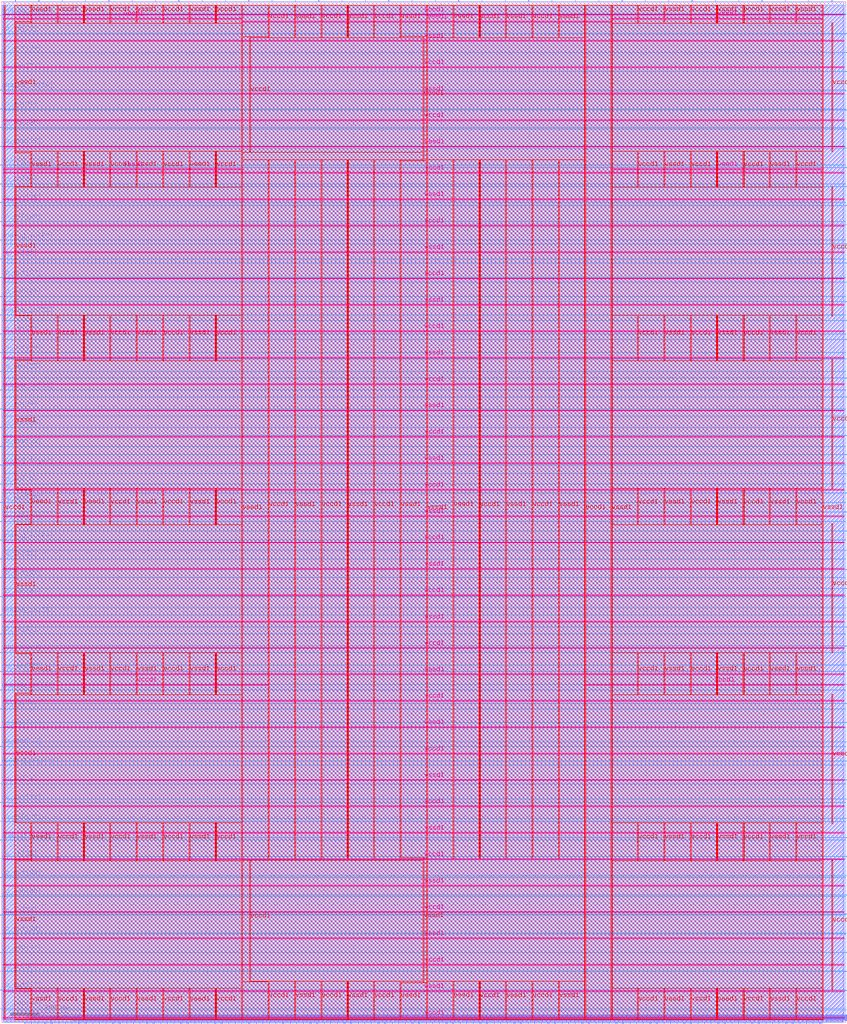
<source format=lef>
VERSION 5.7 ;
  NOWIREEXTENSIONATPIN ON ;
  DIVIDERCHAR "/" ;
  BUSBITCHARS "[]" ;
MACRO Marmot
  CLASS BLOCK ;
  FOREIGN Marmot ;
  ORIGIN 0.000 0.000 ;
  SIZE 2880.000 BY 3480.000 ;
  PIN analog_io[0]
    DIRECTION INOUT ;
    USE SIGNAL ;
    PORT
      LAYER met3 ;
        RECT 2879.000 1412.780 2884.800 1413.980 ;
    END
  END analog_io[0]
  PIN analog_io[10]
    DIRECTION INOUT ;
    USE SIGNAL ;
    PORT
      LAYER met2 ;
        RECT 2195.530 3479.000 2196.090 3484.800 ;
    END
  END analog_io[10]
  PIN analog_io[11]
    DIRECTION INOUT ;
    USE SIGNAL ;
    PORT
      LAYER met2 ;
        RECT 1877.210 3479.000 1877.770 3484.800 ;
    END
  END analog_io[11]
  PIN analog_io[12]
    DIRECTION INOUT ;
    USE SIGNAL ;
    PORT
      LAYER met2 ;
        RECT 1558.890 3479.000 1559.450 3484.800 ;
    END
  END analog_io[12]
  PIN analog_io[13]
    DIRECTION INOUT ;
    USE SIGNAL ;
    PORT
      LAYER met2 ;
        RECT 1240.570 3479.000 1241.130 3484.800 ;
    END
  END analog_io[13]
  PIN analog_io[14]
    DIRECTION INOUT ;
    USE SIGNAL ;
    PORT
      LAYER met2 ;
        RECT 922.250 3479.000 922.810 3484.800 ;
    END
  END analog_io[14]
  PIN analog_io[15]
    DIRECTION INOUT ;
    USE SIGNAL ;
    PORT
      LAYER met2 ;
        RECT 603.930 3479.000 604.490 3484.800 ;
    END
  END analog_io[15]
  PIN analog_io[16]
    DIRECTION INOUT ;
    USE SIGNAL ;
    PORT
      LAYER met2 ;
        RECT 285.610 3479.000 286.170 3484.800 ;
    END
  END analog_io[16]
  PIN analog_io[17]
    DIRECTION INOUT ;
    USE SIGNAL ;
    PORT
      LAYER met3 ;
        RECT -4.800 3433.060 1.000 3434.260 ;
    END
  END analog_io[17]
  PIN analog_io[18]
    DIRECTION INOUT ;
    USE SIGNAL ;
    PORT
      LAYER met3 ;
        RECT -4.800 3177.380 1.000 3178.580 ;
    END
  END analog_io[18]
  PIN analog_io[19]
    DIRECTION INOUT ;
    USE SIGNAL ;
    PORT
      LAYER met3 ;
        RECT -4.800 2921.700 1.000 2922.900 ;
    END
  END analog_io[19]
  PIN analog_io[1]
    DIRECTION INOUT ;
    USE SIGNAL ;
    PORT
      LAYER met3 ;
        RECT 2879.000 1673.900 2884.800 1675.100 ;
    END
  END analog_io[1]
  PIN analog_io[20]
    DIRECTION INOUT ;
    USE SIGNAL ;
    PORT
      LAYER met3 ;
        RECT -4.800 2666.020 1.000 2667.220 ;
    END
  END analog_io[20]
  PIN analog_io[21]
    DIRECTION INOUT ;
    USE SIGNAL ;
    PORT
      LAYER met3 ;
        RECT -4.800 2410.340 1.000 2411.540 ;
    END
  END analog_io[21]
  PIN analog_io[22]
    DIRECTION INOUT ;
    USE SIGNAL ;
    PORT
      LAYER met3 ;
        RECT -4.800 2154.660 1.000 2155.860 ;
    END
  END analog_io[22]
  PIN analog_io[23]
    DIRECTION INOUT ;
    USE SIGNAL ;
    PORT
      LAYER met3 ;
        RECT -4.800 1898.980 1.000 1900.180 ;
    END
  END analog_io[23]
  PIN analog_io[24]
    DIRECTION INOUT ;
    USE SIGNAL ;
    PORT
      LAYER met3 ;
        RECT -4.800 1643.300 1.000 1644.500 ;
    END
  END analog_io[24]
  PIN analog_io[25]
    DIRECTION INOUT ;
    USE SIGNAL ;
    PORT
      LAYER met3 ;
        RECT -4.800 1387.620 1.000 1388.820 ;
    END
  END analog_io[25]
  PIN analog_io[26]
    DIRECTION INOUT ;
    USE SIGNAL ;
    PORT
      LAYER met3 ;
        RECT -4.800 1131.940 1.000 1133.140 ;
    END
  END analog_io[26]
  PIN analog_io[27]
    DIRECTION INOUT ;
    USE SIGNAL ;
    PORT
      LAYER met3 ;
        RECT -4.800 876.260 1.000 877.460 ;
    END
  END analog_io[27]
  PIN analog_io[28]
    DIRECTION INOUT ;
    USE SIGNAL ;
    PORT
      LAYER met3 ;
        RECT -4.800 620.580 1.000 621.780 ;
    END
  END analog_io[28]
  PIN analog_io[2]
    DIRECTION INOUT ;
    USE SIGNAL ;
    PORT
      LAYER met3 ;
        RECT 2879.000 1935.020 2884.800 1936.220 ;
    END
  END analog_io[2]
  PIN analog_io[3]
    DIRECTION INOUT ;
    USE SIGNAL ;
    PORT
      LAYER met3 ;
        RECT 2879.000 2196.140 2884.800 2197.340 ;
    END
  END analog_io[3]
  PIN analog_io[4]
    DIRECTION INOUT ;
    USE SIGNAL ;
    PORT
      LAYER met3 ;
        RECT 2879.000 2457.260 2884.800 2458.460 ;
    END
  END analog_io[4]
  PIN analog_io[5]
    DIRECTION INOUT ;
    USE SIGNAL ;
    PORT
      LAYER met3 ;
        RECT 2879.000 2718.380 2884.800 2719.580 ;
    END
  END analog_io[5]
  PIN analog_io[6]
    DIRECTION INOUT ;
    USE SIGNAL ;
    PORT
      LAYER met3 ;
        RECT 2879.000 2979.500 2884.800 2980.700 ;
    END
  END analog_io[6]
  PIN analog_io[7]
    DIRECTION INOUT ;
    USE SIGNAL ;
    PORT
      LAYER met3 ;
        RECT 2879.000 3240.620 2884.800 3241.820 ;
    END
  END analog_io[7]
  PIN analog_io[8]
    DIRECTION INOUT ;
    USE SIGNAL ;
    PORT
      LAYER met2 ;
        RECT 2832.170 3479.000 2832.730 3484.800 ;
    END
  END analog_io[8]
  PIN analog_io[9]
    DIRECTION INOUT ;
    USE SIGNAL ;
    PORT
      LAYER met2 ;
        RECT 2513.850 3479.000 2514.410 3484.800 ;
    END
  END analog_io[9]
  PIN io_in[0]
    DIRECTION INPUT ;
    USE SIGNAL ;
    PORT
      LAYER met3 ;
        RECT 2879.000 41.900 2884.800 43.100 ;
    END
  END io_in[0]
  PIN io_in[10]
    DIRECTION INPUT ;
    USE SIGNAL ;
    PORT
      LAYER met3 ;
        RECT 2879.000 2261.420 2884.800 2262.620 ;
    END
  END io_in[10]
  PIN io_in[11]
    DIRECTION INPUT ;
    USE SIGNAL ;
    PORT
      LAYER met3 ;
        RECT 2879.000 2522.540 2884.800 2523.740 ;
    END
  END io_in[11]
  PIN io_in[12]
    DIRECTION INPUT ;
    USE SIGNAL ;
    PORT
      LAYER met3 ;
        RECT 2879.000 2783.660 2884.800 2784.860 ;
    END
  END io_in[12]
  PIN io_in[13]
    DIRECTION INPUT ;
    USE SIGNAL ;
    PORT
      LAYER met3 ;
        RECT 2879.000 3044.780 2884.800 3045.980 ;
    END
  END io_in[13]
  PIN io_in[14]
    DIRECTION INPUT ;
    USE SIGNAL ;
    PORT
      LAYER met3 ;
        RECT 2879.000 3305.900 2884.800 3307.100 ;
    END
  END io_in[14]
  PIN io_in[15]
    DIRECTION INPUT ;
    USE SIGNAL ;
    PORT
      LAYER met2 ;
        RECT 2752.590 3479.000 2753.150 3484.800 ;
    END
  END io_in[15]
  PIN io_in[16]
    DIRECTION INPUT ;
    USE SIGNAL ;
    PORT
      LAYER met2 ;
        RECT 2434.270 3479.000 2434.830 3484.800 ;
    END
  END io_in[16]
  PIN io_in[17]
    DIRECTION INPUT ;
    USE SIGNAL ;
    PORT
      LAYER met2 ;
        RECT 2115.950 3479.000 2116.510 3484.800 ;
    END
  END io_in[17]
  PIN io_in[18]
    DIRECTION INPUT ;
    USE SIGNAL ;
    PORT
      LAYER met2 ;
        RECT 1797.630 3479.000 1798.190 3484.800 ;
    END
  END io_in[18]
  PIN io_in[19]
    DIRECTION INPUT ;
    USE SIGNAL ;
    PORT
      LAYER met2 ;
        RECT 1479.310 3479.000 1479.870 3484.800 ;
    END
  END io_in[19]
  PIN io_in[1]
    DIRECTION INPUT ;
    USE SIGNAL ;
    PORT
      LAYER met3 ;
        RECT 2879.000 237.740 2884.800 238.940 ;
    END
  END io_in[1]
  PIN io_in[20]
    DIRECTION INPUT ;
    USE SIGNAL ;
    PORT
      LAYER met2 ;
        RECT 1160.990 3479.000 1161.550 3484.800 ;
    END
  END io_in[20]
  PIN io_in[21]
    DIRECTION INPUT ;
    USE SIGNAL ;
    PORT
      LAYER met2 ;
        RECT 842.670 3479.000 843.230 3484.800 ;
    END
  END io_in[21]
  PIN io_in[22]
    DIRECTION INPUT ;
    USE SIGNAL ;
    PORT
      LAYER met2 ;
        RECT 524.350 3479.000 524.910 3484.800 ;
    END
  END io_in[22]
  PIN io_in[23]
    DIRECTION INPUT ;
    USE SIGNAL ;
    PORT
      LAYER met2 ;
        RECT 206.030 3479.000 206.590 3484.800 ;
    END
  END io_in[23]
  PIN io_in[24]
    DIRECTION INPUT ;
    USE SIGNAL ;
    PORT
      LAYER met3 ;
        RECT -4.800 3369.140 1.000 3370.340 ;
    END
  END io_in[24]
  PIN io_in[25]
    DIRECTION INPUT ;
    USE SIGNAL ;
    PORT
      LAYER met3 ;
        RECT -4.800 3113.460 1.000 3114.660 ;
    END
  END io_in[25]
  PIN io_in[26]
    DIRECTION INPUT ;
    USE SIGNAL ;
    PORT
      LAYER met3 ;
        RECT -4.800 2857.780 1.000 2858.980 ;
    END
  END io_in[26]
  PIN io_in[27]
    DIRECTION INPUT ;
    USE SIGNAL ;
    PORT
      LAYER met3 ;
        RECT -4.800 2602.100 1.000 2603.300 ;
    END
  END io_in[27]
  PIN io_in[28]
    DIRECTION INPUT ;
    USE SIGNAL ;
    PORT
      LAYER met3 ;
        RECT -4.800 2346.420 1.000 2347.620 ;
    END
  END io_in[28]
  PIN io_in[29]
    DIRECTION INPUT ;
    USE SIGNAL ;
    PORT
      LAYER met3 ;
        RECT -4.800 2090.740 1.000 2091.940 ;
    END
  END io_in[29]
  PIN io_in[2]
    DIRECTION INPUT ;
    USE SIGNAL ;
    PORT
      LAYER met3 ;
        RECT 2879.000 433.580 2884.800 434.780 ;
    END
  END io_in[2]
  PIN io_in[30]
    DIRECTION INPUT ;
    USE SIGNAL ;
    PORT
      LAYER met3 ;
        RECT -4.800 1835.060 1.000 1836.260 ;
    END
  END io_in[30]
  PIN io_in[31]
    DIRECTION INPUT ;
    USE SIGNAL ;
    PORT
      LAYER met3 ;
        RECT -4.800 1579.380 1.000 1580.580 ;
    END
  END io_in[31]
  PIN io_in[32]
    DIRECTION INPUT ;
    USE SIGNAL ;
    PORT
      LAYER met3 ;
        RECT -4.800 1323.700 1.000 1324.900 ;
    END
  END io_in[32]
  PIN io_in[33]
    DIRECTION INPUT ;
    USE SIGNAL ;
    PORT
      LAYER met3 ;
        RECT -4.800 1068.020 1.000 1069.220 ;
    END
  END io_in[33]
  PIN io_in[34]
    DIRECTION INPUT ;
    USE SIGNAL ;
    PORT
      LAYER met3 ;
        RECT -4.800 812.340 1.000 813.540 ;
    END
  END io_in[34]
  PIN io_in[35]
    DIRECTION INPUT ;
    USE SIGNAL ;
    PORT
      LAYER met3 ;
        RECT -4.800 556.660 1.000 557.860 ;
    END
  END io_in[35]
  PIN io_in[36]
    DIRECTION INPUT ;
    USE SIGNAL ;
    PORT
      LAYER met3 ;
        RECT -4.800 364.900 1.000 366.100 ;
    END
  END io_in[36]
  PIN io_in[37]
    DIRECTION INPUT ;
    USE SIGNAL ;
    PORT
      LAYER met3 ;
        RECT -4.800 173.140 1.000 174.340 ;
    END
  END io_in[37]
  PIN io_in[3]
    DIRECTION INPUT ;
    USE SIGNAL ;
    PORT
      LAYER met3 ;
        RECT 2879.000 629.420 2884.800 630.620 ;
    END
  END io_in[3]
  PIN io_in[4]
    DIRECTION INPUT ;
    USE SIGNAL ;
    PORT
      LAYER met3 ;
        RECT 2879.000 825.260 2884.800 826.460 ;
    END
  END io_in[4]
  PIN io_in[5]
    DIRECTION INPUT ;
    USE SIGNAL ;
    PORT
      LAYER met3 ;
        RECT 2879.000 1021.100 2884.800 1022.300 ;
    END
  END io_in[5]
  PIN io_in[6]
    DIRECTION INPUT ;
    USE SIGNAL ;
    PORT
      LAYER met3 ;
        RECT 2879.000 1216.940 2884.800 1218.140 ;
    END
  END io_in[6]
  PIN io_in[7]
    DIRECTION INPUT ;
    USE SIGNAL ;
    PORT
      LAYER met3 ;
        RECT 2879.000 1478.060 2884.800 1479.260 ;
    END
  END io_in[7]
  PIN io_in[8]
    DIRECTION INPUT ;
    USE SIGNAL ;
    PORT
      LAYER met3 ;
        RECT 2879.000 1739.180 2884.800 1740.380 ;
    END
  END io_in[8]
  PIN io_in[9]
    DIRECTION INPUT ;
    USE SIGNAL ;
    PORT
      LAYER met3 ;
        RECT 2879.000 2000.300 2884.800 2001.500 ;
    END
  END io_in[9]
  PIN io_oeb[0]
    DIRECTION OUTPUT TRISTATE ;
    USE SIGNAL ;
    PORT
      LAYER met3 ;
        RECT 2879.000 172.460 2884.800 173.660 ;
    END
  END io_oeb[0]
  PIN io_oeb[10]
    DIRECTION OUTPUT TRISTATE ;
    USE SIGNAL ;
    PORT
      LAYER met3 ;
        RECT 2879.000 2391.980 2884.800 2393.180 ;
    END
  END io_oeb[10]
  PIN io_oeb[11]
    DIRECTION OUTPUT TRISTATE ;
    USE SIGNAL ;
    PORT
      LAYER met3 ;
        RECT 2879.000 2653.100 2884.800 2654.300 ;
    END
  END io_oeb[11]
  PIN io_oeb[12]
    DIRECTION OUTPUT TRISTATE ;
    USE SIGNAL ;
    PORT
      LAYER met3 ;
        RECT 2879.000 2914.220 2884.800 2915.420 ;
    END
  END io_oeb[12]
  PIN io_oeb[13]
    DIRECTION OUTPUT TRISTATE ;
    USE SIGNAL ;
    PORT
      LAYER met3 ;
        RECT 2879.000 3175.340 2884.800 3176.540 ;
    END
  END io_oeb[13]
  PIN io_oeb[14]
    DIRECTION OUTPUT TRISTATE ;
    USE SIGNAL ;
    PORT
      LAYER met3 ;
        RECT 2879.000 3436.460 2884.800 3437.660 ;
    END
  END io_oeb[14]
  PIN io_oeb[15]
    DIRECTION OUTPUT TRISTATE ;
    USE SIGNAL ;
    PORT
      LAYER met2 ;
        RECT 2593.430 3479.000 2593.990 3484.800 ;
    END
  END io_oeb[15]
  PIN io_oeb[16]
    DIRECTION OUTPUT TRISTATE ;
    USE SIGNAL ;
    PORT
      LAYER met2 ;
        RECT 2275.110 3479.000 2275.670 3484.800 ;
    END
  END io_oeb[16]
  PIN io_oeb[17]
    DIRECTION OUTPUT TRISTATE ;
    USE SIGNAL ;
    PORT
      LAYER met2 ;
        RECT 1956.790 3479.000 1957.350 3484.800 ;
    END
  END io_oeb[17]
  PIN io_oeb[18]
    DIRECTION OUTPUT TRISTATE ;
    USE SIGNAL ;
    PORT
      LAYER met2 ;
        RECT 1638.470 3479.000 1639.030 3484.800 ;
    END
  END io_oeb[18]
  PIN io_oeb[19]
    DIRECTION OUTPUT TRISTATE ;
    USE SIGNAL ;
    PORT
      LAYER met2 ;
        RECT 1320.150 3479.000 1320.710 3484.800 ;
    END
  END io_oeb[19]
  PIN io_oeb[1]
    DIRECTION OUTPUT TRISTATE ;
    USE SIGNAL ;
    PORT
      LAYER met3 ;
        RECT 2879.000 368.300 2884.800 369.500 ;
    END
  END io_oeb[1]
  PIN io_oeb[20]
    DIRECTION OUTPUT TRISTATE ;
    USE SIGNAL ;
    PORT
      LAYER met2 ;
        RECT 1001.830 3479.000 1002.390 3484.800 ;
    END
  END io_oeb[20]
  PIN io_oeb[21]
    DIRECTION OUTPUT TRISTATE ;
    USE SIGNAL ;
    PORT
      LAYER met2 ;
        RECT 683.510 3479.000 684.070 3484.800 ;
    END
  END io_oeb[21]
  PIN io_oeb[22]
    DIRECTION OUTPUT TRISTATE ;
    USE SIGNAL ;
    PORT
      LAYER met2 ;
        RECT 365.190 3479.000 365.750 3484.800 ;
    END
  END io_oeb[22]
  PIN io_oeb[23]
    DIRECTION OUTPUT TRISTATE ;
    USE SIGNAL ;
    PORT
      LAYER met2 ;
        RECT 46.870 3479.000 47.430 3484.800 ;
    END
  END io_oeb[23]
  PIN io_oeb[24]
    DIRECTION OUTPUT TRISTATE ;
    USE SIGNAL ;
    PORT
      LAYER met3 ;
        RECT -4.800 3241.300 1.000 3242.500 ;
    END
  END io_oeb[24]
  PIN io_oeb[25]
    DIRECTION OUTPUT TRISTATE ;
    USE SIGNAL ;
    PORT
      LAYER met3 ;
        RECT -4.800 2985.620 1.000 2986.820 ;
    END
  END io_oeb[25]
  PIN io_oeb[26]
    DIRECTION OUTPUT TRISTATE ;
    USE SIGNAL ;
    PORT
      LAYER met3 ;
        RECT -4.800 2729.940 1.000 2731.140 ;
    END
  END io_oeb[26]
  PIN io_oeb[27]
    DIRECTION OUTPUT TRISTATE ;
    USE SIGNAL ;
    PORT
      LAYER met3 ;
        RECT -4.800 2474.260 1.000 2475.460 ;
    END
  END io_oeb[27]
  PIN io_oeb[28]
    DIRECTION OUTPUT TRISTATE ;
    USE SIGNAL ;
    PORT
      LAYER met3 ;
        RECT -4.800 2218.580 1.000 2219.780 ;
    END
  END io_oeb[28]
  PIN io_oeb[29]
    DIRECTION OUTPUT TRISTATE ;
    USE SIGNAL ;
    PORT
      LAYER met3 ;
        RECT -4.800 1962.900 1.000 1964.100 ;
    END
  END io_oeb[29]
  PIN io_oeb[2]
    DIRECTION OUTPUT TRISTATE ;
    USE SIGNAL ;
    PORT
      LAYER met3 ;
        RECT 2879.000 564.140 2884.800 565.340 ;
    END
  END io_oeb[2]
  PIN io_oeb[30]
    DIRECTION OUTPUT TRISTATE ;
    USE SIGNAL ;
    PORT
      LAYER met3 ;
        RECT -4.800 1707.220 1.000 1708.420 ;
    END
  END io_oeb[30]
  PIN io_oeb[31]
    DIRECTION OUTPUT TRISTATE ;
    USE SIGNAL ;
    PORT
      LAYER met3 ;
        RECT -4.800 1451.540 1.000 1452.740 ;
    END
  END io_oeb[31]
  PIN io_oeb[32]
    DIRECTION OUTPUT TRISTATE ;
    USE SIGNAL ;
    PORT
      LAYER met3 ;
        RECT -4.800 1195.860 1.000 1197.060 ;
    END
  END io_oeb[32]
  PIN io_oeb[33]
    DIRECTION OUTPUT TRISTATE ;
    USE SIGNAL ;
    PORT
      LAYER met3 ;
        RECT -4.800 940.180 1.000 941.380 ;
    END
  END io_oeb[33]
  PIN io_oeb[34]
    DIRECTION OUTPUT TRISTATE ;
    USE SIGNAL ;
    PORT
      LAYER met3 ;
        RECT -4.800 684.500 1.000 685.700 ;
    END
  END io_oeb[34]
  PIN io_oeb[35]
    DIRECTION OUTPUT TRISTATE ;
    USE SIGNAL ;
    PORT
      LAYER met3 ;
        RECT -4.800 428.820 1.000 430.020 ;
    END
  END io_oeb[35]
  PIN io_oeb[36]
    DIRECTION OUTPUT TRISTATE ;
    USE SIGNAL ;
    PORT
      LAYER met3 ;
        RECT -4.800 237.060 1.000 238.260 ;
    END
  END io_oeb[36]
  PIN io_oeb[37]
    DIRECTION OUTPUT TRISTATE ;
    USE SIGNAL ;
    PORT
      LAYER met3 ;
        RECT -4.800 45.300 1.000 46.500 ;
    END
  END io_oeb[37]
  PIN io_oeb[3]
    DIRECTION OUTPUT TRISTATE ;
    USE SIGNAL ;
    PORT
      LAYER met3 ;
        RECT 2879.000 759.980 2884.800 761.180 ;
    END
  END io_oeb[3]
  PIN io_oeb[4]
    DIRECTION OUTPUT TRISTATE ;
    USE SIGNAL ;
    PORT
      LAYER met3 ;
        RECT 2879.000 955.820 2884.800 957.020 ;
    END
  END io_oeb[4]
  PIN io_oeb[5]
    DIRECTION OUTPUT TRISTATE ;
    USE SIGNAL ;
    PORT
      LAYER met3 ;
        RECT 2879.000 1151.660 2884.800 1152.860 ;
    END
  END io_oeb[5]
  PIN io_oeb[6]
    DIRECTION OUTPUT TRISTATE ;
    USE SIGNAL ;
    PORT
      LAYER met3 ;
        RECT 2879.000 1347.500 2884.800 1348.700 ;
    END
  END io_oeb[6]
  PIN io_oeb[7]
    DIRECTION OUTPUT TRISTATE ;
    USE SIGNAL ;
    PORT
      LAYER met3 ;
        RECT 2879.000 1608.620 2884.800 1609.820 ;
    END
  END io_oeb[7]
  PIN io_oeb[8]
    DIRECTION OUTPUT TRISTATE ;
    USE SIGNAL ;
    PORT
      LAYER met3 ;
        RECT 2879.000 1869.740 2884.800 1870.940 ;
    END
  END io_oeb[8]
  PIN io_oeb[9]
    DIRECTION OUTPUT TRISTATE ;
    USE SIGNAL ;
    PORT
      LAYER met3 ;
        RECT 2879.000 2130.860 2884.800 2132.060 ;
    END
  END io_oeb[9]
  PIN io_out[0]
    DIRECTION OUTPUT TRISTATE ;
    USE SIGNAL ;
    PORT
      LAYER met3 ;
        RECT 2879.000 107.180 2884.800 108.380 ;
    END
  END io_out[0]
  PIN io_out[10]
    DIRECTION OUTPUT TRISTATE ;
    USE SIGNAL ;
    PORT
      LAYER met3 ;
        RECT 2879.000 2326.700 2884.800 2327.900 ;
    END
  END io_out[10]
  PIN io_out[11]
    DIRECTION OUTPUT TRISTATE ;
    USE SIGNAL ;
    PORT
      LAYER met3 ;
        RECT 2879.000 2587.820 2884.800 2589.020 ;
    END
  END io_out[11]
  PIN io_out[12]
    DIRECTION OUTPUT TRISTATE ;
    USE SIGNAL ;
    PORT
      LAYER met3 ;
        RECT 2879.000 2848.940 2884.800 2850.140 ;
    END
  END io_out[12]
  PIN io_out[13]
    DIRECTION OUTPUT TRISTATE ;
    USE SIGNAL ;
    PORT
      LAYER met3 ;
        RECT 2879.000 3110.060 2884.800 3111.260 ;
    END
  END io_out[13]
  PIN io_out[14]
    DIRECTION OUTPUT TRISTATE ;
    USE SIGNAL ;
    PORT
      LAYER met3 ;
        RECT 2879.000 3371.180 2884.800 3372.380 ;
    END
  END io_out[14]
  PIN io_out[15]
    DIRECTION OUTPUT TRISTATE ;
    USE SIGNAL ;
    PORT
      LAYER met2 ;
        RECT 2673.010 3479.000 2673.570 3484.800 ;
    END
  END io_out[15]
  PIN io_out[16]
    DIRECTION OUTPUT TRISTATE ;
    USE SIGNAL ;
    PORT
      LAYER met2 ;
        RECT 2354.690 3479.000 2355.250 3484.800 ;
    END
  END io_out[16]
  PIN io_out[17]
    DIRECTION OUTPUT TRISTATE ;
    USE SIGNAL ;
    PORT
      LAYER met2 ;
        RECT 2036.370 3479.000 2036.930 3484.800 ;
    END
  END io_out[17]
  PIN io_out[18]
    DIRECTION OUTPUT TRISTATE ;
    USE SIGNAL ;
    PORT
      LAYER met2 ;
        RECT 1718.050 3479.000 1718.610 3484.800 ;
    END
  END io_out[18]
  PIN io_out[19]
    DIRECTION OUTPUT TRISTATE ;
    USE SIGNAL ;
    PORT
      LAYER met2 ;
        RECT 1399.730 3479.000 1400.290 3484.800 ;
    END
  END io_out[19]
  PIN io_out[1]
    DIRECTION OUTPUT TRISTATE ;
    USE SIGNAL ;
    PORT
      LAYER met3 ;
        RECT 2879.000 303.020 2884.800 304.220 ;
    END
  END io_out[1]
  PIN io_out[20]
    DIRECTION OUTPUT TRISTATE ;
    USE SIGNAL ;
    PORT
      LAYER met2 ;
        RECT 1081.410 3479.000 1081.970 3484.800 ;
    END
  END io_out[20]
  PIN io_out[21]
    DIRECTION OUTPUT TRISTATE ;
    USE SIGNAL ;
    PORT
      LAYER met2 ;
        RECT 763.090 3479.000 763.650 3484.800 ;
    END
  END io_out[21]
  PIN io_out[22]
    DIRECTION OUTPUT TRISTATE ;
    USE SIGNAL ;
    PORT
      LAYER met2 ;
        RECT 444.770 3479.000 445.330 3484.800 ;
    END
  END io_out[22]
  PIN io_out[23]
    DIRECTION OUTPUT TRISTATE ;
    USE SIGNAL ;
    PORT
      LAYER met2 ;
        RECT 126.450 3479.000 127.010 3484.800 ;
    END
  END io_out[23]
  PIN io_out[24]
    DIRECTION OUTPUT TRISTATE ;
    USE SIGNAL ;
    PORT
      LAYER met3 ;
        RECT -4.800 3305.220 1.000 3306.420 ;
    END
  END io_out[24]
  PIN io_out[25]
    DIRECTION OUTPUT TRISTATE ;
    USE SIGNAL ;
    PORT
      LAYER met3 ;
        RECT -4.800 3049.540 1.000 3050.740 ;
    END
  END io_out[25]
  PIN io_out[26]
    DIRECTION OUTPUT TRISTATE ;
    USE SIGNAL ;
    PORT
      LAYER met3 ;
        RECT -4.800 2793.860 1.000 2795.060 ;
    END
  END io_out[26]
  PIN io_out[27]
    DIRECTION OUTPUT TRISTATE ;
    USE SIGNAL ;
    PORT
      LAYER met3 ;
        RECT -4.800 2538.180 1.000 2539.380 ;
    END
  END io_out[27]
  PIN io_out[28]
    DIRECTION OUTPUT TRISTATE ;
    USE SIGNAL ;
    PORT
      LAYER met3 ;
        RECT -4.800 2282.500 1.000 2283.700 ;
    END
  END io_out[28]
  PIN io_out[29]
    DIRECTION OUTPUT TRISTATE ;
    USE SIGNAL ;
    PORT
      LAYER met3 ;
        RECT -4.800 2026.820 1.000 2028.020 ;
    END
  END io_out[29]
  PIN io_out[2]
    DIRECTION OUTPUT TRISTATE ;
    USE SIGNAL ;
    PORT
      LAYER met3 ;
        RECT 2879.000 498.860 2884.800 500.060 ;
    END
  END io_out[2]
  PIN io_out[30]
    DIRECTION OUTPUT TRISTATE ;
    USE SIGNAL ;
    PORT
      LAYER met3 ;
        RECT -4.800 1771.140 1.000 1772.340 ;
    END
  END io_out[30]
  PIN io_out[31]
    DIRECTION OUTPUT TRISTATE ;
    USE SIGNAL ;
    PORT
      LAYER met3 ;
        RECT -4.800 1515.460 1.000 1516.660 ;
    END
  END io_out[31]
  PIN io_out[32]
    DIRECTION OUTPUT TRISTATE ;
    USE SIGNAL ;
    PORT
      LAYER met3 ;
        RECT -4.800 1259.780 1.000 1260.980 ;
    END
  END io_out[32]
  PIN io_out[33]
    DIRECTION OUTPUT TRISTATE ;
    USE SIGNAL ;
    PORT
      LAYER met3 ;
        RECT -4.800 1004.100 1.000 1005.300 ;
    END
  END io_out[33]
  PIN io_out[34]
    DIRECTION OUTPUT TRISTATE ;
    USE SIGNAL ;
    PORT
      LAYER met3 ;
        RECT -4.800 748.420 1.000 749.620 ;
    END
  END io_out[34]
  PIN io_out[35]
    DIRECTION OUTPUT TRISTATE ;
    USE SIGNAL ;
    PORT
      LAYER met3 ;
        RECT -4.800 492.740 1.000 493.940 ;
    END
  END io_out[35]
  PIN io_out[36]
    DIRECTION OUTPUT TRISTATE ;
    USE SIGNAL ;
    PORT
      LAYER met3 ;
        RECT -4.800 300.980 1.000 302.180 ;
    END
  END io_out[36]
  PIN io_out[37]
    DIRECTION OUTPUT TRISTATE ;
    USE SIGNAL ;
    PORT
      LAYER met3 ;
        RECT -4.800 109.220 1.000 110.420 ;
    END
  END io_out[37]
  PIN io_out[3]
    DIRECTION OUTPUT TRISTATE ;
    USE SIGNAL ;
    PORT
      LAYER met3 ;
        RECT 2879.000 694.700 2884.800 695.900 ;
    END
  END io_out[3]
  PIN io_out[4]
    DIRECTION OUTPUT TRISTATE ;
    USE SIGNAL ;
    PORT
      LAYER met3 ;
        RECT 2879.000 890.540 2884.800 891.740 ;
    END
  END io_out[4]
  PIN io_out[5]
    DIRECTION OUTPUT TRISTATE ;
    USE SIGNAL ;
    PORT
      LAYER met3 ;
        RECT 2879.000 1086.380 2884.800 1087.580 ;
    END
  END io_out[5]
  PIN io_out[6]
    DIRECTION OUTPUT TRISTATE ;
    USE SIGNAL ;
    PORT
      LAYER met3 ;
        RECT 2879.000 1282.220 2884.800 1283.420 ;
    END
  END io_out[6]
  PIN io_out[7]
    DIRECTION OUTPUT TRISTATE ;
    USE SIGNAL ;
    PORT
      LAYER met3 ;
        RECT 2879.000 1543.340 2884.800 1544.540 ;
    END
  END io_out[7]
  PIN io_out[8]
    DIRECTION OUTPUT TRISTATE ;
    USE SIGNAL ;
    PORT
      LAYER met3 ;
        RECT 2879.000 1804.460 2884.800 1805.660 ;
    END
  END io_out[8]
  PIN io_out[9]
    DIRECTION OUTPUT TRISTATE ;
    USE SIGNAL ;
    PORT
      LAYER met3 ;
        RECT 2879.000 2065.580 2884.800 2066.780 ;
    END
  END io_out[9]
  PIN la_data_in[0]
    DIRECTION INPUT ;
    USE SIGNAL ;
    PORT
      LAYER met2 ;
        RECT 664.190 -4.800 664.750 1.000 ;
    END
  END la_data_in[0]
  PIN la_data_in[100]
    DIRECTION INPUT ;
    USE SIGNAL ;
    PORT
      LAYER met2 ;
        RECT 2320.190 -4.800 2320.750 1.000 ;
    END
  END la_data_in[100]
  PIN la_data_in[101]
    DIRECTION INPUT ;
    USE SIGNAL ;
    PORT
      LAYER met2 ;
        RECT 2336.750 -4.800 2337.310 1.000 ;
    END
  END la_data_in[101]
  PIN la_data_in[102]
    DIRECTION INPUT ;
    USE SIGNAL ;
    PORT
      LAYER met2 ;
        RECT 2353.310 -4.800 2353.870 1.000 ;
    END
  END la_data_in[102]
  PIN la_data_in[103]
    DIRECTION INPUT ;
    USE SIGNAL ;
    PORT
      LAYER met2 ;
        RECT 2369.870 -4.800 2370.430 1.000 ;
    END
  END la_data_in[103]
  PIN la_data_in[104]
    DIRECTION INPUT ;
    USE SIGNAL ;
    PORT
      LAYER met2 ;
        RECT 2386.430 -4.800 2386.990 1.000 ;
    END
  END la_data_in[104]
  PIN la_data_in[105]
    DIRECTION INPUT ;
    USE SIGNAL ;
    PORT
      LAYER met2 ;
        RECT 2402.990 -4.800 2403.550 1.000 ;
    END
  END la_data_in[105]
  PIN la_data_in[106]
    DIRECTION INPUT ;
    USE SIGNAL ;
    PORT
      LAYER met2 ;
        RECT 2419.550 -4.800 2420.110 1.000 ;
    END
  END la_data_in[106]
  PIN la_data_in[107]
    DIRECTION INPUT ;
    USE SIGNAL ;
    PORT
      LAYER met2 ;
        RECT 2436.110 -4.800 2436.670 1.000 ;
    END
  END la_data_in[107]
  PIN la_data_in[108]
    DIRECTION INPUT ;
    USE SIGNAL ;
    PORT
      LAYER met2 ;
        RECT 2452.670 -4.800 2453.230 1.000 ;
    END
  END la_data_in[108]
  PIN la_data_in[109]
    DIRECTION INPUT ;
    USE SIGNAL ;
    PORT
      LAYER met2 ;
        RECT 2469.230 -4.800 2469.790 1.000 ;
    END
  END la_data_in[109]
  PIN la_data_in[10]
    DIRECTION INPUT ;
    USE SIGNAL ;
    PORT
      LAYER met2 ;
        RECT 829.790 -4.800 830.350 1.000 ;
    END
  END la_data_in[10]
  PIN la_data_in[110]
    DIRECTION INPUT ;
    USE SIGNAL ;
    PORT
      LAYER met2 ;
        RECT 2485.790 -4.800 2486.350 1.000 ;
    END
  END la_data_in[110]
  PIN la_data_in[111]
    DIRECTION INPUT ;
    USE SIGNAL ;
    PORT
      LAYER met2 ;
        RECT 2502.350 -4.800 2502.910 1.000 ;
    END
  END la_data_in[111]
  PIN la_data_in[112]
    DIRECTION INPUT ;
    USE SIGNAL ;
    PORT
      LAYER met2 ;
        RECT 2518.910 -4.800 2519.470 1.000 ;
    END
  END la_data_in[112]
  PIN la_data_in[113]
    DIRECTION INPUT ;
    USE SIGNAL ;
    PORT
      LAYER met2 ;
        RECT 2535.470 -4.800 2536.030 1.000 ;
    END
  END la_data_in[113]
  PIN la_data_in[114]
    DIRECTION INPUT ;
    USE SIGNAL ;
    PORT
      LAYER met2 ;
        RECT 2552.030 -4.800 2552.590 1.000 ;
    END
  END la_data_in[114]
  PIN la_data_in[115]
    DIRECTION INPUT ;
    USE SIGNAL ;
    PORT
      LAYER met2 ;
        RECT 2568.590 -4.800 2569.150 1.000 ;
    END
  END la_data_in[115]
  PIN la_data_in[116]
    DIRECTION INPUT ;
    USE SIGNAL ;
    PORT
      LAYER met2 ;
        RECT 2585.150 -4.800 2585.710 1.000 ;
    END
  END la_data_in[116]
  PIN la_data_in[117]
    DIRECTION INPUT ;
    USE SIGNAL ;
    PORT
      LAYER met2 ;
        RECT 2601.710 -4.800 2602.270 1.000 ;
    END
  END la_data_in[117]
  PIN la_data_in[118]
    DIRECTION INPUT ;
    USE SIGNAL ;
    PORT
      LAYER met2 ;
        RECT 2618.270 -4.800 2618.830 1.000 ;
    END
  END la_data_in[118]
  PIN la_data_in[119]
    DIRECTION INPUT ;
    USE SIGNAL ;
    PORT
      LAYER met2 ;
        RECT 2634.830 -4.800 2635.390 1.000 ;
    END
  END la_data_in[119]
  PIN la_data_in[11]
    DIRECTION INPUT ;
    USE SIGNAL ;
    PORT
      LAYER met2 ;
        RECT 846.350 -4.800 846.910 1.000 ;
    END
  END la_data_in[11]
  PIN la_data_in[120]
    DIRECTION INPUT ;
    USE SIGNAL ;
    PORT
      LAYER met2 ;
        RECT 2651.390 -4.800 2651.950 1.000 ;
    END
  END la_data_in[120]
  PIN la_data_in[121]
    DIRECTION INPUT ;
    USE SIGNAL ;
    PORT
      LAYER met2 ;
        RECT 2667.950 -4.800 2668.510 1.000 ;
    END
  END la_data_in[121]
  PIN la_data_in[122]
    DIRECTION INPUT ;
    USE SIGNAL ;
    PORT
      LAYER met2 ;
        RECT 2684.510 -4.800 2685.070 1.000 ;
    END
  END la_data_in[122]
  PIN la_data_in[123]
    DIRECTION INPUT ;
    USE SIGNAL ;
    PORT
      LAYER met2 ;
        RECT 2701.070 -4.800 2701.630 1.000 ;
    END
  END la_data_in[123]
  PIN la_data_in[124]
    DIRECTION INPUT ;
    USE SIGNAL ;
    PORT
      LAYER met2 ;
        RECT 2717.630 -4.800 2718.190 1.000 ;
    END
  END la_data_in[124]
  PIN la_data_in[125]
    DIRECTION INPUT ;
    USE SIGNAL ;
    PORT
      LAYER met2 ;
        RECT 2734.190 -4.800 2734.750 1.000 ;
    END
  END la_data_in[125]
  PIN la_data_in[126]
    DIRECTION INPUT ;
    USE SIGNAL ;
    PORT
      LAYER met2 ;
        RECT 2750.750 -4.800 2751.310 1.000 ;
    END
  END la_data_in[126]
  PIN la_data_in[127]
    DIRECTION INPUT ;
    USE SIGNAL ;
    PORT
      LAYER met2 ;
        RECT 2767.310 -4.800 2767.870 1.000 ;
    END
  END la_data_in[127]
  PIN la_data_in[12]
    DIRECTION INPUT ;
    USE SIGNAL ;
    PORT
      LAYER met2 ;
        RECT 862.910 -4.800 863.470 1.000 ;
    END
  END la_data_in[12]
  PIN la_data_in[13]
    DIRECTION INPUT ;
    USE SIGNAL ;
    PORT
      LAYER met2 ;
        RECT 879.470 -4.800 880.030 1.000 ;
    END
  END la_data_in[13]
  PIN la_data_in[14]
    DIRECTION INPUT ;
    USE SIGNAL ;
    PORT
      LAYER met2 ;
        RECT 896.030 -4.800 896.590 1.000 ;
    END
  END la_data_in[14]
  PIN la_data_in[15]
    DIRECTION INPUT ;
    USE SIGNAL ;
    PORT
      LAYER met2 ;
        RECT 912.590 -4.800 913.150 1.000 ;
    END
  END la_data_in[15]
  PIN la_data_in[16]
    DIRECTION INPUT ;
    USE SIGNAL ;
    PORT
      LAYER met2 ;
        RECT 929.150 -4.800 929.710 1.000 ;
    END
  END la_data_in[16]
  PIN la_data_in[17]
    DIRECTION INPUT ;
    USE SIGNAL ;
    PORT
      LAYER met2 ;
        RECT 945.710 -4.800 946.270 1.000 ;
    END
  END la_data_in[17]
  PIN la_data_in[18]
    DIRECTION INPUT ;
    USE SIGNAL ;
    PORT
      LAYER met2 ;
        RECT 962.270 -4.800 962.830 1.000 ;
    END
  END la_data_in[18]
  PIN la_data_in[19]
    DIRECTION INPUT ;
    USE SIGNAL ;
    PORT
      LAYER met2 ;
        RECT 978.830 -4.800 979.390 1.000 ;
    END
  END la_data_in[19]
  PIN la_data_in[1]
    DIRECTION INPUT ;
    USE SIGNAL ;
    PORT
      LAYER met2 ;
        RECT 680.750 -4.800 681.310 1.000 ;
    END
  END la_data_in[1]
  PIN la_data_in[20]
    DIRECTION INPUT ;
    USE SIGNAL ;
    PORT
      LAYER met2 ;
        RECT 995.390 -4.800 995.950 1.000 ;
    END
  END la_data_in[20]
  PIN la_data_in[21]
    DIRECTION INPUT ;
    USE SIGNAL ;
    PORT
      LAYER met2 ;
        RECT 1011.950 -4.800 1012.510 1.000 ;
    END
  END la_data_in[21]
  PIN la_data_in[22]
    DIRECTION INPUT ;
    USE SIGNAL ;
    PORT
      LAYER met2 ;
        RECT 1028.510 -4.800 1029.070 1.000 ;
    END
  END la_data_in[22]
  PIN la_data_in[23]
    DIRECTION INPUT ;
    USE SIGNAL ;
    PORT
      LAYER met2 ;
        RECT 1045.070 -4.800 1045.630 1.000 ;
    END
  END la_data_in[23]
  PIN la_data_in[24]
    DIRECTION INPUT ;
    USE SIGNAL ;
    PORT
      LAYER met2 ;
        RECT 1061.630 -4.800 1062.190 1.000 ;
    END
  END la_data_in[24]
  PIN la_data_in[25]
    DIRECTION INPUT ;
    USE SIGNAL ;
    PORT
      LAYER met2 ;
        RECT 1078.190 -4.800 1078.750 1.000 ;
    END
  END la_data_in[25]
  PIN la_data_in[26]
    DIRECTION INPUT ;
    USE SIGNAL ;
    PORT
      LAYER met2 ;
        RECT 1094.750 -4.800 1095.310 1.000 ;
    END
  END la_data_in[26]
  PIN la_data_in[27]
    DIRECTION INPUT ;
    USE SIGNAL ;
    PORT
      LAYER met2 ;
        RECT 1111.310 -4.800 1111.870 1.000 ;
    END
  END la_data_in[27]
  PIN la_data_in[28]
    DIRECTION INPUT ;
    USE SIGNAL ;
    PORT
      LAYER met2 ;
        RECT 1127.870 -4.800 1128.430 1.000 ;
    END
  END la_data_in[28]
  PIN la_data_in[29]
    DIRECTION INPUT ;
    USE SIGNAL ;
    PORT
      LAYER met2 ;
        RECT 1144.430 -4.800 1144.990 1.000 ;
    END
  END la_data_in[29]
  PIN la_data_in[2]
    DIRECTION INPUT ;
    USE SIGNAL ;
    PORT
      LAYER met2 ;
        RECT 697.310 -4.800 697.870 1.000 ;
    END
  END la_data_in[2]
  PIN la_data_in[30]
    DIRECTION INPUT ;
    USE SIGNAL ;
    PORT
      LAYER met2 ;
        RECT 1160.990 -4.800 1161.550 1.000 ;
    END
  END la_data_in[30]
  PIN la_data_in[31]
    DIRECTION INPUT ;
    USE SIGNAL ;
    PORT
      LAYER met2 ;
        RECT 1177.550 -4.800 1178.110 1.000 ;
    END
  END la_data_in[31]
  PIN la_data_in[32]
    DIRECTION INPUT ;
    USE SIGNAL ;
    PORT
      LAYER met2 ;
        RECT 1194.110 -4.800 1194.670 1.000 ;
    END
  END la_data_in[32]
  PIN la_data_in[33]
    DIRECTION INPUT ;
    USE SIGNAL ;
    PORT
      LAYER met2 ;
        RECT 1210.670 -4.800 1211.230 1.000 ;
    END
  END la_data_in[33]
  PIN la_data_in[34]
    DIRECTION INPUT ;
    USE SIGNAL ;
    PORT
      LAYER met2 ;
        RECT 1227.230 -4.800 1227.790 1.000 ;
    END
  END la_data_in[34]
  PIN la_data_in[35]
    DIRECTION INPUT ;
    USE SIGNAL ;
    PORT
      LAYER met2 ;
        RECT 1243.790 -4.800 1244.350 1.000 ;
    END
  END la_data_in[35]
  PIN la_data_in[36]
    DIRECTION INPUT ;
    USE SIGNAL ;
    PORT
      LAYER met2 ;
        RECT 1260.350 -4.800 1260.910 1.000 ;
    END
  END la_data_in[36]
  PIN la_data_in[37]
    DIRECTION INPUT ;
    USE SIGNAL ;
    PORT
      LAYER met2 ;
        RECT 1276.910 -4.800 1277.470 1.000 ;
    END
  END la_data_in[37]
  PIN la_data_in[38]
    DIRECTION INPUT ;
    USE SIGNAL ;
    PORT
      LAYER met2 ;
        RECT 1293.470 -4.800 1294.030 1.000 ;
    END
  END la_data_in[38]
  PIN la_data_in[39]
    DIRECTION INPUT ;
    USE SIGNAL ;
    PORT
      LAYER met2 ;
        RECT 1310.030 -4.800 1310.590 1.000 ;
    END
  END la_data_in[39]
  PIN la_data_in[3]
    DIRECTION INPUT ;
    USE SIGNAL ;
    PORT
      LAYER met2 ;
        RECT 713.870 -4.800 714.430 1.000 ;
    END
  END la_data_in[3]
  PIN la_data_in[40]
    DIRECTION INPUT ;
    USE SIGNAL ;
    PORT
      LAYER met2 ;
        RECT 1326.590 -4.800 1327.150 1.000 ;
    END
  END la_data_in[40]
  PIN la_data_in[41]
    DIRECTION INPUT ;
    USE SIGNAL ;
    PORT
      LAYER met2 ;
        RECT 1343.150 -4.800 1343.710 1.000 ;
    END
  END la_data_in[41]
  PIN la_data_in[42]
    DIRECTION INPUT ;
    USE SIGNAL ;
    PORT
      LAYER met2 ;
        RECT 1359.710 -4.800 1360.270 1.000 ;
    END
  END la_data_in[42]
  PIN la_data_in[43]
    DIRECTION INPUT ;
    USE SIGNAL ;
    PORT
      LAYER met2 ;
        RECT 1376.270 -4.800 1376.830 1.000 ;
    END
  END la_data_in[43]
  PIN la_data_in[44]
    DIRECTION INPUT ;
    USE SIGNAL ;
    PORT
      LAYER met2 ;
        RECT 1392.830 -4.800 1393.390 1.000 ;
    END
  END la_data_in[44]
  PIN la_data_in[45]
    DIRECTION INPUT ;
    USE SIGNAL ;
    PORT
      LAYER met2 ;
        RECT 1409.390 -4.800 1409.950 1.000 ;
    END
  END la_data_in[45]
  PIN la_data_in[46]
    DIRECTION INPUT ;
    USE SIGNAL ;
    PORT
      LAYER met2 ;
        RECT 1425.950 -4.800 1426.510 1.000 ;
    END
  END la_data_in[46]
  PIN la_data_in[47]
    DIRECTION INPUT ;
    USE SIGNAL ;
    PORT
      LAYER met2 ;
        RECT 1442.510 -4.800 1443.070 1.000 ;
    END
  END la_data_in[47]
  PIN la_data_in[48]
    DIRECTION INPUT ;
    USE SIGNAL ;
    PORT
      LAYER met2 ;
        RECT 1459.070 -4.800 1459.630 1.000 ;
    END
  END la_data_in[48]
  PIN la_data_in[49]
    DIRECTION INPUT ;
    USE SIGNAL ;
    PORT
      LAYER met2 ;
        RECT 1475.630 -4.800 1476.190 1.000 ;
    END
  END la_data_in[49]
  PIN la_data_in[4]
    DIRECTION INPUT ;
    USE SIGNAL ;
    PORT
      LAYER met2 ;
        RECT 730.430 -4.800 730.990 1.000 ;
    END
  END la_data_in[4]
  PIN la_data_in[50]
    DIRECTION INPUT ;
    USE SIGNAL ;
    PORT
      LAYER met2 ;
        RECT 1492.190 -4.800 1492.750 1.000 ;
    END
  END la_data_in[50]
  PIN la_data_in[51]
    DIRECTION INPUT ;
    USE SIGNAL ;
    PORT
      LAYER met2 ;
        RECT 1508.750 -4.800 1509.310 1.000 ;
    END
  END la_data_in[51]
  PIN la_data_in[52]
    DIRECTION INPUT ;
    USE SIGNAL ;
    PORT
      LAYER met2 ;
        RECT 1525.310 -4.800 1525.870 1.000 ;
    END
  END la_data_in[52]
  PIN la_data_in[53]
    DIRECTION INPUT ;
    USE SIGNAL ;
    PORT
      LAYER met2 ;
        RECT 1541.870 -4.800 1542.430 1.000 ;
    END
  END la_data_in[53]
  PIN la_data_in[54]
    DIRECTION INPUT ;
    USE SIGNAL ;
    PORT
      LAYER met2 ;
        RECT 1558.430 -4.800 1558.990 1.000 ;
    END
  END la_data_in[54]
  PIN la_data_in[55]
    DIRECTION INPUT ;
    USE SIGNAL ;
    PORT
      LAYER met2 ;
        RECT 1574.990 -4.800 1575.550 1.000 ;
    END
  END la_data_in[55]
  PIN la_data_in[56]
    DIRECTION INPUT ;
    USE SIGNAL ;
    PORT
      LAYER met2 ;
        RECT 1591.550 -4.800 1592.110 1.000 ;
    END
  END la_data_in[56]
  PIN la_data_in[57]
    DIRECTION INPUT ;
    USE SIGNAL ;
    PORT
      LAYER met2 ;
        RECT 1608.110 -4.800 1608.670 1.000 ;
    END
  END la_data_in[57]
  PIN la_data_in[58]
    DIRECTION INPUT ;
    USE SIGNAL ;
    PORT
      LAYER met2 ;
        RECT 1624.670 -4.800 1625.230 1.000 ;
    END
  END la_data_in[58]
  PIN la_data_in[59]
    DIRECTION INPUT ;
    USE SIGNAL ;
    PORT
      LAYER met2 ;
        RECT 1641.230 -4.800 1641.790 1.000 ;
    END
  END la_data_in[59]
  PIN la_data_in[5]
    DIRECTION INPUT ;
    USE SIGNAL ;
    PORT
      LAYER met2 ;
        RECT 746.990 -4.800 747.550 1.000 ;
    END
  END la_data_in[5]
  PIN la_data_in[60]
    DIRECTION INPUT ;
    USE SIGNAL ;
    PORT
      LAYER met2 ;
        RECT 1657.790 -4.800 1658.350 1.000 ;
    END
  END la_data_in[60]
  PIN la_data_in[61]
    DIRECTION INPUT ;
    USE SIGNAL ;
    PORT
      LAYER met2 ;
        RECT 1674.350 -4.800 1674.910 1.000 ;
    END
  END la_data_in[61]
  PIN la_data_in[62]
    DIRECTION INPUT ;
    USE SIGNAL ;
    PORT
      LAYER met2 ;
        RECT 1690.910 -4.800 1691.470 1.000 ;
    END
  END la_data_in[62]
  PIN la_data_in[63]
    DIRECTION INPUT ;
    USE SIGNAL ;
    PORT
      LAYER met2 ;
        RECT 1707.470 -4.800 1708.030 1.000 ;
    END
  END la_data_in[63]
  PIN la_data_in[64]
    DIRECTION INPUT ;
    USE SIGNAL ;
    PORT
      LAYER met2 ;
        RECT 1724.030 -4.800 1724.590 1.000 ;
    END
  END la_data_in[64]
  PIN la_data_in[65]
    DIRECTION INPUT ;
    USE SIGNAL ;
    PORT
      LAYER met2 ;
        RECT 1740.590 -4.800 1741.150 1.000 ;
    END
  END la_data_in[65]
  PIN la_data_in[66]
    DIRECTION INPUT ;
    USE SIGNAL ;
    PORT
      LAYER met2 ;
        RECT 1757.150 -4.800 1757.710 1.000 ;
    END
  END la_data_in[66]
  PIN la_data_in[67]
    DIRECTION INPUT ;
    USE SIGNAL ;
    PORT
      LAYER met2 ;
        RECT 1773.710 -4.800 1774.270 1.000 ;
    END
  END la_data_in[67]
  PIN la_data_in[68]
    DIRECTION INPUT ;
    USE SIGNAL ;
    PORT
      LAYER met2 ;
        RECT 1790.270 -4.800 1790.830 1.000 ;
    END
  END la_data_in[68]
  PIN la_data_in[69]
    DIRECTION INPUT ;
    USE SIGNAL ;
    PORT
      LAYER met2 ;
        RECT 1806.830 -4.800 1807.390 1.000 ;
    END
  END la_data_in[69]
  PIN la_data_in[6]
    DIRECTION INPUT ;
    USE SIGNAL ;
    PORT
      LAYER met2 ;
        RECT 763.550 -4.800 764.110 1.000 ;
    END
  END la_data_in[6]
  PIN la_data_in[70]
    DIRECTION INPUT ;
    USE SIGNAL ;
    PORT
      LAYER met2 ;
        RECT 1823.390 -4.800 1823.950 1.000 ;
    END
  END la_data_in[70]
  PIN la_data_in[71]
    DIRECTION INPUT ;
    USE SIGNAL ;
    PORT
      LAYER met2 ;
        RECT 1839.950 -4.800 1840.510 1.000 ;
    END
  END la_data_in[71]
  PIN la_data_in[72]
    DIRECTION INPUT ;
    USE SIGNAL ;
    PORT
      LAYER met2 ;
        RECT 1856.510 -4.800 1857.070 1.000 ;
    END
  END la_data_in[72]
  PIN la_data_in[73]
    DIRECTION INPUT ;
    USE SIGNAL ;
    PORT
      LAYER met2 ;
        RECT 1873.070 -4.800 1873.630 1.000 ;
    END
  END la_data_in[73]
  PIN la_data_in[74]
    DIRECTION INPUT ;
    USE SIGNAL ;
    PORT
      LAYER met2 ;
        RECT 1889.630 -4.800 1890.190 1.000 ;
    END
  END la_data_in[74]
  PIN la_data_in[75]
    DIRECTION INPUT ;
    USE SIGNAL ;
    PORT
      LAYER met2 ;
        RECT 1906.190 -4.800 1906.750 1.000 ;
    END
  END la_data_in[75]
  PIN la_data_in[76]
    DIRECTION INPUT ;
    USE SIGNAL ;
    PORT
      LAYER met2 ;
        RECT 1922.750 -4.800 1923.310 1.000 ;
    END
  END la_data_in[76]
  PIN la_data_in[77]
    DIRECTION INPUT ;
    USE SIGNAL ;
    PORT
      LAYER met2 ;
        RECT 1939.310 -4.800 1939.870 1.000 ;
    END
  END la_data_in[77]
  PIN la_data_in[78]
    DIRECTION INPUT ;
    USE SIGNAL ;
    PORT
      LAYER met2 ;
        RECT 1955.870 -4.800 1956.430 1.000 ;
    END
  END la_data_in[78]
  PIN la_data_in[79]
    DIRECTION INPUT ;
    USE SIGNAL ;
    PORT
      LAYER met2 ;
        RECT 1972.430 -4.800 1972.990 1.000 ;
    END
  END la_data_in[79]
  PIN la_data_in[7]
    DIRECTION INPUT ;
    USE SIGNAL ;
    PORT
      LAYER met2 ;
        RECT 780.110 -4.800 780.670 1.000 ;
    END
  END la_data_in[7]
  PIN la_data_in[80]
    DIRECTION INPUT ;
    USE SIGNAL ;
    PORT
      LAYER met2 ;
        RECT 1988.990 -4.800 1989.550 1.000 ;
    END
  END la_data_in[80]
  PIN la_data_in[81]
    DIRECTION INPUT ;
    USE SIGNAL ;
    PORT
      LAYER met2 ;
        RECT 2005.550 -4.800 2006.110 1.000 ;
    END
  END la_data_in[81]
  PIN la_data_in[82]
    DIRECTION INPUT ;
    USE SIGNAL ;
    PORT
      LAYER met2 ;
        RECT 2022.110 -4.800 2022.670 1.000 ;
    END
  END la_data_in[82]
  PIN la_data_in[83]
    DIRECTION INPUT ;
    USE SIGNAL ;
    PORT
      LAYER met2 ;
        RECT 2038.670 -4.800 2039.230 1.000 ;
    END
  END la_data_in[83]
  PIN la_data_in[84]
    DIRECTION INPUT ;
    USE SIGNAL ;
    PORT
      LAYER met2 ;
        RECT 2055.230 -4.800 2055.790 1.000 ;
    END
  END la_data_in[84]
  PIN la_data_in[85]
    DIRECTION INPUT ;
    USE SIGNAL ;
    PORT
      LAYER met2 ;
        RECT 2071.790 -4.800 2072.350 1.000 ;
    END
  END la_data_in[85]
  PIN la_data_in[86]
    DIRECTION INPUT ;
    USE SIGNAL ;
    PORT
      LAYER met2 ;
        RECT 2088.350 -4.800 2088.910 1.000 ;
    END
  END la_data_in[86]
  PIN la_data_in[87]
    DIRECTION INPUT ;
    USE SIGNAL ;
    PORT
      LAYER met2 ;
        RECT 2104.910 -4.800 2105.470 1.000 ;
    END
  END la_data_in[87]
  PIN la_data_in[88]
    DIRECTION INPUT ;
    USE SIGNAL ;
    PORT
      LAYER met2 ;
        RECT 2121.470 -4.800 2122.030 1.000 ;
    END
  END la_data_in[88]
  PIN la_data_in[89]
    DIRECTION INPUT ;
    USE SIGNAL ;
    PORT
      LAYER met2 ;
        RECT 2138.030 -4.800 2138.590 1.000 ;
    END
  END la_data_in[89]
  PIN la_data_in[8]
    DIRECTION INPUT ;
    USE SIGNAL ;
    PORT
      LAYER met2 ;
        RECT 796.670 -4.800 797.230 1.000 ;
    END
  END la_data_in[8]
  PIN la_data_in[90]
    DIRECTION INPUT ;
    USE SIGNAL ;
    PORT
      LAYER met2 ;
        RECT 2154.590 -4.800 2155.150 1.000 ;
    END
  END la_data_in[90]
  PIN la_data_in[91]
    DIRECTION INPUT ;
    USE SIGNAL ;
    PORT
      LAYER met2 ;
        RECT 2171.150 -4.800 2171.710 1.000 ;
    END
  END la_data_in[91]
  PIN la_data_in[92]
    DIRECTION INPUT ;
    USE SIGNAL ;
    PORT
      LAYER met2 ;
        RECT 2187.710 -4.800 2188.270 1.000 ;
    END
  END la_data_in[92]
  PIN la_data_in[93]
    DIRECTION INPUT ;
    USE SIGNAL ;
    PORT
      LAYER met2 ;
        RECT 2204.270 -4.800 2204.830 1.000 ;
    END
  END la_data_in[93]
  PIN la_data_in[94]
    DIRECTION INPUT ;
    USE SIGNAL ;
    PORT
      LAYER met2 ;
        RECT 2220.830 -4.800 2221.390 1.000 ;
    END
  END la_data_in[94]
  PIN la_data_in[95]
    DIRECTION INPUT ;
    USE SIGNAL ;
    PORT
      LAYER met2 ;
        RECT 2237.390 -4.800 2237.950 1.000 ;
    END
  END la_data_in[95]
  PIN la_data_in[96]
    DIRECTION INPUT ;
    USE SIGNAL ;
    PORT
      LAYER met2 ;
        RECT 2253.950 -4.800 2254.510 1.000 ;
    END
  END la_data_in[96]
  PIN la_data_in[97]
    DIRECTION INPUT ;
    USE SIGNAL ;
    PORT
      LAYER met2 ;
        RECT 2270.510 -4.800 2271.070 1.000 ;
    END
  END la_data_in[97]
  PIN la_data_in[98]
    DIRECTION INPUT ;
    USE SIGNAL ;
    PORT
      LAYER met2 ;
        RECT 2287.070 -4.800 2287.630 1.000 ;
    END
  END la_data_in[98]
  PIN la_data_in[99]
    DIRECTION INPUT ;
    USE SIGNAL ;
    PORT
      LAYER met2 ;
        RECT 2303.630 -4.800 2304.190 1.000 ;
    END
  END la_data_in[99]
  PIN la_data_in[9]
    DIRECTION INPUT ;
    USE SIGNAL ;
    PORT
      LAYER met2 ;
        RECT 813.230 -4.800 813.790 1.000 ;
    END
  END la_data_in[9]
  PIN la_data_out[0]
    DIRECTION OUTPUT TRISTATE ;
    USE SIGNAL ;
    PORT
      LAYER met2 ;
        RECT 669.710 -4.800 670.270 1.000 ;
    END
  END la_data_out[0]
  PIN la_data_out[100]
    DIRECTION OUTPUT TRISTATE ;
    USE SIGNAL ;
    PORT
      LAYER met2 ;
        RECT 2325.710 -4.800 2326.270 1.000 ;
    END
  END la_data_out[100]
  PIN la_data_out[101]
    DIRECTION OUTPUT TRISTATE ;
    USE SIGNAL ;
    PORT
      LAYER met2 ;
        RECT 2342.270 -4.800 2342.830 1.000 ;
    END
  END la_data_out[101]
  PIN la_data_out[102]
    DIRECTION OUTPUT TRISTATE ;
    USE SIGNAL ;
    PORT
      LAYER met2 ;
        RECT 2358.830 -4.800 2359.390 1.000 ;
    END
  END la_data_out[102]
  PIN la_data_out[103]
    DIRECTION OUTPUT TRISTATE ;
    USE SIGNAL ;
    PORT
      LAYER met2 ;
        RECT 2375.390 -4.800 2375.950 1.000 ;
    END
  END la_data_out[103]
  PIN la_data_out[104]
    DIRECTION OUTPUT TRISTATE ;
    USE SIGNAL ;
    PORT
      LAYER met2 ;
        RECT 2391.950 -4.800 2392.510 1.000 ;
    END
  END la_data_out[104]
  PIN la_data_out[105]
    DIRECTION OUTPUT TRISTATE ;
    USE SIGNAL ;
    PORT
      LAYER met2 ;
        RECT 2408.510 -4.800 2409.070 1.000 ;
    END
  END la_data_out[105]
  PIN la_data_out[106]
    DIRECTION OUTPUT TRISTATE ;
    USE SIGNAL ;
    PORT
      LAYER met2 ;
        RECT 2425.070 -4.800 2425.630 1.000 ;
    END
  END la_data_out[106]
  PIN la_data_out[107]
    DIRECTION OUTPUT TRISTATE ;
    USE SIGNAL ;
    PORT
      LAYER met2 ;
        RECT 2441.630 -4.800 2442.190 1.000 ;
    END
  END la_data_out[107]
  PIN la_data_out[108]
    DIRECTION OUTPUT TRISTATE ;
    USE SIGNAL ;
    PORT
      LAYER met2 ;
        RECT 2458.190 -4.800 2458.750 1.000 ;
    END
  END la_data_out[108]
  PIN la_data_out[109]
    DIRECTION OUTPUT TRISTATE ;
    USE SIGNAL ;
    PORT
      LAYER met2 ;
        RECT 2474.750 -4.800 2475.310 1.000 ;
    END
  END la_data_out[109]
  PIN la_data_out[10]
    DIRECTION OUTPUT TRISTATE ;
    USE SIGNAL ;
    PORT
      LAYER met2 ;
        RECT 835.310 -4.800 835.870 1.000 ;
    END
  END la_data_out[10]
  PIN la_data_out[110]
    DIRECTION OUTPUT TRISTATE ;
    USE SIGNAL ;
    PORT
      LAYER met2 ;
        RECT 2491.310 -4.800 2491.870 1.000 ;
    END
  END la_data_out[110]
  PIN la_data_out[111]
    DIRECTION OUTPUT TRISTATE ;
    USE SIGNAL ;
    PORT
      LAYER met2 ;
        RECT 2507.870 -4.800 2508.430 1.000 ;
    END
  END la_data_out[111]
  PIN la_data_out[112]
    DIRECTION OUTPUT TRISTATE ;
    USE SIGNAL ;
    PORT
      LAYER met2 ;
        RECT 2524.430 -4.800 2524.990 1.000 ;
    END
  END la_data_out[112]
  PIN la_data_out[113]
    DIRECTION OUTPUT TRISTATE ;
    USE SIGNAL ;
    PORT
      LAYER met2 ;
        RECT 2540.990 -4.800 2541.550 1.000 ;
    END
  END la_data_out[113]
  PIN la_data_out[114]
    DIRECTION OUTPUT TRISTATE ;
    USE SIGNAL ;
    PORT
      LAYER met2 ;
        RECT 2557.550 -4.800 2558.110 1.000 ;
    END
  END la_data_out[114]
  PIN la_data_out[115]
    DIRECTION OUTPUT TRISTATE ;
    USE SIGNAL ;
    PORT
      LAYER met2 ;
        RECT 2574.110 -4.800 2574.670 1.000 ;
    END
  END la_data_out[115]
  PIN la_data_out[116]
    DIRECTION OUTPUT TRISTATE ;
    USE SIGNAL ;
    PORT
      LAYER met2 ;
        RECT 2590.670 -4.800 2591.230 1.000 ;
    END
  END la_data_out[116]
  PIN la_data_out[117]
    DIRECTION OUTPUT TRISTATE ;
    USE SIGNAL ;
    PORT
      LAYER met2 ;
        RECT 2607.230 -4.800 2607.790 1.000 ;
    END
  END la_data_out[117]
  PIN la_data_out[118]
    DIRECTION OUTPUT TRISTATE ;
    USE SIGNAL ;
    PORT
      LAYER met2 ;
        RECT 2623.790 -4.800 2624.350 1.000 ;
    END
  END la_data_out[118]
  PIN la_data_out[119]
    DIRECTION OUTPUT TRISTATE ;
    USE SIGNAL ;
    PORT
      LAYER met2 ;
        RECT 2640.350 -4.800 2640.910 1.000 ;
    END
  END la_data_out[119]
  PIN la_data_out[11]
    DIRECTION OUTPUT TRISTATE ;
    USE SIGNAL ;
    PORT
      LAYER met2 ;
        RECT 851.870 -4.800 852.430 1.000 ;
    END
  END la_data_out[11]
  PIN la_data_out[120]
    DIRECTION OUTPUT TRISTATE ;
    USE SIGNAL ;
    PORT
      LAYER met2 ;
        RECT 2656.910 -4.800 2657.470 1.000 ;
    END
  END la_data_out[120]
  PIN la_data_out[121]
    DIRECTION OUTPUT TRISTATE ;
    USE SIGNAL ;
    PORT
      LAYER met2 ;
        RECT 2673.470 -4.800 2674.030 1.000 ;
    END
  END la_data_out[121]
  PIN la_data_out[122]
    DIRECTION OUTPUT TRISTATE ;
    USE SIGNAL ;
    PORT
      LAYER met2 ;
        RECT 2690.030 -4.800 2690.590 1.000 ;
    END
  END la_data_out[122]
  PIN la_data_out[123]
    DIRECTION OUTPUT TRISTATE ;
    USE SIGNAL ;
    PORT
      LAYER met2 ;
        RECT 2706.590 -4.800 2707.150 1.000 ;
    END
  END la_data_out[123]
  PIN la_data_out[124]
    DIRECTION OUTPUT TRISTATE ;
    USE SIGNAL ;
    PORT
      LAYER met2 ;
        RECT 2723.150 -4.800 2723.710 1.000 ;
    END
  END la_data_out[124]
  PIN la_data_out[125]
    DIRECTION OUTPUT TRISTATE ;
    USE SIGNAL ;
    PORT
      LAYER met2 ;
        RECT 2739.710 -4.800 2740.270 1.000 ;
    END
  END la_data_out[125]
  PIN la_data_out[126]
    DIRECTION OUTPUT TRISTATE ;
    USE SIGNAL ;
    PORT
      LAYER met2 ;
        RECT 2756.270 -4.800 2756.830 1.000 ;
    END
  END la_data_out[126]
  PIN la_data_out[127]
    DIRECTION OUTPUT TRISTATE ;
    USE SIGNAL ;
    PORT
      LAYER met2 ;
        RECT 2772.830 -4.800 2773.390 1.000 ;
    END
  END la_data_out[127]
  PIN la_data_out[12]
    DIRECTION OUTPUT TRISTATE ;
    USE SIGNAL ;
    PORT
      LAYER met2 ;
        RECT 868.430 -4.800 868.990 1.000 ;
    END
  END la_data_out[12]
  PIN la_data_out[13]
    DIRECTION OUTPUT TRISTATE ;
    USE SIGNAL ;
    PORT
      LAYER met2 ;
        RECT 884.990 -4.800 885.550 1.000 ;
    END
  END la_data_out[13]
  PIN la_data_out[14]
    DIRECTION OUTPUT TRISTATE ;
    USE SIGNAL ;
    PORT
      LAYER met2 ;
        RECT 901.550 -4.800 902.110 1.000 ;
    END
  END la_data_out[14]
  PIN la_data_out[15]
    DIRECTION OUTPUT TRISTATE ;
    USE SIGNAL ;
    PORT
      LAYER met2 ;
        RECT 918.110 -4.800 918.670 1.000 ;
    END
  END la_data_out[15]
  PIN la_data_out[16]
    DIRECTION OUTPUT TRISTATE ;
    USE SIGNAL ;
    PORT
      LAYER met2 ;
        RECT 934.670 -4.800 935.230 1.000 ;
    END
  END la_data_out[16]
  PIN la_data_out[17]
    DIRECTION OUTPUT TRISTATE ;
    USE SIGNAL ;
    PORT
      LAYER met2 ;
        RECT 951.230 -4.800 951.790 1.000 ;
    END
  END la_data_out[17]
  PIN la_data_out[18]
    DIRECTION OUTPUT TRISTATE ;
    USE SIGNAL ;
    PORT
      LAYER met2 ;
        RECT 967.790 -4.800 968.350 1.000 ;
    END
  END la_data_out[18]
  PIN la_data_out[19]
    DIRECTION OUTPUT TRISTATE ;
    USE SIGNAL ;
    PORT
      LAYER met2 ;
        RECT 984.350 -4.800 984.910 1.000 ;
    END
  END la_data_out[19]
  PIN la_data_out[1]
    DIRECTION OUTPUT TRISTATE ;
    USE SIGNAL ;
    PORT
      LAYER met2 ;
        RECT 686.270 -4.800 686.830 1.000 ;
    END
  END la_data_out[1]
  PIN la_data_out[20]
    DIRECTION OUTPUT TRISTATE ;
    USE SIGNAL ;
    PORT
      LAYER met2 ;
        RECT 1000.910 -4.800 1001.470 1.000 ;
    END
  END la_data_out[20]
  PIN la_data_out[21]
    DIRECTION OUTPUT TRISTATE ;
    USE SIGNAL ;
    PORT
      LAYER met2 ;
        RECT 1017.470 -4.800 1018.030 1.000 ;
    END
  END la_data_out[21]
  PIN la_data_out[22]
    DIRECTION OUTPUT TRISTATE ;
    USE SIGNAL ;
    PORT
      LAYER met2 ;
        RECT 1034.030 -4.800 1034.590 1.000 ;
    END
  END la_data_out[22]
  PIN la_data_out[23]
    DIRECTION OUTPUT TRISTATE ;
    USE SIGNAL ;
    PORT
      LAYER met2 ;
        RECT 1050.590 -4.800 1051.150 1.000 ;
    END
  END la_data_out[23]
  PIN la_data_out[24]
    DIRECTION OUTPUT TRISTATE ;
    USE SIGNAL ;
    PORT
      LAYER met2 ;
        RECT 1067.150 -4.800 1067.710 1.000 ;
    END
  END la_data_out[24]
  PIN la_data_out[25]
    DIRECTION OUTPUT TRISTATE ;
    USE SIGNAL ;
    PORT
      LAYER met2 ;
        RECT 1083.710 -4.800 1084.270 1.000 ;
    END
  END la_data_out[25]
  PIN la_data_out[26]
    DIRECTION OUTPUT TRISTATE ;
    USE SIGNAL ;
    PORT
      LAYER met2 ;
        RECT 1100.270 -4.800 1100.830 1.000 ;
    END
  END la_data_out[26]
  PIN la_data_out[27]
    DIRECTION OUTPUT TRISTATE ;
    USE SIGNAL ;
    PORT
      LAYER met2 ;
        RECT 1116.830 -4.800 1117.390 1.000 ;
    END
  END la_data_out[27]
  PIN la_data_out[28]
    DIRECTION OUTPUT TRISTATE ;
    USE SIGNAL ;
    PORT
      LAYER met2 ;
        RECT 1133.390 -4.800 1133.950 1.000 ;
    END
  END la_data_out[28]
  PIN la_data_out[29]
    DIRECTION OUTPUT TRISTATE ;
    USE SIGNAL ;
    PORT
      LAYER met2 ;
        RECT 1149.950 -4.800 1150.510 1.000 ;
    END
  END la_data_out[29]
  PIN la_data_out[2]
    DIRECTION OUTPUT TRISTATE ;
    USE SIGNAL ;
    PORT
      LAYER met2 ;
        RECT 702.830 -4.800 703.390 1.000 ;
    END
  END la_data_out[2]
  PIN la_data_out[30]
    DIRECTION OUTPUT TRISTATE ;
    USE SIGNAL ;
    PORT
      LAYER met2 ;
        RECT 1166.510 -4.800 1167.070 1.000 ;
    END
  END la_data_out[30]
  PIN la_data_out[31]
    DIRECTION OUTPUT TRISTATE ;
    USE SIGNAL ;
    PORT
      LAYER met2 ;
        RECT 1183.070 -4.800 1183.630 1.000 ;
    END
  END la_data_out[31]
  PIN la_data_out[32]
    DIRECTION OUTPUT TRISTATE ;
    USE SIGNAL ;
    PORT
      LAYER met2 ;
        RECT 1199.630 -4.800 1200.190 1.000 ;
    END
  END la_data_out[32]
  PIN la_data_out[33]
    DIRECTION OUTPUT TRISTATE ;
    USE SIGNAL ;
    PORT
      LAYER met2 ;
        RECT 1216.190 -4.800 1216.750 1.000 ;
    END
  END la_data_out[33]
  PIN la_data_out[34]
    DIRECTION OUTPUT TRISTATE ;
    USE SIGNAL ;
    PORT
      LAYER met2 ;
        RECT 1232.750 -4.800 1233.310 1.000 ;
    END
  END la_data_out[34]
  PIN la_data_out[35]
    DIRECTION OUTPUT TRISTATE ;
    USE SIGNAL ;
    PORT
      LAYER met2 ;
        RECT 1249.310 -4.800 1249.870 1.000 ;
    END
  END la_data_out[35]
  PIN la_data_out[36]
    DIRECTION OUTPUT TRISTATE ;
    USE SIGNAL ;
    PORT
      LAYER met2 ;
        RECT 1265.870 -4.800 1266.430 1.000 ;
    END
  END la_data_out[36]
  PIN la_data_out[37]
    DIRECTION OUTPUT TRISTATE ;
    USE SIGNAL ;
    PORT
      LAYER met2 ;
        RECT 1282.430 -4.800 1282.990 1.000 ;
    END
  END la_data_out[37]
  PIN la_data_out[38]
    DIRECTION OUTPUT TRISTATE ;
    USE SIGNAL ;
    PORT
      LAYER met2 ;
        RECT 1298.990 -4.800 1299.550 1.000 ;
    END
  END la_data_out[38]
  PIN la_data_out[39]
    DIRECTION OUTPUT TRISTATE ;
    USE SIGNAL ;
    PORT
      LAYER met2 ;
        RECT 1315.550 -4.800 1316.110 1.000 ;
    END
  END la_data_out[39]
  PIN la_data_out[3]
    DIRECTION OUTPUT TRISTATE ;
    USE SIGNAL ;
    PORT
      LAYER met2 ;
        RECT 719.390 -4.800 719.950 1.000 ;
    END
  END la_data_out[3]
  PIN la_data_out[40]
    DIRECTION OUTPUT TRISTATE ;
    USE SIGNAL ;
    PORT
      LAYER met2 ;
        RECT 1332.110 -4.800 1332.670 1.000 ;
    END
  END la_data_out[40]
  PIN la_data_out[41]
    DIRECTION OUTPUT TRISTATE ;
    USE SIGNAL ;
    PORT
      LAYER met2 ;
        RECT 1348.670 -4.800 1349.230 1.000 ;
    END
  END la_data_out[41]
  PIN la_data_out[42]
    DIRECTION OUTPUT TRISTATE ;
    USE SIGNAL ;
    PORT
      LAYER met2 ;
        RECT 1365.230 -4.800 1365.790 1.000 ;
    END
  END la_data_out[42]
  PIN la_data_out[43]
    DIRECTION OUTPUT TRISTATE ;
    USE SIGNAL ;
    PORT
      LAYER met2 ;
        RECT 1381.790 -4.800 1382.350 1.000 ;
    END
  END la_data_out[43]
  PIN la_data_out[44]
    DIRECTION OUTPUT TRISTATE ;
    USE SIGNAL ;
    PORT
      LAYER met2 ;
        RECT 1398.350 -4.800 1398.910 1.000 ;
    END
  END la_data_out[44]
  PIN la_data_out[45]
    DIRECTION OUTPUT TRISTATE ;
    USE SIGNAL ;
    PORT
      LAYER met2 ;
        RECT 1414.910 -4.800 1415.470 1.000 ;
    END
  END la_data_out[45]
  PIN la_data_out[46]
    DIRECTION OUTPUT TRISTATE ;
    USE SIGNAL ;
    PORT
      LAYER met2 ;
        RECT 1431.470 -4.800 1432.030 1.000 ;
    END
  END la_data_out[46]
  PIN la_data_out[47]
    DIRECTION OUTPUT TRISTATE ;
    USE SIGNAL ;
    PORT
      LAYER met2 ;
        RECT 1448.030 -4.800 1448.590 1.000 ;
    END
  END la_data_out[47]
  PIN la_data_out[48]
    DIRECTION OUTPUT TRISTATE ;
    USE SIGNAL ;
    PORT
      LAYER met2 ;
        RECT 1464.590 -4.800 1465.150 1.000 ;
    END
  END la_data_out[48]
  PIN la_data_out[49]
    DIRECTION OUTPUT TRISTATE ;
    USE SIGNAL ;
    PORT
      LAYER met2 ;
        RECT 1481.150 -4.800 1481.710 1.000 ;
    END
  END la_data_out[49]
  PIN la_data_out[4]
    DIRECTION OUTPUT TRISTATE ;
    USE SIGNAL ;
    PORT
      LAYER met2 ;
        RECT 735.950 -4.800 736.510 1.000 ;
    END
  END la_data_out[4]
  PIN la_data_out[50]
    DIRECTION OUTPUT TRISTATE ;
    USE SIGNAL ;
    PORT
      LAYER met2 ;
        RECT 1497.710 -4.800 1498.270 1.000 ;
    END
  END la_data_out[50]
  PIN la_data_out[51]
    DIRECTION OUTPUT TRISTATE ;
    USE SIGNAL ;
    PORT
      LAYER met2 ;
        RECT 1514.270 -4.800 1514.830 1.000 ;
    END
  END la_data_out[51]
  PIN la_data_out[52]
    DIRECTION OUTPUT TRISTATE ;
    USE SIGNAL ;
    PORT
      LAYER met2 ;
        RECT 1530.830 -4.800 1531.390 1.000 ;
    END
  END la_data_out[52]
  PIN la_data_out[53]
    DIRECTION OUTPUT TRISTATE ;
    USE SIGNAL ;
    PORT
      LAYER met2 ;
        RECT 1547.390 -4.800 1547.950 1.000 ;
    END
  END la_data_out[53]
  PIN la_data_out[54]
    DIRECTION OUTPUT TRISTATE ;
    USE SIGNAL ;
    PORT
      LAYER met2 ;
        RECT 1563.950 -4.800 1564.510 1.000 ;
    END
  END la_data_out[54]
  PIN la_data_out[55]
    DIRECTION OUTPUT TRISTATE ;
    USE SIGNAL ;
    PORT
      LAYER met2 ;
        RECT 1580.510 -4.800 1581.070 1.000 ;
    END
  END la_data_out[55]
  PIN la_data_out[56]
    DIRECTION OUTPUT TRISTATE ;
    USE SIGNAL ;
    PORT
      LAYER met2 ;
        RECT 1597.070 -4.800 1597.630 1.000 ;
    END
  END la_data_out[56]
  PIN la_data_out[57]
    DIRECTION OUTPUT TRISTATE ;
    USE SIGNAL ;
    PORT
      LAYER met2 ;
        RECT 1613.630 -4.800 1614.190 1.000 ;
    END
  END la_data_out[57]
  PIN la_data_out[58]
    DIRECTION OUTPUT TRISTATE ;
    USE SIGNAL ;
    PORT
      LAYER met2 ;
        RECT 1630.190 -4.800 1630.750 1.000 ;
    END
  END la_data_out[58]
  PIN la_data_out[59]
    DIRECTION OUTPUT TRISTATE ;
    USE SIGNAL ;
    PORT
      LAYER met2 ;
        RECT 1646.750 -4.800 1647.310 1.000 ;
    END
  END la_data_out[59]
  PIN la_data_out[5]
    DIRECTION OUTPUT TRISTATE ;
    USE SIGNAL ;
    PORT
      LAYER met2 ;
        RECT 752.510 -4.800 753.070 1.000 ;
    END
  END la_data_out[5]
  PIN la_data_out[60]
    DIRECTION OUTPUT TRISTATE ;
    USE SIGNAL ;
    PORT
      LAYER met2 ;
        RECT 1663.310 -4.800 1663.870 1.000 ;
    END
  END la_data_out[60]
  PIN la_data_out[61]
    DIRECTION OUTPUT TRISTATE ;
    USE SIGNAL ;
    PORT
      LAYER met2 ;
        RECT 1679.870 -4.800 1680.430 1.000 ;
    END
  END la_data_out[61]
  PIN la_data_out[62]
    DIRECTION OUTPUT TRISTATE ;
    USE SIGNAL ;
    PORT
      LAYER met2 ;
        RECT 1696.430 -4.800 1696.990 1.000 ;
    END
  END la_data_out[62]
  PIN la_data_out[63]
    DIRECTION OUTPUT TRISTATE ;
    USE SIGNAL ;
    PORT
      LAYER met2 ;
        RECT 1712.990 -4.800 1713.550 1.000 ;
    END
  END la_data_out[63]
  PIN la_data_out[64]
    DIRECTION OUTPUT TRISTATE ;
    USE SIGNAL ;
    PORT
      LAYER met2 ;
        RECT 1729.550 -4.800 1730.110 1.000 ;
    END
  END la_data_out[64]
  PIN la_data_out[65]
    DIRECTION OUTPUT TRISTATE ;
    USE SIGNAL ;
    PORT
      LAYER met2 ;
        RECT 1746.110 -4.800 1746.670 1.000 ;
    END
  END la_data_out[65]
  PIN la_data_out[66]
    DIRECTION OUTPUT TRISTATE ;
    USE SIGNAL ;
    PORT
      LAYER met2 ;
        RECT 1762.670 -4.800 1763.230 1.000 ;
    END
  END la_data_out[66]
  PIN la_data_out[67]
    DIRECTION OUTPUT TRISTATE ;
    USE SIGNAL ;
    PORT
      LAYER met2 ;
        RECT 1779.230 -4.800 1779.790 1.000 ;
    END
  END la_data_out[67]
  PIN la_data_out[68]
    DIRECTION OUTPUT TRISTATE ;
    USE SIGNAL ;
    PORT
      LAYER met2 ;
        RECT 1795.790 -4.800 1796.350 1.000 ;
    END
  END la_data_out[68]
  PIN la_data_out[69]
    DIRECTION OUTPUT TRISTATE ;
    USE SIGNAL ;
    PORT
      LAYER met2 ;
        RECT 1812.350 -4.800 1812.910 1.000 ;
    END
  END la_data_out[69]
  PIN la_data_out[6]
    DIRECTION OUTPUT TRISTATE ;
    USE SIGNAL ;
    PORT
      LAYER met2 ;
        RECT 769.070 -4.800 769.630 1.000 ;
    END
  END la_data_out[6]
  PIN la_data_out[70]
    DIRECTION OUTPUT TRISTATE ;
    USE SIGNAL ;
    PORT
      LAYER met2 ;
        RECT 1828.910 -4.800 1829.470 1.000 ;
    END
  END la_data_out[70]
  PIN la_data_out[71]
    DIRECTION OUTPUT TRISTATE ;
    USE SIGNAL ;
    PORT
      LAYER met2 ;
        RECT 1845.470 -4.800 1846.030 1.000 ;
    END
  END la_data_out[71]
  PIN la_data_out[72]
    DIRECTION OUTPUT TRISTATE ;
    USE SIGNAL ;
    PORT
      LAYER met2 ;
        RECT 1862.030 -4.800 1862.590 1.000 ;
    END
  END la_data_out[72]
  PIN la_data_out[73]
    DIRECTION OUTPUT TRISTATE ;
    USE SIGNAL ;
    PORT
      LAYER met2 ;
        RECT 1878.590 -4.800 1879.150 1.000 ;
    END
  END la_data_out[73]
  PIN la_data_out[74]
    DIRECTION OUTPUT TRISTATE ;
    USE SIGNAL ;
    PORT
      LAYER met2 ;
        RECT 1895.150 -4.800 1895.710 1.000 ;
    END
  END la_data_out[74]
  PIN la_data_out[75]
    DIRECTION OUTPUT TRISTATE ;
    USE SIGNAL ;
    PORT
      LAYER met2 ;
        RECT 1911.710 -4.800 1912.270 1.000 ;
    END
  END la_data_out[75]
  PIN la_data_out[76]
    DIRECTION OUTPUT TRISTATE ;
    USE SIGNAL ;
    PORT
      LAYER met2 ;
        RECT 1928.270 -4.800 1928.830 1.000 ;
    END
  END la_data_out[76]
  PIN la_data_out[77]
    DIRECTION OUTPUT TRISTATE ;
    USE SIGNAL ;
    PORT
      LAYER met2 ;
        RECT 1944.830 -4.800 1945.390 1.000 ;
    END
  END la_data_out[77]
  PIN la_data_out[78]
    DIRECTION OUTPUT TRISTATE ;
    USE SIGNAL ;
    PORT
      LAYER met2 ;
        RECT 1961.390 -4.800 1961.950 1.000 ;
    END
  END la_data_out[78]
  PIN la_data_out[79]
    DIRECTION OUTPUT TRISTATE ;
    USE SIGNAL ;
    PORT
      LAYER met2 ;
        RECT 1977.950 -4.800 1978.510 1.000 ;
    END
  END la_data_out[79]
  PIN la_data_out[7]
    DIRECTION OUTPUT TRISTATE ;
    USE SIGNAL ;
    PORT
      LAYER met2 ;
        RECT 785.630 -4.800 786.190 1.000 ;
    END
  END la_data_out[7]
  PIN la_data_out[80]
    DIRECTION OUTPUT TRISTATE ;
    USE SIGNAL ;
    PORT
      LAYER met2 ;
        RECT 1994.510 -4.800 1995.070 1.000 ;
    END
  END la_data_out[80]
  PIN la_data_out[81]
    DIRECTION OUTPUT TRISTATE ;
    USE SIGNAL ;
    PORT
      LAYER met2 ;
        RECT 2011.070 -4.800 2011.630 1.000 ;
    END
  END la_data_out[81]
  PIN la_data_out[82]
    DIRECTION OUTPUT TRISTATE ;
    USE SIGNAL ;
    PORT
      LAYER met2 ;
        RECT 2027.630 -4.800 2028.190 1.000 ;
    END
  END la_data_out[82]
  PIN la_data_out[83]
    DIRECTION OUTPUT TRISTATE ;
    USE SIGNAL ;
    PORT
      LAYER met2 ;
        RECT 2044.190 -4.800 2044.750 1.000 ;
    END
  END la_data_out[83]
  PIN la_data_out[84]
    DIRECTION OUTPUT TRISTATE ;
    USE SIGNAL ;
    PORT
      LAYER met2 ;
        RECT 2060.750 -4.800 2061.310 1.000 ;
    END
  END la_data_out[84]
  PIN la_data_out[85]
    DIRECTION OUTPUT TRISTATE ;
    USE SIGNAL ;
    PORT
      LAYER met2 ;
        RECT 2077.310 -4.800 2077.870 1.000 ;
    END
  END la_data_out[85]
  PIN la_data_out[86]
    DIRECTION OUTPUT TRISTATE ;
    USE SIGNAL ;
    PORT
      LAYER met2 ;
        RECT 2093.870 -4.800 2094.430 1.000 ;
    END
  END la_data_out[86]
  PIN la_data_out[87]
    DIRECTION OUTPUT TRISTATE ;
    USE SIGNAL ;
    PORT
      LAYER met2 ;
        RECT 2110.430 -4.800 2110.990 1.000 ;
    END
  END la_data_out[87]
  PIN la_data_out[88]
    DIRECTION OUTPUT TRISTATE ;
    USE SIGNAL ;
    PORT
      LAYER met2 ;
        RECT 2126.990 -4.800 2127.550 1.000 ;
    END
  END la_data_out[88]
  PIN la_data_out[89]
    DIRECTION OUTPUT TRISTATE ;
    USE SIGNAL ;
    PORT
      LAYER met2 ;
        RECT 2143.550 -4.800 2144.110 1.000 ;
    END
  END la_data_out[89]
  PIN la_data_out[8]
    DIRECTION OUTPUT TRISTATE ;
    USE SIGNAL ;
    PORT
      LAYER met2 ;
        RECT 802.190 -4.800 802.750 1.000 ;
    END
  END la_data_out[8]
  PIN la_data_out[90]
    DIRECTION OUTPUT TRISTATE ;
    USE SIGNAL ;
    PORT
      LAYER met2 ;
        RECT 2160.110 -4.800 2160.670 1.000 ;
    END
  END la_data_out[90]
  PIN la_data_out[91]
    DIRECTION OUTPUT TRISTATE ;
    USE SIGNAL ;
    PORT
      LAYER met2 ;
        RECT 2176.670 -4.800 2177.230 1.000 ;
    END
  END la_data_out[91]
  PIN la_data_out[92]
    DIRECTION OUTPUT TRISTATE ;
    USE SIGNAL ;
    PORT
      LAYER met2 ;
        RECT 2193.230 -4.800 2193.790 1.000 ;
    END
  END la_data_out[92]
  PIN la_data_out[93]
    DIRECTION OUTPUT TRISTATE ;
    USE SIGNAL ;
    PORT
      LAYER met2 ;
        RECT 2209.790 -4.800 2210.350 1.000 ;
    END
  END la_data_out[93]
  PIN la_data_out[94]
    DIRECTION OUTPUT TRISTATE ;
    USE SIGNAL ;
    PORT
      LAYER met2 ;
        RECT 2226.350 -4.800 2226.910 1.000 ;
    END
  END la_data_out[94]
  PIN la_data_out[95]
    DIRECTION OUTPUT TRISTATE ;
    USE SIGNAL ;
    PORT
      LAYER met2 ;
        RECT 2242.910 -4.800 2243.470 1.000 ;
    END
  END la_data_out[95]
  PIN la_data_out[96]
    DIRECTION OUTPUT TRISTATE ;
    USE SIGNAL ;
    PORT
      LAYER met2 ;
        RECT 2259.470 -4.800 2260.030 1.000 ;
    END
  END la_data_out[96]
  PIN la_data_out[97]
    DIRECTION OUTPUT TRISTATE ;
    USE SIGNAL ;
    PORT
      LAYER met2 ;
        RECT 2276.030 -4.800 2276.590 1.000 ;
    END
  END la_data_out[97]
  PIN la_data_out[98]
    DIRECTION OUTPUT TRISTATE ;
    USE SIGNAL ;
    PORT
      LAYER met2 ;
        RECT 2292.590 -4.800 2293.150 1.000 ;
    END
  END la_data_out[98]
  PIN la_data_out[99]
    DIRECTION OUTPUT TRISTATE ;
    USE SIGNAL ;
    PORT
      LAYER met2 ;
        RECT 2309.150 -4.800 2309.710 1.000 ;
    END
  END la_data_out[99]
  PIN la_data_out[9]
    DIRECTION OUTPUT TRISTATE ;
    USE SIGNAL ;
    PORT
      LAYER met2 ;
        RECT 818.750 -4.800 819.310 1.000 ;
    END
  END la_data_out[9]
  PIN la_oenb[0]
    DIRECTION INPUT ;
    USE SIGNAL ;
    PORT
      LAYER met2 ;
        RECT 675.230 -4.800 675.790 1.000 ;
    END
  END la_oenb[0]
  PIN la_oenb[100]
    DIRECTION INPUT ;
    USE SIGNAL ;
    PORT
      LAYER met2 ;
        RECT 2331.230 -4.800 2331.790 1.000 ;
    END
  END la_oenb[100]
  PIN la_oenb[101]
    DIRECTION INPUT ;
    USE SIGNAL ;
    PORT
      LAYER met2 ;
        RECT 2347.790 -4.800 2348.350 1.000 ;
    END
  END la_oenb[101]
  PIN la_oenb[102]
    DIRECTION INPUT ;
    USE SIGNAL ;
    PORT
      LAYER met2 ;
        RECT 2364.350 -4.800 2364.910 1.000 ;
    END
  END la_oenb[102]
  PIN la_oenb[103]
    DIRECTION INPUT ;
    USE SIGNAL ;
    PORT
      LAYER met2 ;
        RECT 2380.910 -4.800 2381.470 1.000 ;
    END
  END la_oenb[103]
  PIN la_oenb[104]
    DIRECTION INPUT ;
    USE SIGNAL ;
    PORT
      LAYER met2 ;
        RECT 2397.470 -4.800 2398.030 1.000 ;
    END
  END la_oenb[104]
  PIN la_oenb[105]
    DIRECTION INPUT ;
    USE SIGNAL ;
    PORT
      LAYER met2 ;
        RECT 2414.030 -4.800 2414.590 1.000 ;
    END
  END la_oenb[105]
  PIN la_oenb[106]
    DIRECTION INPUT ;
    USE SIGNAL ;
    PORT
      LAYER met2 ;
        RECT 2430.590 -4.800 2431.150 1.000 ;
    END
  END la_oenb[106]
  PIN la_oenb[107]
    DIRECTION INPUT ;
    USE SIGNAL ;
    PORT
      LAYER met2 ;
        RECT 2447.150 -4.800 2447.710 1.000 ;
    END
  END la_oenb[107]
  PIN la_oenb[108]
    DIRECTION INPUT ;
    USE SIGNAL ;
    PORT
      LAYER met2 ;
        RECT 2463.710 -4.800 2464.270 1.000 ;
    END
  END la_oenb[108]
  PIN la_oenb[109]
    DIRECTION INPUT ;
    USE SIGNAL ;
    PORT
      LAYER met2 ;
        RECT 2480.270 -4.800 2480.830 1.000 ;
    END
  END la_oenb[109]
  PIN la_oenb[10]
    DIRECTION INPUT ;
    USE SIGNAL ;
    PORT
      LAYER met2 ;
        RECT 840.830 -4.800 841.390 1.000 ;
    END
  END la_oenb[10]
  PIN la_oenb[110]
    DIRECTION INPUT ;
    USE SIGNAL ;
    PORT
      LAYER met2 ;
        RECT 2496.830 -4.800 2497.390 1.000 ;
    END
  END la_oenb[110]
  PIN la_oenb[111]
    DIRECTION INPUT ;
    USE SIGNAL ;
    PORT
      LAYER met2 ;
        RECT 2513.390 -4.800 2513.950 1.000 ;
    END
  END la_oenb[111]
  PIN la_oenb[112]
    DIRECTION INPUT ;
    USE SIGNAL ;
    PORT
      LAYER met2 ;
        RECT 2529.950 -4.800 2530.510 1.000 ;
    END
  END la_oenb[112]
  PIN la_oenb[113]
    DIRECTION INPUT ;
    USE SIGNAL ;
    PORT
      LAYER met2 ;
        RECT 2546.510 -4.800 2547.070 1.000 ;
    END
  END la_oenb[113]
  PIN la_oenb[114]
    DIRECTION INPUT ;
    USE SIGNAL ;
    PORT
      LAYER met2 ;
        RECT 2563.070 -4.800 2563.630 1.000 ;
    END
  END la_oenb[114]
  PIN la_oenb[115]
    DIRECTION INPUT ;
    USE SIGNAL ;
    PORT
      LAYER met2 ;
        RECT 2579.630 -4.800 2580.190 1.000 ;
    END
  END la_oenb[115]
  PIN la_oenb[116]
    DIRECTION INPUT ;
    USE SIGNAL ;
    PORT
      LAYER met2 ;
        RECT 2596.190 -4.800 2596.750 1.000 ;
    END
  END la_oenb[116]
  PIN la_oenb[117]
    DIRECTION INPUT ;
    USE SIGNAL ;
    PORT
      LAYER met2 ;
        RECT 2612.750 -4.800 2613.310 1.000 ;
    END
  END la_oenb[117]
  PIN la_oenb[118]
    DIRECTION INPUT ;
    USE SIGNAL ;
    PORT
      LAYER met2 ;
        RECT 2629.310 -4.800 2629.870 1.000 ;
    END
  END la_oenb[118]
  PIN la_oenb[119]
    DIRECTION INPUT ;
    USE SIGNAL ;
    PORT
      LAYER met2 ;
        RECT 2645.870 -4.800 2646.430 1.000 ;
    END
  END la_oenb[119]
  PIN la_oenb[11]
    DIRECTION INPUT ;
    USE SIGNAL ;
    PORT
      LAYER met2 ;
        RECT 857.390 -4.800 857.950 1.000 ;
    END
  END la_oenb[11]
  PIN la_oenb[120]
    DIRECTION INPUT ;
    USE SIGNAL ;
    PORT
      LAYER met2 ;
        RECT 2662.430 -4.800 2662.990 1.000 ;
    END
  END la_oenb[120]
  PIN la_oenb[121]
    DIRECTION INPUT ;
    USE SIGNAL ;
    PORT
      LAYER met2 ;
        RECT 2678.990 -4.800 2679.550 1.000 ;
    END
  END la_oenb[121]
  PIN la_oenb[122]
    DIRECTION INPUT ;
    USE SIGNAL ;
    PORT
      LAYER met2 ;
        RECT 2695.550 -4.800 2696.110 1.000 ;
    END
  END la_oenb[122]
  PIN la_oenb[123]
    DIRECTION INPUT ;
    USE SIGNAL ;
    PORT
      LAYER met2 ;
        RECT 2712.110 -4.800 2712.670 1.000 ;
    END
  END la_oenb[123]
  PIN la_oenb[124]
    DIRECTION INPUT ;
    USE SIGNAL ;
    PORT
      LAYER met2 ;
        RECT 2728.670 -4.800 2729.230 1.000 ;
    END
  END la_oenb[124]
  PIN la_oenb[125]
    DIRECTION INPUT ;
    USE SIGNAL ;
    PORT
      LAYER met2 ;
        RECT 2745.230 -4.800 2745.790 1.000 ;
    END
  END la_oenb[125]
  PIN la_oenb[126]
    DIRECTION INPUT ;
    USE SIGNAL ;
    PORT
      LAYER met2 ;
        RECT 2761.790 -4.800 2762.350 1.000 ;
    END
  END la_oenb[126]
  PIN la_oenb[127]
    DIRECTION INPUT ;
    USE SIGNAL ;
    PORT
      LAYER met2 ;
        RECT 2778.350 -4.800 2778.910 1.000 ;
    END
  END la_oenb[127]
  PIN la_oenb[12]
    DIRECTION INPUT ;
    USE SIGNAL ;
    PORT
      LAYER met2 ;
        RECT 873.950 -4.800 874.510 1.000 ;
    END
  END la_oenb[12]
  PIN la_oenb[13]
    DIRECTION INPUT ;
    USE SIGNAL ;
    PORT
      LAYER met2 ;
        RECT 890.510 -4.800 891.070 1.000 ;
    END
  END la_oenb[13]
  PIN la_oenb[14]
    DIRECTION INPUT ;
    USE SIGNAL ;
    PORT
      LAYER met2 ;
        RECT 907.070 -4.800 907.630 1.000 ;
    END
  END la_oenb[14]
  PIN la_oenb[15]
    DIRECTION INPUT ;
    USE SIGNAL ;
    PORT
      LAYER met2 ;
        RECT 923.630 -4.800 924.190 1.000 ;
    END
  END la_oenb[15]
  PIN la_oenb[16]
    DIRECTION INPUT ;
    USE SIGNAL ;
    PORT
      LAYER met2 ;
        RECT 940.190 -4.800 940.750 1.000 ;
    END
  END la_oenb[16]
  PIN la_oenb[17]
    DIRECTION INPUT ;
    USE SIGNAL ;
    PORT
      LAYER met2 ;
        RECT 956.750 -4.800 957.310 1.000 ;
    END
  END la_oenb[17]
  PIN la_oenb[18]
    DIRECTION INPUT ;
    USE SIGNAL ;
    PORT
      LAYER met2 ;
        RECT 973.310 -4.800 973.870 1.000 ;
    END
  END la_oenb[18]
  PIN la_oenb[19]
    DIRECTION INPUT ;
    USE SIGNAL ;
    PORT
      LAYER met2 ;
        RECT 989.870 -4.800 990.430 1.000 ;
    END
  END la_oenb[19]
  PIN la_oenb[1]
    DIRECTION INPUT ;
    USE SIGNAL ;
    PORT
      LAYER met2 ;
        RECT 691.790 -4.800 692.350 1.000 ;
    END
  END la_oenb[1]
  PIN la_oenb[20]
    DIRECTION INPUT ;
    USE SIGNAL ;
    PORT
      LAYER met2 ;
        RECT 1006.430 -4.800 1006.990 1.000 ;
    END
  END la_oenb[20]
  PIN la_oenb[21]
    DIRECTION INPUT ;
    USE SIGNAL ;
    PORT
      LAYER met2 ;
        RECT 1022.990 -4.800 1023.550 1.000 ;
    END
  END la_oenb[21]
  PIN la_oenb[22]
    DIRECTION INPUT ;
    USE SIGNAL ;
    PORT
      LAYER met2 ;
        RECT 1039.550 -4.800 1040.110 1.000 ;
    END
  END la_oenb[22]
  PIN la_oenb[23]
    DIRECTION INPUT ;
    USE SIGNAL ;
    PORT
      LAYER met2 ;
        RECT 1056.110 -4.800 1056.670 1.000 ;
    END
  END la_oenb[23]
  PIN la_oenb[24]
    DIRECTION INPUT ;
    USE SIGNAL ;
    PORT
      LAYER met2 ;
        RECT 1072.670 -4.800 1073.230 1.000 ;
    END
  END la_oenb[24]
  PIN la_oenb[25]
    DIRECTION INPUT ;
    USE SIGNAL ;
    PORT
      LAYER met2 ;
        RECT 1089.230 -4.800 1089.790 1.000 ;
    END
  END la_oenb[25]
  PIN la_oenb[26]
    DIRECTION INPUT ;
    USE SIGNAL ;
    PORT
      LAYER met2 ;
        RECT 1105.790 -4.800 1106.350 1.000 ;
    END
  END la_oenb[26]
  PIN la_oenb[27]
    DIRECTION INPUT ;
    USE SIGNAL ;
    PORT
      LAYER met2 ;
        RECT 1122.350 -4.800 1122.910 1.000 ;
    END
  END la_oenb[27]
  PIN la_oenb[28]
    DIRECTION INPUT ;
    USE SIGNAL ;
    PORT
      LAYER met2 ;
        RECT 1138.910 -4.800 1139.470 1.000 ;
    END
  END la_oenb[28]
  PIN la_oenb[29]
    DIRECTION INPUT ;
    USE SIGNAL ;
    PORT
      LAYER met2 ;
        RECT 1155.470 -4.800 1156.030 1.000 ;
    END
  END la_oenb[29]
  PIN la_oenb[2]
    DIRECTION INPUT ;
    USE SIGNAL ;
    PORT
      LAYER met2 ;
        RECT 708.350 -4.800 708.910 1.000 ;
    END
  END la_oenb[2]
  PIN la_oenb[30]
    DIRECTION INPUT ;
    USE SIGNAL ;
    PORT
      LAYER met2 ;
        RECT 1172.030 -4.800 1172.590 1.000 ;
    END
  END la_oenb[30]
  PIN la_oenb[31]
    DIRECTION INPUT ;
    USE SIGNAL ;
    PORT
      LAYER met2 ;
        RECT 1188.590 -4.800 1189.150 1.000 ;
    END
  END la_oenb[31]
  PIN la_oenb[32]
    DIRECTION INPUT ;
    USE SIGNAL ;
    PORT
      LAYER met2 ;
        RECT 1205.150 -4.800 1205.710 1.000 ;
    END
  END la_oenb[32]
  PIN la_oenb[33]
    DIRECTION INPUT ;
    USE SIGNAL ;
    PORT
      LAYER met2 ;
        RECT 1221.710 -4.800 1222.270 1.000 ;
    END
  END la_oenb[33]
  PIN la_oenb[34]
    DIRECTION INPUT ;
    USE SIGNAL ;
    PORT
      LAYER met2 ;
        RECT 1238.270 -4.800 1238.830 1.000 ;
    END
  END la_oenb[34]
  PIN la_oenb[35]
    DIRECTION INPUT ;
    USE SIGNAL ;
    PORT
      LAYER met2 ;
        RECT 1254.830 -4.800 1255.390 1.000 ;
    END
  END la_oenb[35]
  PIN la_oenb[36]
    DIRECTION INPUT ;
    USE SIGNAL ;
    PORT
      LAYER met2 ;
        RECT 1271.390 -4.800 1271.950 1.000 ;
    END
  END la_oenb[36]
  PIN la_oenb[37]
    DIRECTION INPUT ;
    USE SIGNAL ;
    PORT
      LAYER met2 ;
        RECT 1287.950 -4.800 1288.510 1.000 ;
    END
  END la_oenb[37]
  PIN la_oenb[38]
    DIRECTION INPUT ;
    USE SIGNAL ;
    PORT
      LAYER met2 ;
        RECT 1304.510 -4.800 1305.070 1.000 ;
    END
  END la_oenb[38]
  PIN la_oenb[39]
    DIRECTION INPUT ;
    USE SIGNAL ;
    PORT
      LAYER met2 ;
        RECT 1321.070 -4.800 1321.630 1.000 ;
    END
  END la_oenb[39]
  PIN la_oenb[3]
    DIRECTION INPUT ;
    USE SIGNAL ;
    PORT
      LAYER met2 ;
        RECT 724.910 -4.800 725.470 1.000 ;
    END
  END la_oenb[3]
  PIN la_oenb[40]
    DIRECTION INPUT ;
    USE SIGNAL ;
    PORT
      LAYER met2 ;
        RECT 1337.630 -4.800 1338.190 1.000 ;
    END
  END la_oenb[40]
  PIN la_oenb[41]
    DIRECTION INPUT ;
    USE SIGNAL ;
    PORT
      LAYER met2 ;
        RECT 1354.190 -4.800 1354.750 1.000 ;
    END
  END la_oenb[41]
  PIN la_oenb[42]
    DIRECTION INPUT ;
    USE SIGNAL ;
    PORT
      LAYER met2 ;
        RECT 1370.750 -4.800 1371.310 1.000 ;
    END
  END la_oenb[42]
  PIN la_oenb[43]
    DIRECTION INPUT ;
    USE SIGNAL ;
    PORT
      LAYER met2 ;
        RECT 1387.310 -4.800 1387.870 1.000 ;
    END
  END la_oenb[43]
  PIN la_oenb[44]
    DIRECTION INPUT ;
    USE SIGNAL ;
    PORT
      LAYER met2 ;
        RECT 1403.870 -4.800 1404.430 1.000 ;
    END
  END la_oenb[44]
  PIN la_oenb[45]
    DIRECTION INPUT ;
    USE SIGNAL ;
    PORT
      LAYER met2 ;
        RECT 1420.430 -4.800 1420.990 1.000 ;
    END
  END la_oenb[45]
  PIN la_oenb[46]
    DIRECTION INPUT ;
    USE SIGNAL ;
    PORT
      LAYER met2 ;
        RECT 1436.990 -4.800 1437.550 1.000 ;
    END
  END la_oenb[46]
  PIN la_oenb[47]
    DIRECTION INPUT ;
    USE SIGNAL ;
    PORT
      LAYER met2 ;
        RECT 1453.550 -4.800 1454.110 1.000 ;
    END
  END la_oenb[47]
  PIN la_oenb[48]
    DIRECTION INPUT ;
    USE SIGNAL ;
    PORT
      LAYER met2 ;
        RECT 1470.110 -4.800 1470.670 1.000 ;
    END
  END la_oenb[48]
  PIN la_oenb[49]
    DIRECTION INPUT ;
    USE SIGNAL ;
    PORT
      LAYER met2 ;
        RECT 1486.670 -4.800 1487.230 1.000 ;
    END
  END la_oenb[49]
  PIN la_oenb[4]
    DIRECTION INPUT ;
    USE SIGNAL ;
    PORT
      LAYER met2 ;
        RECT 741.470 -4.800 742.030 1.000 ;
    END
  END la_oenb[4]
  PIN la_oenb[50]
    DIRECTION INPUT ;
    USE SIGNAL ;
    PORT
      LAYER met2 ;
        RECT 1503.230 -4.800 1503.790 1.000 ;
    END
  END la_oenb[50]
  PIN la_oenb[51]
    DIRECTION INPUT ;
    USE SIGNAL ;
    PORT
      LAYER met2 ;
        RECT 1519.790 -4.800 1520.350 1.000 ;
    END
  END la_oenb[51]
  PIN la_oenb[52]
    DIRECTION INPUT ;
    USE SIGNAL ;
    PORT
      LAYER met2 ;
        RECT 1536.350 -4.800 1536.910 1.000 ;
    END
  END la_oenb[52]
  PIN la_oenb[53]
    DIRECTION INPUT ;
    USE SIGNAL ;
    PORT
      LAYER met2 ;
        RECT 1552.910 -4.800 1553.470 1.000 ;
    END
  END la_oenb[53]
  PIN la_oenb[54]
    DIRECTION INPUT ;
    USE SIGNAL ;
    PORT
      LAYER met2 ;
        RECT 1569.470 -4.800 1570.030 1.000 ;
    END
  END la_oenb[54]
  PIN la_oenb[55]
    DIRECTION INPUT ;
    USE SIGNAL ;
    PORT
      LAYER met2 ;
        RECT 1586.030 -4.800 1586.590 1.000 ;
    END
  END la_oenb[55]
  PIN la_oenb[56]
    DIRECTION INPUT ;
    USE SIGNAL ;
    PORT
      LAYER met2 ;
        RECT 1602.590 -4.800 1603.150 1.000 ;
    END
  END la_oenb[56]
  PIN la_oenb[57]
    DIRECTION INPUT ;
    USE SIGNAL ;
    PORT
      LAYER met2 ;
        RECT 1619.150 -4.800 1619.710 1.000 ;
    END
  END la_oenb[57]
  PIN la_oenb[58]
    DIRECTION INPUT ;
    USE SIGNAL ;
    PORT
      LAYER met2 ;
        RECT 1635.710 -4.800 1636.270 1.000 ;
    END
  END la_oenb[58]
  PIN la_oenb[59]
    DIRECTION INPUT ;
    USE SIGNAL ;
    PORT
      LAYER met2 ;
        RECT 1652.270 -4.800 1652.830 1.000 ;
    END
  END la_oenb[59]
  PIN la_oenb[5]
    DIRECTION INPUT ;
    USE SIGNAL ;
    PORT
      LAYER met2 ;
        RECT 758.030 -4.800 758.590 1.000 ;
    END
  END la_oenb[5]
  PIN la_oenb[60]
    DIRECTION INPUT ;
    USE SIGNAL ;
    PORT
      LAYER met2 ;
        RECT 1668.830 -4.800 1669.390 1.000 ;
    END
  END la_oenb[60]
  PIN la_oenb[61]
    DIRECTION INPUT ;
    USE SIGNAL ;
    PORT
      LAYER met2 ;
        RECT 1685.390 -4.800 1685.950 1.000 ;
    END
  END la_oenb[61]
  PIN la_oenb[62]
    DIRECTION INPUT ;
    USE SIGNAL ;
    PORT
      LAYER met2 ;
        RECT 1701.950 -4.800 1702.510 1.000 ;
    END
  END la_oenb[62]
  PIN la_oenb[63]
    DIRECTION INPUT ;
    USE SIGNAL ;
    PORT
      LAYER met2 ;
        RECT 1718.510 -4.800 1719.070 1.000 ;
    END
  END la_oenb[63]
  PIN la_oenb[64]
    DIRECTION INPUT ;
    USE SIGNAL ;
    PORT
      LAYER met2 ;
        RECT 1735.070 -4.800 1735.630 1.000 ;
    END
  END la_oenb[64]
  PIN la_oenb[65]
    DIRECTION INPUT ;
    USE SIGNAL ;
    PORT
      LAYER met2 ;
        RECT 1751.630 -4.800 1752.190 1.000 ;
    END
  END la_oenb[65]
  PIN la_oenb[66]
    DIRECTION INPUT ;
    USE SIGNAL ;
    PORT
      LAYER met2 ;
        RECT 1768.190 -4.800 1768.750 1.000 ;
    END
  END la_oenb[66]
  PIN la_oenb[67]
    DIRECTION INPUT ;
    USE SIGNAL ;
    PORT
      LAYER met2 ;
        RECT 1784.750 -4.800 1785.310 1.000 ;
    END
  END la_oenb[67]
  PIN la_oenb[68]
    DIRECTION INPUT ;
    USE SIGNAL ;
    PORT
      LAYER met2 ;
        RECT 1801.310 -4.800 1801.870 1.000 ;
    END
  END la_oenb[68]
  PIN la_oenb[69]
    DIRECTION INPUT ;
    USE SIGNAL ;
    PORT
      LAYER met2 ;
        RECT 1817.870 -4.800 1818.430 1.000 ;
    END
  END la_oenb[69]
  PIN la_oenb[6]
    DIRECTION INPUT ;
    USE SIGNAL ;
    PORT
      LAYER met2 ;
        RECT 774.590 -4.800 775.150 1.000 ;
    END
  END la_oenb[6]
  PIN la_oenb[70]
    DIRECTION INPUT ;
    USE SIGNAL ;
    PORT
      LAYER met2 ;
        RECT 1834.430 -4.800 1834.990 1.000 ;
    END
  END la_oenb[70]
  PIN la_oenb[71]
    DIRECTION INPUT ;
    USE SIGNAL ;
    PORT
      LAYER met2 ;
        RECT 1850.990 -4.800 1851.550 1.000 ;
    END
  END la_oenb[71]
  PIN la_oenb[72]
    DIRECTION INPUT ;
    USE SIGNAL ;
    PORT
      LAYER met2 ;
        RECT 1867.550 -4.800 1868.110 1.000 ;
    END
  END la_oenb[72]
  PIN la_oenb[73]
    DIRECTION INPUT ;
    USE SIGNAL ;
    PORT
      LAYER met2 ;
        RECT 1884.110 -4.800 1884.670 1.000 ;
    END
  END la_oenb[73]
  PIN la_oenb[74]
    DIRECTION INPUT ;
    USE SIGNAL ;
    PORT
      LAYER met2 ;
        RECT 1900.670 -4.800 1901.230 1.000 ;
    END
  END la_oenb[74]
  PIN la_oenb[75]
    DIRECTION INPUT ;
    USE SIGNAL ;
    PORT
      LAYER met2 ;
        RECT 1917.230 -4.800 1917.790 1.000 ;
    END
  END la_oenb[75]
  PIN la_oenb[76]
    DIRECTION INPUT ;
    USE SIGNAL ;
    PORT
      LAYER met2 ;
        RECT 1933.790 -4.800 1934.350 1.000 ;
    END
  END la_oenb[76]
  PIN la_oenb[77]
    DIRECTION INPUT ;
    USE SIGNAL ;
    PORT
      LAYER met2 ;
        RECT 1950.350 -4.800 1950.910 1.000 ;
    END
  END la_oenb[77]
  PIN la_oenb[78]
    DIRECTION INPUT ;
    USE SIGNAL ;
    PORT
      LAYER met2 ;
        RECT 1966.910 -4.800 1967.470 1.000 ;
    END
  END la_oenb[78]
  PIN la_oenb[79]
    DIRECTION INPUT ;
    USE SIGNAL ;
    PORT
      LAYER met2 ;
        RECT 1983.470 -4.800 1984.030 1.000 ;
    END
  END la_oenb[79]
  PIN la_oenb[7]
    DIRECTION INPUT ;
    USE SIGNAL ;
    PORT
      LAYER met2 ;
        RECT 791.150 -4.800 791.710 1.000 ;
    END
  END la_oenb[7]
  PIN la_oenb[80]
    DIRECTION INPUT ;
    USE SIGNAL ;
    PORT
      LAYER met2 ;
        RECT 2000.030 -4.800 2000.590 1.000 ;
    END
  END la_oenb[80]
  PIN la_oenb[81]
    DIRECTION INPUT ;
    USE SIGNAL ;
    PORT
      LAYER met2 ;
        RECT 2016.590 -4.800 2017.150 1.000 ;
    END
  END la_oenb[81]
  PIN la_oenb[82]
    DIRECTION INPUT ;
    USE SIGNAL ;
    PORT
      LAYER met2 ;
        RECT 2033.150 -4.800 2033.710 1.000 ;
    END
  END la_oenb[82]
  PIN la_oenb[83]
    DIRECTION INPUT ;
    USE SIGNAL ;
    PORT
      LAYER met2 ;
        RECT 2049.710 -4.800 2050.270 1.000 ;
    END
  END la_oenb[83]
  PIN la_oenb[84]
    DIRECTION INPUT ;
    USE SIGNAL ;
    PORT
      LAYER met2 ;
        RECT 2066.270 -4.800 2066.830 1.000 ;
    END
  END la_oenb[84]
  PIN la_oenb[85]
    DIRECTION INPUT ;
    USE SIGNAL ;
    PORT
      LAYER met2 ;
        RECT 2082.830 -4.800 2083.390 1.000 ;
    END
  END la_oenb[85]
  PIN la_oenb[86]
    DIRECTION INPUT ;
    USE SIGNAL ;
    PORT
      LAYER met2 ;
        RECT 2099.390 -4.800 2099.950 1.000 ;
    END
  END la_oenb[86]
  PIN la_oenb[87]
    DIRECTION INPUT ;
    USE SIGNAL ;
    PORT
      LAYER met2 ;
        RECT 2115.950 -4.800 2116.510 1.000 ;
    END
  END la_oenb[87]
  PIN la_oenb[88]
    DIRECTION INPUT ;
    USE SIGNAL ;
    PORT
      LAYER met2 ;
        RECT 2132.510 -4.800 2133.070 1.000 ;
    END
  END la_oenb[88]
  PIN la_oenb[89]
    DIRECTION INPUT ;
    USE SIGNAL ;
    PORT
      LAYER met2 ;
        RECT 2149.070 -4.800 2149.630 1.000 ;
    END
  END la_oenb[89]
  PIN la_oenb[8]
    DIRECTION INPUT ;
    USE SIGNAL ;
    PORT
      LAYER met2 ;
        RECT 807.710 -4.800 808.270 1.000 ;
    END
  END la_oenb[8]
  PIN la_oenb[90]
    DIRECTION INPUT ;
    USE SIGNAL ;
    PORT
      LAYER met2 ;
        RECT 2165.630 -4.800 2166.190 1.000 ;
    END
  END la_oenb[90]
  PIN la_oenb[91]
    DIRECTION INPUT ;
    USE SIGNAL ;
    PORT
      LAYER met2 ;
        RECT 2182.190 -4.800 2182.750 1.000 ;
    END
  END la_oenb[91]
  PIN la_oenb[92]
    DIRECTION INPUT ;
    USE SIGNAL ;
    PORT
      LAYER met2 ;
        RECT 2198.750 -4.800 2199.310 1.000 ;
    END
  END la_oenb[92]
  PIN la_oenb[93]
    DIRECTION INPUT ;
    USE SIGNAL ;
    PORT
      LAYER met2 ;
        RECT 2215.310 -4.800 2215.870 1.000 ;
    END
  END la_oenb[93]
  PIN la_oenb[94]
    DIRECTION INPUT ;
    USE SIGNAL ;
    PORT
      LAYER met2 ;
        RECT 2231.870 -4.800 2232.430 1.000 ;
    END
  END la_oenb[94]
  PIN la_oenb[95]
    DIRECTION INPUT ;
    USE SIGNAL ;
    PORT
      LAYER met2 ;
        RECT 2248.430 -4.800 2248.990 1.000 ;
    END
  END la_oenb[95]
  PIN la_oenb[96]
    DIRECTION INPUT ;
    USE SIGNAL ;
    PORT
      LAYER met2 ;
        RECT 2264.990 -4.800 2265.550 1.000 ;
    END
  END la_oenb[96]
  PIN la_oenb[97]
    DIRECTION INPUT ;
    USE SIGNAL ;
    PORT
      LAYER met2 ;
        RECT 2281.550 -4.800 2282.110 1.000 ;
    END
  END la_oenb[97]
  PIN la_oenb[98]
    DIRECTION INPUT ;
    USE SIGNAL ;
    PORT
      LAYER met2 ;
        RECT 2298.110 -4.800 2298.670 1.000 ;
    END
  END la_oenb[98]
  PIN la_oenb[99]
    DIRECTION INPUT ;
    USE SIGNAL ;
    PORT
      LAYER met2 ;
        RECT 2314.670 -4.800 2315.230 1.000 ;
    END
  END la_oenb[99]
  PIN la_oenb[9]
    DIRECTION INPUT ;
    USE SIGNAL ;
    PORT
      LAYER met2 ;
        RECT 824.270 -4.800 824.830 1.000 ;
    END
  END la_oenb[9]
  PIN user_clock2
    DIRECTION INPUT ;
    USE SIGNAL ;
    PORT
      LAYER met2 ;
        RECT 2783.870 -4.800 2784.430 1.000 ;
    END
  END user_clock2
  PIN user_irq[0]
    DIRECTION OUTPUT TRISTATE ;
    USE SIGNAL ;
    PORT
      LAYER met2 ;
        RECT 2789.390 -4.800 2789.950 1.000 ;
    END
  END user_irq[0]
  PIN user_irq[1]
    DIRECTION OUTPUT TRISTATE ;
    USE SIGNAL ;
    PORT
      LAYER met2 ;
        RECT 2794.910 -4.800 2795.470 1.000 ;
    END
  END user_irq[1]
  PIN user_irq[2]
    DIRECTION OUTPUT TRISTATE ;
    USE SIGNAL ;
    PORT
      LAYER met2 ;
        RECT 2800.430 -4.800 2800.990 1.000 ;
    END
  END user_irq[2]
  PIN vccd1
    DIRECTION INOUT ;
    USE POWER ;
    PORT
      LAYER met4 ;
        RECT 8.970 10.640 12.070 3468.240 ;
    END
    PORT
      LAYER met4 ;
        RECT 188.970 10.640 192.070 115.000 ;
    END
    PORT
      LAYER met4 ;
        RECT 188.970 551.540 192.070 680.000 ;
    END
    PORT
      LAYER met4 ;
        RECT 188.970 1116.540 192.070 1260.000 ;
    END
    PORT
      LAYER met4 ;
        RECT 188.970 1696.540 192.070 1820.000 ;
    END
    PORT
      LAYER met4 ;
        RECT 188.970 2256.540 192.070 2410.000 ;
    END
    PORT
      LAYER met4 ;
        RECT 188.970 2846.540 192.070 2970.000 ;
    END
    PORT
      LAYER met4 ;
        RECT 188.970 3406.540 192.070 3468.240 ;
    END
    PORT
      LAYER met4 ;
        RECT 368.970 10.640 372.070 115.000 ;
    END
    PORT
      LAYER met4 ;
        RECT 368.970 551.540 372.070 680.000 ;
    END
    PORT
      LAYER met4 ;
        RECT 368.970 1116.540 372.070 1260.000 ;
    END
    PORT
      LAYER met4 ;
        RECT 368.970 1696.540 372.070 1820.000 ;
    END
    PORT
      LAYER met4 ;
        RECT 368.970 2256.540 372.070 2410.000 ;
    END
    PORT
      LAYER met4 ;
        RECT 368.970 2846.540 372.070 2970.000 ;
    END
    PORT
      LAYER met4 ;
        RECT 368.970 3406.540 372.070 3468.240 ;
    END
    PORT
      LAYER met4 ;
        RECT 548.970 10.640 552.070 115.000 ;
    END
    PORT
      LAYER met4 ;
        RECT 548.970 551.540 552.070 680.000 ;
    END
    PORT
      LAYER met4 ;
        RECT 548.970 1116.540 552.070 1260.000 ;
    END
    PORT
      LAYER met4 ;
        RECT 548.970 1696.540 552.070 1820.000 ;
    END
    PORT
      LAYER met4 ;
        RECT 548.970 2256.540 552.070 2410.000 ;
    END
    PORT
      LAYER met4 ;
        RECT 548.970 2846.540 552.070 2970.000 ;
    END
    PORT
      LAYER met4 ;
        RECT 548.970 3406.540 552.070 3468.240 ;
    END
    PORT
      LAYER met4 ;
        RECT 728.970 10.640 732.070 115.000 ;
    END
    PORT
      LAYER met4 ;
        RECT 728.970 551.540 732.070 680.000 ;
    END
    PORT
      LAYER met4 ;
        RECT 728.970 1116.540 732.070 1260.000 ;
    END
    PORT
      LAYER met4 ;
        RECT 728.970 1696.540 732.070 1820.000 ;
    END
    PORT
      LAYER met4 ;
        RECT 728.970 2256.540 732.070 2410.000 ;
    END
    PORT
      LAYER met4 ;
        RECT 728.970 2846.540 732.070 2970.000 ;
    END
    PORT
      LAYER met4 ;
        RECT 728.970 3406.540 732.070 3468.240 ;
    END
    PORT
      LAYER met4 ;
        RECT 908.970 10.640 912.070 140.000 ;
    END
    PORT
      LAYER met4 ;
        RECT 908.970 557.500 912.070 2940.000 ;
    END
    PORT
      LAYER met4 ;
        RECT 908.970 3357.500 912.070 3468.240 ;
    END
    PORT
      LAYER met4 ;
        RECT 1088.970 10.640 1092.070 140.000 ;
    END
    PORT
      LAYER met4 ;
        RECT 1088.970 557.500 1092.070 2940.000 ;
    END
    PORT
      LAYER met4 ;
        RECT 1088.970 3357.500 1092.070 3468.240 ;
    END
    PORT
      LAYER met4 ;
        RECT 1268.970 10.640 1272.070 140.000 ;
    END
    PORT
      LAYER met4 ;
        RECT 1268.970 557.500 1272.070 2940.000 ;
    END
    PORT
      LAYER met4 ;
        RECT 1268.970 3357.500 1272.070 3468.240 ;
    END
    PORT
      LAYER met4 ;
        RECT 1448.970 10.640 1452.070 3468.240 ;
    END
    PORT
      LAYER met4 ;
        RECT 1628.970 10.640 1632.070 140.000 ;
    END
    PORT
      LAYER met4 ;
        RECT 1628.970 557.500 1632.070 2940.000 ;
    END
    PORT
      LAYER met4 ;
        RECT 1628.970 3357.500 1632.070 3468.240 ;
    END
    PORT
      LAYER met4 ;
        RECT 1808.970 10.640 1812.070 140.000 ;
    END
    PORT
      LAYER met4 ;
        RECT 1808.970 557.500 1812.070 2940.000 ;
    END
    PORT
      LAYER met4 ;
        RECT 1808.970 3357.500 1812.070 3468.240 ;
    END
    PORT
      LAYER met4 ;
        RECT 1988.970 10.640 1992.070 3468.240 ;
    END
    PORT
      LAYER met4 ;
        RECT 2168.970 10.640 2172.070 115.000 ;
    END
    PORT
      LAYER met4 ;
        RECT 2168.970 551.540 2172.070 680.000 ;
    END
    PORT
      LAYER met4 ;
        RECT 2168.970 1116.540 2172.070 1260.000 ;
    END
    PORT
      LAYER met4 ;
        RECT 2168.970 1696.540 2172.070 1820.000 ;
    END
    PORT
      LAYER met4 ;
        RECT 2168.970 2256.540 2172.070 2410.000 ;
    END
    PORT
      LAYER met4 ;
        RECT 2168.970 2846.540 2172.070 2970.000 ;
    END
    PORT
      LAYER met4 ;
        RECT 2168.970 3406.540 2172.070 3468.240 ;
    END
    PORT
      LAYER met4 ;
        RECT 2348.970 10.640 2352.070 115.000 ;
    END
    PORT
      LAYER met4 ;
        RECT 2348.970 551.540 2352.070 680.000 ;
    END
    PORT
      LAYER met4 ;
        RECT 2348.970 1116.540 2352.070 1260.000 ;
    END
    PORT
      LAYER met4 ;
        RECT 2348.970 1696.540 2352.070 1820.000 ;
    END
    PORT
      LAYER met4 ;
        RECT 2348.970 2256.540 2352.070 2410.000 ;
    END
    PORT
      LAYER met4 ;
        RECT 2348.970 2846.540 2352.070 2970.000 ;
    END
    PORT
      LAYER met4 ;
        RECT 2348.970 3406.540 2352.070 3468.240 ;
    END
    PORT
      LAYER met4 ;
        RECT 2528.970 10.640 2532.070 115.000 ;
    END
    PORT
      LAYER met4 ;
        RECT 2528.970 551.540 2532.070 680.000 ;
    END
    PORT
      LAYER met4 ;
        RECT 2528.970 1116.540 2532.070 1260.000 ;
    END
    PORT
      LAYER met4 ;
        RECT 2528.970 1696.540 2532.070 1820.000 ;
    END
    PORT
      LAYER met4 ;
        RECT 2528.970 2256.540 2532.070 2410.000 ;
    END
    PORT
      LAYER met4 ;
        RECT 2528.970 2846.540 2532.070 2970.000 ;
    END
    PORT
      LAYER met4 ;
        RECT 2528.970 3406.540 2532.070 3468.240 ;
    END
    PORT
      LAYER met4 ;
        RECT 2708.970 10.640 2712.070 115.000 ;
    END
    PORT
      LAYER met4 ;
        RECT 2708.970 551.540 2712.070 680.000 ;
    END
    PORT
      LAYER met4 ;
        RECT 2708.970 1116.540 2712.070 1260.000 ;
    END
    PORT
      LAYER met4 ;
        RECT 2708.970 1696.540 2712.070 1820.000 ;
    END
    PORT
      LAYER met4 ;
        RECT 2708.970 2256.540 2712.070 2410.000 ;
    END
    PORT
      LAYER met4 ;
        RECT 2708.970 2846.540 2712.070 2970.000 ;
    END
    PORT
      LAYER met4 ;
        RECT 2708.970 3406.540 2712.070 3468.240 ;
    END
    PORT
      LAYER met5 ;
        RECT 5.280 14.330 2874.320 17.430 ;
    END
    PORT
      LAYER met5 ;
        RECT 5.280 194.330 2874.320 197.430 ;
    END
    PORT
      LAYER met5 ;
        RECT 5.280 374.330 2874.320 377.430 ;
    END
    PORT
      LAYER met5 ;
        RECT 5.280 554.330 2874.320 557.430 ;
    END
    PORT
      LAYER met5 ;
        RECT 5.280 734.330 2874.320 737.430 ;
    END
    PORT
      LAYER met5 ;
        RECT 5.280 914.330 2874.320 917.430 ;
    END
    PORT
      LAYER met5 ;
        RECT 5.280 1094.330 2874.320 1097.430 ;
    END
    PORT
      LAYER met5 ;
        RECT 5.280 1274.330 2874.320 1277.430 ;
    END
    PORT
      LAYER met5 ;
        RECT 5.280 1454.330 2874.320 1457.430 ;
    END
    PORT
      LAYER met5 ;
        RECT 5.280 1634.330 2874.320 1637.430 ;
    END
    PORT
      LAYER met5 ;
        RECT 5.280 1814.330 2874.320 1817.430 ;
    END
    PORT
      LAYER met5 ;
        RECT 5.280 1994.330 2874.320 1997.430 ;
    END
    PORT
      LAYER met5 ;
        RECT 5.280 2174.330 2874.320 2177.430 ;
    END
    PORT
      LAYER met5 ;
        RECT 5.280 2354.330 2874.320 2357.430 ;
    END
    PORT
      LAYER met5 ;
        RECT 5.280 2534.330 2874.320 2537.430 ;
    END
    PORT
      LAYER met5 ;
        RECT 5.280 2714.330 2874.320 2717.430 ;
    END
    PORT
      LAYER met5 ;
        RECT 5.280 2894.330 2874.320 2897.430 ;
    END
    PORT
      LAYER met5 ;
        RECT 5.280 3074.330 2874.320 3077.430 ;
    END
    PORT
      LAYER met5 ;
        RECT 5.280 3254.330 2874.320 3257.430 ;
    END
    PORT
      LAYER met5 ;
        RECT 5.280 3434.330 2874.320 3437.430 ;
    END
    PORT
      LAYER met4 ;
        RECT 845.310 2967.280 848.410 3359.440 ;
    END
    PORT
      LAYER met4 ;
        RECT 2831.590 677.040 2834.690 1118.160 ;
    END
    PORT
      LAYER met4 ;
        RECT 845.310 138.480 848.410 552.400 ;
    END
    PORT
      LAYER met4 ;
        RECT 2831.590 1259.120 2834.690 1700.240 ;
    END
    PORT
      LAYER met4 ;
        RECT 2831.590 1819.440 2834.690 2260.560 ;
    END
    PORT
      LAYER met4 ;
        RECT 2831.590 111.280 2834.690 552.400 ;
    END
    PORT
      LAYER met4 ;
        RECT 2831.590 2967.280 2834.690 3408.400 ;
    END
    PORT
      LAYER met4 ;
        RECT 2831.590 2406.960 2834.690 2848.080 ;
    END
    PORT
      LAYER met5 ;
        RECT 1988.970 1149.350 2874.320 1152.450 ;
    END
    PORT
      LAYER met5 ;
        RECT 8.970 1149.350 912.070 1152.450 ;
    END
  END vccd1
  PIN vssd1
    DIRECTION INOUT ;
    USE GROUND ;
    PORT
      LAYER met4 ;
        RECT 98.970 10.640 102.070 115.000 ;
    END
    PORT
      LAYER met4 ;
        RECT 98.970 551.540 102.070 680.000 ;
    END
    PORT
      LAYER met4 ;
        RECT 98.970 1116.540 102.070 1260.000 ;
    END
    PORT
      LAYER met4 ;
        RECT 98.970 1696.540 102.070 1820.000 ;
    END
    PORT
      LAYER met4 ;
        RECT 98.970 2256.540 102.070 2410.000 ;
    END
    PORT
      LAYER met4 ;
        RECT 98.970 2846.540 102.070 2970.000 ;
    END
    PORT
      LAYER met4 ;
        RECT 98.970 3406.540 102.070 3468.240 ;
    END
    PORT
      LAYER met4 ;
        RECT 278.970 10.640 282.070 115.000 ;
    END
    PORT
      LAYER met4 ;
        RECT 278.970 551.540 282.070 680.000 ;
    END
    PORT
      LAYER met4 ;
        RECT 278.970 1116.540 282.070 1260.000 ;
    END
    PORT
      LAYER met4 ;
        RECT 278.970 1696.540 282.070 1820.000 ;
    END
    PORT
      LAYER met4 ;
        RECT 278.970 2256.540 282.070 2410.000 ;
    END
    PORT
      LAYER met4 ;
        RECT 278.970 2846.540 282.070 2970.000 ;
    END
    PORT
      LAYER met4 ;
        RECT 278.970 3406.540 282.070 3468.240 ;
    END
    PORT
      LAYER met4 ;
        RECT 458.970 10.640 462.070 115.000 ;
    END
    PORT
      LAYER met4 ;
        RECT 458.970 551.540 462.070 680.000 ;
    END
    PORT
      LAYER met4 ;
        RECT 458.970 1116.540 462.070 1260.000 ;
    END
    PORT
      LAYER met4 ;
        RECT 458.970 1696.540 462.070 1820.000 ;
    END
    PORT
      LAYER met4 ;
        RECT 458.970 2256.540 462.070 2410.000 ;
    END
    PORT
      LAYER met4 ;
        RECT 458.970 2846.540 462.070 2970.000 ;
    END
    PORT
      LAYER met4 ;
        RECT 458.970 3406.540 462.070 3468.240 ;
    END
    PORT
      LAYER met4 ;
        RECT 638.970 10.640 642.070 115.000 ;
    END
    PORT
      LAYER met4 ;
        RECT 638.970 551.540 642.070 680.000 ;
    END
    PORT
      LAYER met4 ;
        RECT 638.970 1116.540 642.070 1260.000 ;
    END
    PORT
      LAYER met4 ;
        RECT 638.970 1696.540 642.070 1820.000 ;
    END
    PORT
      LAYER met4 ;
        RECT 638.970 2256.540 642.070 2410.000 ;
    END
    PORT
      LAYER met4 ;
        RECT 638.970 2846.540 642.070 2970.000 ;
    END
    PORT
      LAYER met4 ;
        RECT 638.970 3406.540 642.070 3468.240 ;
    END
    PORT
      LAYER met4 ;
        RECT 818.970 10.640 822.070 3468.240 ;
    END
    PORT
      LAYER met4 ;
        RECT 998.970 10.640 1002.070 140.000 ;
    END
    PORT
      LAYER met4 ;
        RECT 998.970 557.500 1002.070 2940.000 ;
    END
    PORT
      LAYER met4 ;
        RECT 998.970 3357.500 1002.070 3468.240 ;
    END
    PORT
      LAYER met4 ;
        RECT 1178.970 10.640 1182.070 140.000 ;
    END
    PORT
      LAYER met4 ;
        RECT 1178.970 557.500 1182.070 2940.000 ;
    END
    PORT
      LAYER met4 ;
        RECT 1178.970 3357.500 1182.070 3468.240 ;
    END
    PORT
      LAYER met4 ;
        RECT 1358.970 10.640 1362.070 140.000 ;
    END
    PORT
      LAYER met4 ;
        RECT 1358.970 557.500 1362.070 2940.000 ;
    END
    PORT
      LAYER met4 ;
        RECT 1358.970 3357.500 1362.070 3468.240 ;
    END
    PORT
      LAYER met4 ;
        RECT 1538.970 10.640 1542.070 140.000 ;
    END
    PORT
      LAYER met4 ;
        RECT 1538.970 557.500 1542.070 2940.000 ;
    END
    PORT
      LAYER met4 ;
        RECT 1538.970 3357.500 1542.070 3468.240 ;
    END
    PORT
      LAYER met4 ;
        RECT 1718.970 10.640 1722.070 140.000 ;
    END
    PORT
      LAYER met4 ;
        RECT 1718.970 557.500 1722.070 2940.000 ;
    END
    PORT
      LAYER met4 ;
        RECT 1718.970 3357.500 1722.070 3468.240 ;
    END
    PORT
      LAYER met4 ;
        RECT 1898.970 10.640 1902.070 140.000 ;
    END
    PORT
      LAYER met4 ;
        RECT 1898.970 557.500 1902.070 2940.000 ;
    END
    PORT
      LAYER met4 ;
        RECT 1898.970 3357.500 1902.070 3468.240 ;
    END
    PORT
      LAYER met4 ;
        RECT 2078.970 10.640 2082.070 3468.240 ;
    END
    PORT
      LAYER met4 ;
        RECT 2258.970 10.640 2262.070 115.000 ;
    END
    PORT
      LAYER met4 ;
        RECT 2258.970 551.540 2262.070 680.000 ;
    END
    PORT
      LAYER met4 ;
        RECT 2258.970 1116.540 2262.070 1260.000 ;
    END
    PORT
      LAYER met4 ;
        RECT 2258.970 1696.540 2262.070 1820.000 ;
    END
    PORT
      LAYER met4 ;
        RECT 2258.970 2256.540 2262.070 2410.000 ;
    END
    PORT
      LAYER met4 ;
        RECT 2258.970 2846.540 2262.070 2970.000 ;
    END
    PORT
      LAYER met4 ;
        RECT 2258.970 3406.540 2262.070 3468.240 ;
    END
    PORT
      LAYER met4 ;
        RECT 2438.970 10.640 2442.070 115.000 ;
    END
    PORT
      LAYER met4 ;
        RECT 2438.970 551.540 2442.070 680.000 ;
    END
    PORT
      LAYER met4 ;
        RECT 2438.970 1116.540 2442.070 1260.000 ;
    END
    PORT
      LAYER met4 ;
        RECT 2438.970 1696.540 2442.070 1820.000 ;
    END
    PORT
      LAYER met4 ;
        RECT 2438.970 2256.540 2442.070 2410.000 ;
    END
    PORT
      LAYER met4 ;
        RECT 2438.970 2846.540 2442.070 2970.000 ;
    END
    PORT
      LAYER met4 ;
        RECT 2438.970 3406.540 2442.070 3468.240 ;
    END
    PORT
      LAYER met4 ;
        RECT 2618.970 10.640 2622.070 115.000 ;
    END
    PORT
      LAYER met4 ;
        RECT 2618.970 551.540 2622.070 680.000 ;
    END
    PORT
      LAYER met4 ;
        RECT 2618.970 1116.540 2622.070 1260.000 ;
    END
    PORT
      LAYER met4 ;
        RECT 2618.970 1696.540 2622.070 1820.000 ;
    END
    PORT
      LAYER met4 ;
        RECT 2618.970 2256.540 2622.070 2410.000 ;
    END
    PORT
      LAYER met4 ;
        RECT 2618.970 2846.540 2622.070 2970.000 ;
    END
    PORT
      LAYER met4 ;
        RECT 2618.970 3406.540 2622.070 3468.240 ;
    END
    PORT
      LAYER met4 ;
        RECT 2798.970 10.640 2802.070 3468.240 ;
    END
    PORT
      LAYER met5 ;
        RECT 5.280 104.330 2874.320 107.430 ;
    END
    PORT
      LAYER met5 ;
        RECT 5.280 284.330 2874.320 287.430 ;
    END
    PORT
      LAYER met5 ;
        RECT 5.280 464.330 2874.320 467.430 ;
    END
    PORT
      LAYER met5 ;
        RECT 5.280 644.330 2874.320 647.430 ;
    END
    PORT
      LAYER met5 ;
        RECT 5.280 824.330 2874.320 827.430 ;
    END
    PORT
      LAYER met5 ;
        RECT 5.280 1004.330 2874.320 1007.430 ;
    END
    PORT
      LAYER met5 ;
        RECT 5.280 1184.330 2874.320 1187.430 ;
    END
    PORT
      LAYER met5 ;
        RECT 5.280 1364.330 2874.320 1367.430 ;
    END
    PORT
      LAYER met5 ;
        RECT 5.280 1544.330 2874.320 1547.430 ;
    END
    PORT
      LAYER met5 ;
        RECT 5.280 1724.330 2874.320 1727.430 ;
    END
    PORT
      LAYER met5 ;
        RECT 5.280 1904.330 2874.320 1907.430 ;
    END
    PORT
      LAYER met5 ;
        RECT 5.280 2084.330 2874.320 2087.430 ;
    END
    PORT
      LAYER met5 ;
        RECT 5.280 2264.330 2874.320 2267.430 ;
    END
    PORT
      LAYER met5 ;
        RECT 5.280 2444.330 2874.320 2447.430 ;
    END
    PORT
      LAYER met5 ;
        RECT 5.280 2624.330 2874.320 2627.430 ;
    END
    PORT
      LAYER met5 ;
        RECT 5.280 2804.330 2874.320 2807.430 ;
    END
    PORT
      LAYER met5 ;
        RECT 5.280 2984.330 2874.320 2987.430 ;
    END
    PORT
      LAYER met5 ;
        RECT 5.280 3164.330 2874.320 3167.430 ;
    END
    PORT
      LAYER met5 ;
        RECT 5.280 3344.330 2874.320 3347.430 ;
    END
    PORT
      LAYER met4 ;
        RECT 45.830 114.000 48.930 555.120 ;
    END
    PORT
      LAYER met4 ;
        RECT 45.830 679.760 48.930 1120.880 ;
    END
    PORT
      LAYER met4 ;
        RECT 1437.790 2937.360 1440.890 3362.160 ;
    END
    PORT
      LAYER met4 ;
        RECT 45.830 1256.400 48.930 1697.520 ;
    END
    PORT
      LAYER met4 ;
        RECT 1437.790 135.760 1440.890 560.560 ;
    END
    PORT
      LAYER met4 ;
        RECT 45.830 1816.720 48.930 2257.840 ;
    END
    PORT
      LAYER met5 ;
        RECT 818.970 3410.350 2082.070 3413.450 ;
    END
    PORT
      LAYER met4 ;
        RECT 45.830 2409.680 48.930 2850.800 ;
    END
    PORT
      LAYER met4 ;
        RECT 45.830 2964.560 48.930 3411.120 ;
    END
    PORT
      LAYER met5 ;
        RECT 5.280 2907.150 822.070 2910.250 ;
    END
    PORT
      LAYER met5 ;
        RECT 5.280 3420.550 822.070 3423.650 ;
    END
    PORT
      LAYER met5 ;
        RECT 2078.970 2907.150 2802.070 2910.250 ;
    END
    PORT
      LAYER met5 ;
        RECT 2078.970 3420.550 2802.070 3423.650 ;
    END
  END vssd1
  PIN wb_clk_i
    DIRECTION INPUT ;
    USE SIGNAL ;
    PORT
      LAYER met2 ;
        RECT 79.070 -4.800 79.630 1.000 ;
    END
  END wb_clk_i
  PIN wb_rst_i
    DIRECTION INPUT ;
    USE SIGNAL ;
    PORT
      LAYER met2 ;
        RECT 84.590 -4.800 85.150 1.000 ;
    END
  END wb_rst_i
  PIN wbs_ack_o
    DIRECTION OUTPUT TRISTATE ;
    USE SIGNAL ;
    PORT
      LAYER met2 ;
        RECT 90.110 -4.800 90.670 1.000 ;
    END
  END wbs_ack_o
  PIN wbs_adr_i[0]
    DIRECTION INPUT ;
    USE SIGNAL ;
    PORT
      LAYER met2 ;
        RECT 112.190 -4.800 112.750 1.000 ;
    END
  END wbs_adr_i[0]
  PIN wbs_adr_i[10]
    DIRECTION INPUT ;
    USE SIGNAL ;
    PORT
      LAYER met2 ;
        RECT 299.870 -4.800 300.430 1.000 ;
    END
  END wbs_adr_i[10]
  PIN wbs_adr_i[11]
    DIRECTION INPUT ;
    USE SIGNAL ;
    PORT
      LAYER met2 ;
        RECT 316.430 -4.800 316.990 1.000 ;
    END
  END wbs_adr_i[11]
  PIN wbs_adr_i[12]
    DIRECTION INPUT ;
    USE SIGNAL ;
    PORT
      LAYER met2 ;
        RECT 332.990 -4.800 333.550 1.000 ;
    END
  END wbs_adr_i[12]
  PIN wbs_adr_i[13]
    DIRECTION INPUT ;
    USE SIGNAL ;
    PORT
      LAYER met2 ;
        RECT 349.550 -4.800 350.110 1.000 ;
    END
  END wbs_adr_i[13]
  PIN wbs_adr_i[14]
    DIRECTION INPUT ;
    USE SIGNAL ;
    PORT
      LAYER met2 ;
        RECT 366.110 -4.800 366.670 1.000 ;
    END
  END wbs_adr_i[14]
  PIN wbs_adr_i[15]
    DIRECTION INPUT ;
    USE SIGNAL ;
    PORT
      LAYER met2 ;
        RECT 382.670 -4.800 383.230 1.000 ;
    END
  END wbs_adr_i[15]
  PIN wbs_adr_i[16]
    DIRECTION INPUT ;
    USE SIGNAL ;
    PORT
      LAYER met2 ;
        RECT 399.230 -4.800 399.790 1.000 ;
    END
  END wbs_adr_i[16]
  PIN wbs_adr_i[17]
    DIRECTION INPUT ;
    USE SIGNAL ;
    PORT
      LAYER met2 ;
        RECT 415.790 -4.800 416.350 1.000 ;
    END
  END wbs_adr_i[17]
  PIN wbs_adr_i[18]
    DIRECTION INPUT ;
    USE SIGNAL ;
    PORT
      LAYER met2 ;
        RECT 432.350 -4.800 432.910 1.000 ;
    END
  END wbs_adr_i[18]
  PIN wbs_adr_i[19]
    DIRECTION INPUT ;
    USE SIGNAL ;
    PORT
      LAYER met2 ;
        RECT 448.910 -4.800 449.470 1.000 ;
    END
  END wbs_adr_i[19]
  PIN wbs_adr_i[1]
    DIRECTION INPUT ;
    USE SIGNAL ;
    PORT
      LAYER met2 ;
        RECT 134.270 -4.800 134.830 1.000 ;
    END
  END wbs_adr_i[1]
  PIN wbs_adr_i[20]
    DIRECTION INPUT ;
    USE SIGNAL ;
    PORT
      LAYER met2 ;
        RECT 465.470 -4.800 466.030 1.000 ;
    END
  END wbs_adr_i[20]
  PIN wbs_adr_i[21]
    DIRECTION INPUT ;
    USE SIGNAL ;
    PORT
      LAYER met2 ;
        RECT 482.030 -4.800 482.590 1.000 ;
    END
  END wbs_adr_i[21]
  PIN wbs_adr_i[22]
    DIRECTION INPUT ;
    USE SIGNAL ;
    PORT
      LAYER met2 ;
        RECT 498.590 -4.800 499.150 1.000 ;
    END
  END wbs_adr_i[22]
  PIN wbs_adr_i[23]
    DIRECTION INPUT ;
    USE SIGNAL ;
    PORT
      LAYER met2 ;
        RECT 515.150 -4.800 515.710 1.000 ;
    END
  END wbs_adr_i[23]
  PIN wbs_adr_i[24]
    DIRECTION INPUT ;
    USE SIGNAL ;
    PORT
      LAYER met2 ;
        RECT 531.710 -4.800 532.270 1.000 ;
    END
  END wbs_adr_i[24]
  PIN wbs_adr_i[25]
    DIRECTION INPUT ;
    USE SIGNAL ;
    PORT
      LAYER met2 ;
        RECT 548.270 -4.800 548.830 1.000 ;
    END
  END wbs_adr_i[25]
  PIN wbs_adr_i[26]
    DIRECTION INPUT ;
    USE SIGNAL ;
    PORT
      LAYER met2 ;
        RECT 564.830 -4.800 565.390 1.000 ;
    END
  END wbs_adr_i[26]
  PIN wbs_adr_i[27]
    DIRECTION INPUT ;
    USE SIGNAL ;
    PORT
      LAYER met2 ;
        RECT 581.390 -4.800 581.950 1.000 ;
    END
  END wbs_adr_i[27]
  PIN wbs_adr_i[28]
    DIRECTION INPUT ;
    USE SIGNAL ;
    PORT
      LAYER met2 ;
        RECT 597.950 -4.800 598.510 1.000 ;
    END
  END wbs_adr_i[28]
  PIN wbs_adr_i[29]
    DIRECTION INPUT ;
    USE SIGNAL ;
    PORT
      LAYER met2 ;
        RECT 614.510 -4.800 615.070 1.000 ;
    END
  END wbs_adr_i[29]
  PIN wbs_adr_i[2]
    DIRECTION INPUT ;
    USE SIGNAL ;
    PORT
      LAYER met2 ;
        RECT 156.350 -4.800 156.910 1.000 ;
    END
  END wbs_adr_i[2]
  PIN wbs_adr_i[30]
    DIRECTION INPUT ;
    USE SIGNAL ;
    PORT
      LAYER met2 ;
        RECT 631.070 -4.800 631.630 1.000 ;
    END
  END wbs_adr_i[30]
  PIN wbs_adr_i[31]
    DIRECTION INPUT ;
    USE SIGNAL ;
    PORT
      LAYER met2 ;
        RECT 647.630 -4.800 648.190 1.000 ;
    END
  END wbs_adr_i[31]
  PIN wbs_adr_i[3]
    DIRECTION INPUT ;
    USE SIGNAL ;
    PORT
      LAYER met2 ;
        RECT 178.430 -4.800 178.990 1.000 ;
    END
  END wbs_adr_i[3]
  PIN wbs_adr_i[4]
    DIRECTION INPUT ;
    USE SIGNAL ;
    PORT
      LAYER met2 ;
        RECT 200.510 -4.800 201.070 1.000 ;
    END
  END wbs_adr_i[4]
  PIN wbs_adr_i[5]
    DIRECTION INPUT ;
    USE SIGNAL ;
    PORT
      LAYER met2 ;
        RECT 217.070 -4.800 217.630 1.000 ;
    END
  END wbs_adr_i[5]
  PIN wbs_adr_i[6]
    DIRECTION INPUT ;
    USE SIGNAL ;
    PORT
      LAYER met2 ;
        RECT 233.630 -4.800 234.190 1.000 ;
    END
  END wbs_adr_i[6]
  PIN wbs_adr_i[7]
    DIRECTION INPUT ;
    USE SIGNAL ;
    PORT
      LAYER met2 ;
        RECT 250.190 -4.800 250.750 1.000 ;
    END
  END wbs_adr_i[7]
  PIN wbs_adr_i[8]
    DIRECTION INPUT ;
    USE SIGNAL ;
    PORT
      LAYER met2 ;
        RECT 266.750 -4.800 267.310 1.000 ;
    END
  END wbs_adr_i[8]
  PIN wbs_adr_i[9]
    DIRECTION INPUT ;
    USE SIGNAL ;
    PORT
      LAYER met2 ;
        RECT 283.310 -4.800 283.870 1.000 ;
    END
  END wbs_adr_i[9]
  PIN wbs_cyc_i
    DIRECTION INPUT ;
    USE SIGNAL ;
    PORT
      LAYER met2 ;
        RECT 95.630 -4.800 96.190 1.000 ;
    END
  END wbs_cyc_i
  PIN wbs_dat_i[0]
    DIRECTION INPUT ;
    USE SIGNAL ;
    PORT
      LAYER met2 ;
        RECT 117.710 -4.800 118.270 1.000 ;
    END
  END wbs_dat_i[0]
  PIN wbs_dat_i[10]
    DIRECTION INPUT ;
    USE SIGNAL ;
    PORT
      LAYER met2 ;
        RECT 305.390 -4.800 305.950 1.000 ;
    END
  END wbs_dat_i[10]
  PIN wbs_dat_i[11]
    DIRECTION INPUT ;
    USE SIGNAL ;
    PORT
      LAYER met2 ;
        RECT 321.950 -4.800 322.510 1.000 ;
    END
  END wbs_dat_i[11]
  PIN wbs_dat_i[12]
    DIRECTION INPUT ;
    USE SIGNAL ;
    PORT
      LAYER met2 ;
        RECT 338.510 -4.800 339.070 1.000 ;
    END
  END wbs_dat_i[12]
  PIN wbs_dat_i[13]
    DIRECTION INPUT ;
    USE SIGNAL ;
    PORT
      LAYER met2 ;
        RECT 355.070 -4.800 355.630 1.000 ;
    END
  END wbs_dat_i[13]
  PIN wbs_dat_i[14]
    DIRECTION INPUT ;
    USE SIGNAL ;
    PORT
      LAYER met2 ;
        RECT 371.630 -4.800 372.190 1.000 ;
    END
  END wbs_dat_i[14]
  PIN wbs_dat_i[15]
    DIRECTION INPUT ;
    USE SIGNAL ;
    PORT
      LAYER met2 ;
        RECT 388.190 -4.800 388.750 1.000 ;
    END
  END wbs_dat_i[15]
  PIN wbs_dat_i[16]
    DIRECTION INPUT ;
    USE SIGNAL ;
    PORT
      LAYER met2 ;
        RECT 404.750 -4.800 405.310 1.000 ;
    END
  END wbs_dat_i[16]
  PIN wbs_dat_i[17]
    DIRECTION INPUT ;
    USE SIGNAL ;
    PORT
      LAYER met2 ;
        RECT 421.310 -4.800 421.870 1.000 ;
    END
  END wbs_dat_i[17]
  PIN wbs_dat_i[18]
    DIRECTION INPUT ;
    USE SIGNAL ;
    PORT
      LAYER met2 ;
        RECT 437.870 -4.800 438.430 1.000 ;
    END
  END wbs_dat_i[18]
  PIN wbs_dat_i[19]
    DIRECTION INPUT ;
    USE SIGNAL ;
    PORT
      LAYER met2 ;
        RECT 454.430 -4.800 454.990 1.000 ;
    END
  END wbs_dat_i[19]
  PIN wbs_dat_i[1]
    DIRECTION INPUT ;
    USE SIGNAL ;
    PORT
      LAYER met2 ;
        RECT 139.790 -4.800 140.350 1.000 ;
    END
  END wbs_dat_i[1]
  PIN wbs_dat_i[20]
    DIRECTION INPUT ;
    USE SIGNAL ;
    PORT
      LAYER met2 ;
        RECT 470.990 -4.800 471.550 1.000 ;
    END
  END wbs_dat_i[20]
  PIN wbs_dat_i[21]
    DIRECTION INPUT ;
    USE SIGNAL ;
    PORT
      LAYER met2 ;
        RECT 487.550 -4.800 488.110 1.000 ;
    END
  END wbs_dat_i[21]
  PIN wbs_dat_i[22]
    DIRECTION INPUT ;
    USE SIGNAL ;
    PORT
      LAYER met2 ;
        RECT 504.110 -4.800 504.670 1.000 ;
    END
  END wbs_dat_i[22]
  PIN wbs_dat_i[23]
    DIRECTION INPUT ;
    USE SIGNAL ;
    PORT
      LAYER met2 ;
        RECT 520.670 -4.800 521.230 1.000 ;
    END
  END wbs_dat_i[23]
  PIN wbs_dat_i[24]
    DIRECTION INPUT ;
    USE SIGNAL ;
    PORT
      LAYER met2 ;
        RECT 537.230 -4.800 537.790 1.000 ;
    END
  END wbs_dat_i[24]
  PIN wbs_dat_i[25]
    DIRECTION INPUT ;
    USE SIGNAL ;
    PORT
      LAYER met2 ;
        RECT 553.790 -4.800 554.350 1.000 ;
    END
  END wbs_dat_i[25]
  PIN wbs_dat_i[26]
    DIRECTION INPUT ;
    USE SIGNAL ;
    PORT
      LAYER met2 ;
        RECT 570.350 -4.800 570.910 1.000 ;
    END
  END wbs_dat_i[26]
  PIN wbs_dat_i[27]
    DIRECTION INPUT ;
    USE SIGNAL ;
    PORT
      LAYER met2 ;
        RECT 586.910 -4.800 587.470 1.000 ;
    END
  END wbs_dat_i[27]
  PIN wbs_dat_i[28]
    DIRECTION INPUT ;
    USE SIGNAL ;
    PORT
      LAYER met2 ;
        RECT 603.470 -4.800 604.030 1.000 ;
    END
  END wbs_dat_i[28]
  PIN wbs_dat_i[29]
    DIRECTION INPUT ;
    USE SIGNAL ;
    PORT
      LAYER met2 ;
        RECT 620.030 -4.800 620.590 1.000 ;
    END
  END wbs_dat_i[29]
  PIN wbs_dat_i[2]
    DIRECTION INPUT ;
    USE SIGNAL ;
    PORT
      LAYER met2 ;
        RECT 161.870 -4.800 162.430 1.000 ;
    END
  END wbs_dat_i[2]
  PIN wbs_dat_i[30]
    DIRECTION INPUT ;
    USE SIGNAL ;
    PORT
      LAYER met2 ;
        RECT 636.590 -4.800 637.150 1.000 ;
    END
  END wbs_dat_i[30]
  PIN wbs_dat_i[31]
    DIRECTION INPUT ;
    USE SIGNAL ;
    PORT
      LAYER met2 ;
        RECT 653.150 -4.800 653.710 1.000 ;
    END
  END wbs_dat_i[31]
  PIN wbs_dat_i[3]
    DIRECTION INPUT ;
    USE SIGNAL ;
    PORT
      LAYER met2 ;
        RECT 183.950 -4.800 184.510 1.000 ;
    END
  END wbs_dat_i[3]
  PIN wbs_dat_i[4]
    DIRECTION INPUT ;
    USE SIGNAL ;
    PORT
      LAYER met2 ;
        RECT 206.030 -4.800 206.590 1.000 ;
    END
  END wbs_dat_i[4]
  PIN wbs_dat_i[5]
    DIRECTION INPUT ;
    USE SIGNAL ;
    PORT
      LAYER met2 ;
        RECT 222.590 -4.800 223.150 1.000 ;
    END
  END wbs_dat_i[5]
  PIN wbs_dat_i[6]
    DIRECTION INPUT ;
    USE SIGNAL ;
    PORT
      LAYER met2 ;
        RECT 239.150 -4.800 239.710 1.000 ;
    END
  END wbs_dat_i[6]
  PIN wbs_dat_i[7]
    DIRECTION INPUT ;
    USE SIGNAL ;
    PORT
      LAYER met2 ;
        RECT 255.710 -4.800 256.270 1.000 ;
    END
  END wbs_dat_i[7]
  PIN wbs_dat_i[8]
    DIRECTION INPUT ;
    USE SIGNAL ;
    PORT
      LAYER met2 ;
        RECT 272.270 -4.800 272.830 1.000 ;
    END
  END wbs_dat_i[8]
  PIN wbs_dat_i[9]
    DIRECTION INPUT ;
    USE SIGNAL ;
    PORT
      LAYER met2 ;
        RECT 288.830 -4.800 289.390 1.000 ;
    END
  END wbs_dat_i[9]
  PIN wbs_dat_o[0]
    DIRECTION OUTPUT TRISTATE ;
    USE SIGNAL ;
    PORT
      LAYER met2 ;
        RECT 123.230 -4.800 123.790 1.000 ;
    END
  END wbs_dat_o[0]
  PIN wbs_dat_o[10]
    DIRECTION OUTPUT TRISTATE ;
    USE SIGNAL ;
    PORT
      LAYER met2 ;
        RECT 310.910 -4.800 311.470 1.000 ;
    END
  END wbs_dat_o[10]
  PIN wbs_dat_o[11]
    DIRECTION OUTPUT TRISTATE ;
    USE SIGNAL ;
    PORT
      LAYER met2 ;
        RECT 327.470 -4.800 328.030 1.000 ;
    END
  END wbs_dat_o[11]
  PIN wbs_dat_o[12]
    DIRECTION OUTPUT TRISTATE ;
    USE SIGNAL ;
    PORT
      LAYER met2 ;
        RECT 344.030 -4.800 344.590 1.000 ;
    END
  END wbs_dat_o[12]
  PIN wbs_dat_o[13]
    DIRECTION OUTPUT TRISTATE ;
    USE SIGNAL ;
    PORT
      LAYER met2 ;
        RECT 360.590 -4.800 361.150 1.000 ;
    END
  END wbs_dat_o[13]
  PIN wbs_dat_o[14]
    DIRECTION OUTPUT TRISTATE ;
    USE SIGNAL ;
    PORT
      LAYER met2 ;
        RECT 377.150 -4.800 377.710 1.000 ;
    END
  END wbs_dat_o[14]
  PIN wbs_dat_o[15]
    DIRECTION OUTPUT TRISTATE ;
    USE SIGNAL ;
    PORT
      LAYER met2 ;
        RECT 393.710 -4.800 394.270 1.000 ;
    END
  END wbs_dat_o[15]
  PIN wbs_dat_o[16]
    DIRECTION OUTPUT TRISTATE ;
    USE SIGNAL ;
    PORT
      LAYER met2 ;
        RECT 410.270 -4.800 410.830 1.000 ;
    END
  END wbs_dat_o[16]
  PIN wbs_dat_o[17]
    DIRECTION OUTPUT TRISTATE ;
    USE SIGNAL ;
    PORT
      LAYER met2 ;
        RECT 426.830 -4.800 427.390 1.000 ;
    END
  END wbs_dat_o[17]
  PIN wbs_dat_o[18]
    DIRECTION OUTPUT TRISTATE ;
    USE SIGNAL ;
    PORT
      LAYER met2 ;
        RECT 443.390 -4.800 443.950 1.000 ;
    END
  END wbs_dat_o[18]
  PIN wbs_dat_o[19]
    DIRECTION OUTPUT TRISTATE ;
    USE SIGNAL ;
    PORT
      LAYER met2 ;
        RECT 459.950 -4.800 460.510 1.000 ;
    END
  END wbs_dat_o[19]
  PIN wbs_dat_o[1]
    DIRECTION OUTPUT TRISTATE ;
    USE SIGNAL ;
    PORT
      LAYER met2 ;
        RECT 145.310 -4.800 145.870 1.000 ;
    END
  END wbs_dat_o[1]
  PIN wbs_dat_o[20]
    DIRECTION OUTPUT TRISTATE ;
    USE SIGNAL ;
    PORT
      LAYER met2 ;
        RECT 476.510 -4.800 477.070 1.000 ;
    END
  END wbs_dat_o[20]
  PIN wbs_dat_o[21]
    DIRECTION OUTPUT TRISTATE ;
    USE SIGNAL ;
    PORT
      LAYER met2 ;
        RECT 493.070 -4.800 493.630 1.000 ;
    END
  END wbs_dat_o[21]
  PIN wbs_dat_o[22]
    DIRECTION OUTPUT TRISTATE ;
    USE SIGNAL ;
    PORT
      LAYER met2 ;
        RECT 509.630 -4.800 510.190 1.000 ;
    END
  END wbs_dat_o[22]
  PIN wbs_dat_o[23]
    DIRECTION OUTPUT TRISTATE ;
    USE SIGNAL ;
    PORT
      LAYER met2 ;
        RECT 526.190 -4.800 526.750 1.000 ;
    END
  END wbs_dat_o[23]
  PIN wbs_dat_o[24]
    DIRECTION OUTPUT TRISTATE ;
    USE SIGNAL ;
    PORT
      LAYER met2 ;
        RECT 542.750 -4.800 543.310 1.000 ;
    END
  END wbs_dat_o[24]
  PIN wbs_dat_o[25]
    DIRECTION OUTPUT TRISTATE ;
    USE SIGNAL ;
    PORT
      LAYER met2 ;
        RECT 559.310 -4.800 559.870 1.000 ;
    END
  END wbs_dat_o[25]
  PIN wbs_dat_o[26]
    DIRECTION OUTPUT TRISTATE ;
    USE SIGNAL ;
    PORT
      LAYER met2 ;
        RECT 575.870 -4.800 576.430 1.000 ;
    END
  END wbs_dat_o[26]
  PIN wbs_dat_o[27]
    DIRECTION OUTPUT TRISTATE ;
    USE SIGNAL ;
    PORT
      LAYER met2 ;
        RECT 592.430 -4.800 592.990 1.000 ;
    END
  END wbs_dat_o[27]
  PIN wbs_dat_o[28]
    DIRECTION OUTPUT TRISTATE ;
    USE SIGNAL ;
    PORT
      LAYER met2 ;
        RECT 608.990 -4.800 609.550 1.000 ;
    END
  END wbs_dat_o[28]
  PIN wbs_dat_o[29]
    DIRECTION OUTPUT TRISTATE ;
    USE SIGNAL ;
    PORT
      LAYER met2 ;
        RECT 625.550 -4.800 626.110 1.000 ;
    END
  END wbs_dat_o[29]
  PIN wbs_dat_o[2]
    DIRECTION OUTPUT TRISTATE ;
    USE SIGNAL ;
    PORT
      LAYER met2 ;
        RECT 167.390 -4.800 167.950 1.000 ;
    END
  END wbs_dat_o[2]
  PIN wbs_dat_o[30]
    DIRECTION OUTPUT TRISTATE ;
    USE SIGNAL ;
    PORT
      LAYER met2 ;
        RECT 642.110 -4.800 642.670 1.000 ;
    END
  END wbs_dat_o[30]
  PIN wbs_dat_o[31]
    DIRECTION OUTPUT TRISTATE ;
    USE SIGNAL ;
    PORT
      LAYER met2 ;
        RECT 658.670 -4.800 659.230 1.000 ;
    END
  END wbs_dat_o[31]
  PIN wbs_dat_o[3]
    DIRECTION OUTPUT TRISTATE ;
    USE SIGNAL ;
    PORT
      LAYER met2 ;
        RECT 189.470 -4.800 190.030 1.000 ;
    END
  END wbs_dat_o[3]
  PIN wbs_dat_o[4]
    DIRECTION OUTPUT TRISTATE ;
    USE SIGNAL ;
    PORT
      LAYER met2 ;
        RECT 211.550 -4.800 212.110 1.000 ;
    END
  END wbs_dat_o[4]
  PIN wbs_dat_o[5]
    DIRECTION OUTPUT TRISTATE ;
    USE SIGNAL ;
    PORT
      LAYER met2 ;
        RECT 228.110 -4.800 228.670 1.000 ;
    END
  END wbs_dat_o[5]
  PIN wbs_dat_o[6]
    DIRECTION OUTPUT TRISTATE ;
    USE SIGNAL ;
    PORT
      LAYER met2 ;
        RECT 244.670 -4.800 245.230 1.000 ;
    END
  END wbs_dat_o[6]
  PIN wbs_dat_o[7]
    DIRECTION OUTPUT TRISTATE ;
    USE SIGNAL ;
    PORT
      LAYER met2 ;
        RECT 261.230 -4.800 261.790 1.000 ;
    END
  END wbs_dat_o[7]
  PIN wbs_dat_o[8]
    DIRECTION OUTPUT TRISTATE ;
    USE SIGNAL ;
    PORT
      LAYER met2 ;
        RECT 277.790 -4.800 278.350 1.000 ;
    END
  END wbs_dat_o[8]
  PIN wbs_dat_o[9]
    DIRECTION OUTPUT TRISTATE ;
    USE SIGNAL ;
    PORT
      LAYER met2 ;
        RECT 294.350 -4.800 294.910 1.000 ;
    END
  END wbs_dat_o[9]
  PIN wbs_sel_i[0]
    DIRECTION INPUT ;
    USE SIGNAL ;
    PORT
      LAYER met2 ;
        RECT 128.750 -4.800 129.310 1.000 ;
    END
  END wbs_sel_i[0]
  PIN wbs_sel_i[1]
    DIRECTION INPUT ;
    USE SIGNAL ;
    PORT
      LAYER met2 ;
        RECT 150.830 -4.800 151.390 1.000 ;
    END
  END wbs_sel_i[1]
  PIN wbs_sel_i[2]
    DIRECTION INPUT ;
    USE SIGNAL ;
    PORT
      LAYER met2 ;
        RECT 172.910 -4.800 173.470 1.000 ;
    END
  END wbs_sel_i[2]
  PIN wbs_sel_i[3]
    DIRECTION INPUT ;
    USE SIGNAL ;
    PORT
      LAYER met2 ;
        RECT 194.990 -4.800 195.550 1.000 ;
    END
  END wbs_sel_i[3]
  PIN wbs_stb_i
    DIRECTION INPUT ;
    USE SIGNAL ;
    PORT
      LAYER met2 ;
        RECT 101.150 -4.800 101.710 1.000 ;
    END
  END wbs_stb_i
  PIN wbs_we_i
    DIRECTION INPUT ;
    USE SIGNAL ;
    PORT
      LAYER met2 ;
        RECT 106.670 -4.800 107.230 1.000 ;
    END
  END wbs_we_i
  OBS
      LAYER li1 ;
        RECT 5.520 10.795 2874.080 3468.085 ;
      LAYER met1 ;
        RECT 5.520 6.840 2874.080 3468.240 ;
      LAYER met2 ;
        RECT 6.990 3478.720 46.590 3479.000 ;
        RECT 47.710 3478.720 126.170 3479.000 ;
        RECT 127.290 3478.720 205.750 3479.000 ;
        RECT 206.870 3478.720 285.330 3479.000 ;
        RECT 286.450 3478.720 364.910 3479.000 ;
        RECT 366.030 3478.720 444.490 3479.000 ;
        RECT 445.610 3478.720 524.070 3479.000 ;
        RECT 525.190 3478.720 603.650 3479.000 ;
        RECT 604.770 3478.720 683.230 3479.000 ;
        RECT 684.350 3478.720 762.810 3479.000 ;
        RECT 763.930 3478.720 842.390 3479.000 ;
        RECT 843.510 3478.720 921.970 3479.000 ;
        RECT 923.090 3478.720 1001.550 3479.000 ;
        RECT 1002.670 3478.720 1081.130 3479.000 ;
        RECT 1082.250 3478.720 1160.710 3479.000 ;
        RECT 1161.830 3478.720 1240.290 3479.000 ;
        RECT 1241.410 3478.720 1319.870 3479.000 ;
        RECT 1320.990 3478.720 1399.450 3479.000 ;
        RECT 1400.570 3478.720 1479.030 3479.000 ;
        RECT 1480.150 3478.720 1558.610 3479.000 ;
        RECT 1559.730 3478.720 1638.190 3479.000 ;
        RECT 1639.310 3478.720 1717.770 3479.000 ;
        RECT 1718.890 3478.720 1797.350 3479.000 ;
        RECT 1798.470 3478.720 1876.930 3479.000 ;
        RECT 1878.050 3478.720 1956.510 3479.000 ;
        RECT 1957.630 3478.720 2036.090 3479.000 ;
        RECT 2037.210 3478.720 2115.670 3479.000 ;
        RECT 2116.790 3478.720 2195.250 3479.000 ;
        RECT 2196.370 3478.720 2274.830 3479.000 ;
        RECT 2275.950 3478.720 2354.410 3479.000 ;
        RECT 2355.530 3478.720 2433.990 3479.000 ;
        RECT 2435.110 3478.720 2513.570 3479.000 ;
        RECT 2514.690 3478.720 2593.150 3479.000 ;
        RECT 2594.270 3478.720 2672.730 3479.000 ;
        RECT 2673.850 3478.720 2752.310 3479.000 ;
        RECT 2753.430 3478.720 2831.890 3479.000 ;
        RECT 2833.010 3478.720 2871.220 3479.000 ;
        RECT 6.990 1.280 2871.220 3478.720 ;
        RECT 6.990 0.270 78.790 1.280 ;
        RECT 79.910 0.270 84.310 1.280 ;
        RECT 85.430 0.270 89.830 1.280 ;
        RECT 90.950 0.270 95.350 1.280 ;
        RECT 96.470 0.270 100.870 1.280 ;
        RECT 101.990 0.270 106.390 1.280 ;
        RECT 107.510 0.270 111.910 1.280 ;
        RECT 113.030 0.270 117.430 1.280 ;
        RECT 118.550 0.270 122.950 1.280 ;
        RECT 124.070 0.270 128.470 1.280 ;
        RECT 129.590 0.270 133.990 1.280 ;
        RECT 135.110 0.270 139.510 1.280 ;
        RECT 140.630 0.270 145.030 1.280 ;
        RECT 146.150 0.270 150.550 1.280 ;
        RECT 151.670 0.270 156.070 1.280 ;
        RECT 157.190 0.270 161.590 1.280 ;
        RECT 162.710 0.270 167.110 1.280 ;
        RECT 168.230 0.270 172.630 1.280 ;
        RECT 173.750 0.270 178.150 1.280 ;
        RECT 179.270 0.270 183.670 1.280 ;
        RECT 184.790 0.270 189.190 1.280 ;
        RECT 190.310 0.270 194.710 1.280 ;
        RECT 195.830 0.270 200.230 1.280 ;
        RECT 201.350 0.270 205.750 1.280 ;
        RECT 206.870 0.270 211.270 1.280 ;
        RECT 212.390 0.270 216.790 1.280 ;
        RECT 217.910 0.270 222.310 1.280 ;
        RECT 223.430 0.270 227.830 1.280 ;
        RECT 228.950 0.270 233.350 1.280 ;
        RECT 234.470 0.270 238.870 1.280 ;
        RECT 239.990 0.270 244.390 1.280 ;
        RECT 245.510 0.270 249.910 1.280 ;
        RECT 251.030 0.270 255.430 1.280 ;
        RECT 256.550 0.270 260.950 1.280 ;
        RECT 262.070 0.270 266.470 1.280 ;
        RECT 267.590 0.270 271.990 1.280 ;
        RECT 273.110 0.270 277.510 1.280 ;
        RECT 278.630 0.270 283.030 1.280 ;
        RECT 284.150 0.270 288.550 1.280 ;
        RECT 289.670 0.270 294.070 1.280 ;
        RECT 295.190 0.270 299.590 1.280 ;
        RECT 300.710 0.270 305.110 1.280 ;
        RECT 306.230 0.270 310.630 1.280 ;
        RECT 311.750 0.270 316.150 1.280 ;
        RECT 317.270 0.270 321.670 1.280 ;
        RECT 322.790 0.270 327.190 1.280 ;
        RECT 328.310 0.270 332.710 1.280 ;
        RECT 333.830 0.270 338.230 1.280 ;
        RECT 339.350 0.270 343.750 1.280 ;
        RECT 344.870 0.270 349.270 1.280 ;
        RECT 350.390 0.270 354.790 1.280 ;
        RECT 355.910 0.270 360.310 1.280 ;
        RECT 361.430 0.270 365.830 1.280 ;
        RECT 366.950 0.270 371.350 1.280 ;
        RECT 372.470 0.270 376.870 1.280 ;
        RECT 377.990 0.270 382.390 1.280 ;
        RECT 383.510 0.270 387.910 1.280 ;
        RECT 389.030 0.270 393.430 1.280 ;
        RECT 394.550 0.270 398.950 1.280 ;
        RECT 400.070 0.270 404.470 1.280 ;
        RECT 405.590 0.270 409.990 1.280 ;
        RECT 411.110 0.270 415.510 1.280 ;
        RECT 416.630 0.270 421.030 1.280 ;
        RECT 422.150 0.270 426.550 1.280 ;
        RECT 427.670 0.270 432.070 1.280 ;
        RECT 433.190 0.270 437.590 1.280 ;
        RECT 438.710 0.270 443.110 1.280 ;
        RECT 444.230 0.270 448.630 1.280 ;
        RECT 449.750 0.270 454.150 1.280 ;
        RECT 455.270 0.270 459.670 1.280 ;
        RECT 460.790 0.270 465.190 1.280 ;
        RECT 466.310 0.270 470.710 1.280 ;
        RECT 471.830 0.270 476.230 1.280 ;
        RECT 477.350 0.270 481.750 1.280 ;
        RECT 482.870 0.270 487.270 1.280 ;
        RECT 488.390 0.270 492.790 1.280 ;
        RECT 493.910 0.270 498.310 1.280 ;
        RECT 499.430 0.270 503.830 1.280 ;
        RECT 504.950 0.270 509.350 1.280 ;
        RECT 510.470 0.270 514.870 1.280 ;
        RECT 515.990 0.270 520.390 1.280 ;
        RECT 521.510 0.270 525.910 1.280 ;
        RECT 527.030 0.270 531.430 1.280 ;
        RECT 532.550 0.270 536.950 1.280 ;
        RECT 538.070 0.270 542.470 1.280 ;
        RECT 543.590 0.270 547.990 1.280 ;
        RECT 549.110 0.270 553.510 1.280 ;
        RECT 554.630 0.270 559.030 1.280 ;
        RECT 560.150 0.270 564.550 1.280 ;
        RECT 565.670 0.270 570.070 1.280 ;
        RECT 571.190 0.270 575.590 1.280 ;
        RECT 576.710 0.270 581.110 1.280 ;
        RECT 582.230 0.270 586.630 1.280 ;
        RECT 587.750 0.270 592.150 1.280 ;
        RECT 593.270 0.270 597.670 1.280 ;
        RECT 598.790 0.270 603.190 1.280 ;
        RECT 604.310 0.270 608.710 1.280 ;
        RECT 609.830 0.270 614.230 1.280 ;
        RECT 615.350 0.270 619.750 1.280 ;
        RECT 620.870 0.270 625.270 1.280 ;
        RECT 626.390 0.270 630.790 1.280 ;
        RECT 631.910 0.270 636.310 1.280 ;
        RECT 637.430 0.270 641.830 1.280 ;
        RECT 642.950 0.270 647.350 1.280 ;
        RECT 648.470 0.270 652.870 1.280 ;
        RECT 653.990 0.270 658.390 1.280 ;
        RECT 659.510 0.270 663.910 1.280 ;
        RECT 665.030 0.270 669.430 1.280 ;
        RECT 670.550 0.270 674.950 1.280 ;
        RECT 676.070 0.270 680.470 1.280 ;
        RECT 681.590 0.270 685.990 1.280 ;
        RECT 687.110 0.270 691.510 1.280 ;
        RECT 692.630 0.270 697.030 1.280 ;
        RECT 698.150 0.270 702.550 1.280 ;
        RECT 703.670 0.270 708.070 1.280 ;
        RECT 709.190 0.270 713.590 1.280 ;
        RECT 714.710 0.270 719.110 1.280 ;
        RECT 720.230 0.270 724.630 1.280 ;
        RECT 725.750 0.270 730.150 1.280 ;
        RECT 731.270 0.270 735.670 1.280 ;
        RECT 736.790 0.270 741.190 1.280 ;
        RECT 742.310 0.270 746.710 1.280 ;
        RECT 747.830 0.270 752.230 1.280 ;
        RECT 753.350 0.270 757.750 1.280 ;
        RECT 758.870 0.270 763.270 1.280 ;
        RECT 764.390 0.270 768.790 1.280 ;
        RECT 769.910 0.270 774.310 1.280 ;
        RECT 775.430 0.270 779.830 1.280 ;
        RECT 780.950 0.270 785.350 1.280 ;
        RECT 786.470 0.270 790.870 1.280 ;
        RECT 791.990 0.270 796.390 1.280 ;
        RECT 797.510 0.270 801.910 1.280 ;
        RECT 803.030 0.270 807.430 1.280 ;
        RECT 808.550 0.270 812.950 1.280 ;
        RECT 814.070 0.270 818.470 1.280 ;
        RECT 819.590 0.270 823.990 1.280 ;
        RECT 825.110 0.270 829.510 1.280 ;
        RECT 830.630 0.270 835.030 1.280 ;
        RECT 836.150 0.270 840.550 1.280 ;
        RECT 841.670 0.270 846.070 1.280 ;
        RECT 847.190 0.270 851.590 1.280 ;
        RECT 852.710 0.270 857.110 1.280 ;
        RECT 858.230 0.270 862.630 1.280 ;
        RECT 863.750 0.270 868.150 1.280 ;
        RECT 869.270 0.270 873.670 1.280 ;
        RECT 874.790 0.270 879.190 1.280 ;
        RECT 880.310 0.270 884.710 1.280 ;
        RECT 885.830 0.270 890.230 1.280 ;
        RECT 891.350 0.270 895.750 1.280 ;
        RECT 896.870 0.270 901.270 1.280 ;
        RECT 902.390 0.270 906.790 1.280 ;
        RECT 907.910 0.270 912.310 1.280 ;
        RECT 913.430 0.270 917.830 1.280 ;
        RECT 918.950 0.270 923.350 1.280 ;
        RECT 924.470 0.270 928.870 1.280 ;
        RECT 929.990 0.270 934.390 1.280 ;
        RECT 935.510 0.270 939.910 1.280 ;
        RECT 941.030 0.270 945.430 1.280 ;
        RECT 946.550 0.270 950.950 1.280 ;
        RECT 952.070 0.270 956.470 1.280 ;
        RECT 957.590 0.270 961.990 1.280 ;
        RECT 963.110 0.270 967.510 1.280 ;
        RECT 968.630 0.270 973.030 1.280 ;
        RECT 974.150 0.270 978.550 1.280 ;
        RECT 979.670 0.270 984.070 1.280 ;
        RECT 985.190 0.270 989.590 1.280 ;
        RECT 990.710 0.270 995.110 1.280 ;
        RECT 996.230 0.270 1000.630 1.280 ;
        RECT 1001.750 0.270 1006.150 1.280 ;
        RECT 1007.270 0.270 1011.670 1.280 ;
        RECT 1012.790 0.270 1017.190 1.280 ;
        RECT 1018.310 0.270 1022.710 1.280 ;
        RECT 1023.830 0.270 1028.230 1.280 ;
        RECT 1029.350 0.270 1033.750 1.280 ;
        RECT 1034.870 0.270 1039.270 1.280 ;
        RECT 1040.390 0.270 1044.790 1.280 ;
        RECT 1045.910 0.270 1050.310 1.280 ;
        RECT 1051.430 0.270 1055.830 1.280 ;
        RECT 1056.950 0.270 1061.350 1.280 ;
        RECT 1062.470 0.270 1066.870 1.280 ;
        RECT 1067.990 0.270 1072.390 1.280 ;
        RECT 1073.510 0.270 1077.910 1.280 ;
        RECT 1079.030 0.270 1083.430 1.280 ;
        RECT 1084.550 0.270 1088.950 1.280 ;
        RECT 1090.070 0.270 1094.470 1.280 ;
        RECT 1095.590 0.270 1099.990 1.280 ;
        RECT 1101.110 0.270 1105.510 1.280 ;
        RECT 1106.630 0.270 1111.030 1.280 ;
        RECT 1112.150 0.270 1116.550 1.280 ;
        RECT 1117.670 0.270 1122.070 1.280 ;
        RECT 1123.190 0.270 1127.590 1.280 ;
        RECT 1128.710 0.270 1133.110 1.280 ;
        RECT 1134.230 0.270 1138.630 1.280 ;
        RECT 1139.750 0.270 1144.150 1.280 ;
        RECT 1145.270 0.270 1149.670 1.280 ;
        RECT 1150.790 0.270 1155.190 1.280 ;
        RECT 1156.310 0.270 1160.710 1.280 ;
        RECT 1161.830 0.270 1166.230 1.280 ;
        RECT 1167.350 0.270 1171.750 1.280 ;
        RECT 1172.870 0.270 1177.270 1.280 ;
        RECT 1178.390 0.270 1182.790 1.280 ;
        RECT 1183.910 0.270 1188.310 1.280 ;
        RECT 1189.430 0.270 1193.830 1.280 ;
        RECT 1194.950 0.270 1199.350 1.280 ;
        RECT 1200.470 0.270 1204.870 1.280 ;
        RECT 1205.990 0.270 1210.390 1.280 ;
        RECT 1211.510 0.270 1215.910 1.280 ;
        RECT 1217.030 0.270 1221.430 1.280 ;
        RECT 1222.550 0.270 1226.950 1.280 ;
        RECT 1228.070 0.270 1232.470 1.280 ;
        RECT 1233.590 0.270 1237.990 1.280 ;
        RECT 1239.110 0.270 1243.510 1.280 ;
        RECT 1244.630 0.270 1249.030 1.280 ;
        RECT 1250.150 0.270 1254.550 1.280 ;
        RECT 1255.670 0.270 1260.070 1.280 ;
        RECT 1261.190 0.270 1265.590 1.280 ;
        RECT 1266.710 0.270 1271.110 1.280 ;
        RECT 1272.230 0.270 1276.630 1.280 ;
        RECT 1277.750 0.270 1282.150 1.280 ;
        RECT 1283.270 0.270 1287.670 1.280 ;
        RECT 1288.790 0.270 1293.190 1.280 ;
        RECT 1294.310 0.270 1298.710 1.280 ;
        RECT 1299.830 0.270 1304.230 1.280 ;
        RECT 1305.350 0.270 1309.750 1.280 ;
        RECT 1310.870 0.270 1315.270 1.280 ;
        RECT 1316.390 0.270 1320.790 1.280 ;
        RECT 1321.910 0.270 1326.310 1.280 ;
        RECT 1327.430 0.270 1331.830 1.280 ;
        RECT 1332.950 0.270 1337.350 1.280 ;
        RECT 1338.470 0.270 1342.870 1.280 ;
        RECT 1343.990 0.270 1348.390 1.280 ;
        RECT 1349.510 0.270 1353.910 1.280 ;
        RECT 1355.030 0.270 1359.430 1.280 ;
        RECT 1360.550 0.270 1364.950 1.280 ;
        RECT 1366.070 0.270 1370.470 1.280 ;
        RECT 1371.590 0.270 1375.990 1.280 ;
        RECT 1377.110 0.270 1381.510 1.280 ;
        RECT 1382.630 0.270 1387.030 1.280 ;
        RECT 1388.150 0.270 1392.550 1.280 ;
        RECT 1393.670 0.270 1398.070 1.280 ;
        RECT 1399.190 0.270 1403.590 1.280 ;
        RECT 1404.710 0.270 1409.110 1.280 ;
        RECT 1410.230 0.270 1414.630 1.280 ;
        RECT 1415.750 0.270 1420.150 1.280 ;
        RECT 1421.270 0.270 1425.670 1.280 ;
        RECT 1426.790 0.270 1431.190 1.280 ;
        RECT 1432.310 0.270 1436.710 1.280 ;
        RECT 1437.830 0.270 1442.230 1.280 ;
        RECT 1443.350 0.270 1447.750 1.280 ;
        RECT 1448.870 0.270 1453.270 1.280 ;
        RECT 1454.390 0.270 1458.790 1.280 ;
        RECT 1459.910 0.270 1464.310 1.280 ;
        RECT 1465.430 0.270 1469.830 1.280 ;
        RECT 1470.950 0.270 1475.350 1.280 ;
        RECT 1476.470 0.270 1480.870 1.280 ;
        RECT 1481.990 0.270 1486.390 1.280 ;
        RECT 1487.510 0.270 1491.910 1.280 ;
        RECT 1493.030 0.270 1497.430 1.280 ;
        RECT 1498.550 0.270 1502.950 1.280 ;
        RECT 1504.070 0.270 1508.470 1.280 ;
        RECT 1509.590 0.270 1513.990 1.280 ;
        RECT 1515.110 0.270 1519.510 1.280 ;
        RECT 1520.630 0.270 1525.030 1.280 ;
        RECT 1526.150 0.270 1530.550 1.280 ;
        RECT 1531.670 0.270 1536.070 1.280 ;
        RECT 1537.190 0.270 1541.590 1.280 ;
        RECT 1542.710 0.270 1547.110 1.280 ;
        RECT 1548.230 0.270 1552.630 1.280 ;
        RECT 1553.750 0.270 1558.150 1.280 ;
        RECT 1559.270 0.270 1563.670 1.280 ;
        RECT 1564.790 0.270 1569.190 1.280 ;
        RECT 1570.310 0.270 1574.710 1.280 ;
        RECT 1575.830 0.270 1580.230 1.280 ;
        RECT 1581.350 0.270 1585.750 1.280 ;
        RECT 1586.870 0.270 1591.270 1.280 ;
        RECT 1592.390 0.270 1596.790 1.280 ;
        RECT 1597.910 0.270 1602.310 1.280 ;
        RECT 1603.430 0.270 1607.830 1.280 ;
        RECT 1608.950 0.270 1613.350 1.280 ;
        RECT 1614.470 0.270 1618.870 1.280 ;
        RECT 1619.990 0.270 1624.390 1.280 ;
        RECT 1625.510 0.270 1629.910 1.280 ;
        RECT 1631.030 0.270 1635.430 1.280 ;
        RECT 1636.550 0.270 1640.950 1.280 ;
        RECT 1642.070 0.270 1646.470 1.280 ;
        RECT 1647.590 0.270 1651.990 1.280 ;
        RECT 1653.110 0.270 1657.510 1.280 ;
        RECT 1658.630 0.270 1663.030 1.280 ;
        RECT 1664.150 0.270 1668.550 1.280 ;
        RECT 1669.670 0.270 1674.070 1.280 ;
        RECT 1675.190 0.270 1679.590 1.280 ;
        RECT 1680.710 0.270 1685.110 1.280 ;
        RECT 1686.230 0.270 1690.630 1.280 ;
        RECT 1691.750 0.270 1696.150 1.280 ;
        RECT 1697.270 0.270 1701.670 1.280 ;
        RECT 1702.790 0.270 1707.190 1.280 ;
        RECT 1708.310 0.270 1712.710 1.280 ;
        RECT 1713.830 0.270 1718.230 1.280 ;
        RECT 1719.350 0.270 1723.750 1.280 ;
        RECT 1724.870 0.270 1729.270 1.280 ;
        RECT 1730.390 0.270 1734.790 1.280 ;
        RECT 1735.910 0.270 1740.310 1.280 ;
        RECT 1741.430 0.270 1745.830 1.280 ;
        RECT 1746.950 0.270 1751.350 1.280 ;
        RECT 1752.470 0.270 1756.870 1.280 ;
        RECT 1757.990 0.270 1762.390 1.280 ;
        RECT 1763.510 0.270 1767.910 1.280 ;
        RECT 1769.030 0.270 1773.430 1.280 ;
        RECT 1774.550 0.270 1778.950 1.280 ;
        RECT 1780.070 0.270 1784.470 1.280 ;
        RECT 1785.590 0.270 1789.990 1.280 ;
        RECT 1791.110 0.270 1795.510 1.280 ;
        RECT 1796.630 0.270 1801.030 1.280 ;
        RECT 1802.150 0.270 1806.550 1.280 ;
        RECT 1807.670 0.270 1812.070 1.280 ;
        RECT 1813.190 0.270 1817.590 1.280 ;
        RECT 1818.710 0.270 1823.110 1.280 ;
        RECT 1824.230 0.270 1828.630 1.280 ;
        RECT 1829.750 0.270 1834.150 1.280 ;
        RECT 1835.270 0.270 1839.670 1.280 ;
        RECT 1840.790 0.270 1845.190 1.280 ;
        RECT 1846.310 0.270 1850.710 1.280 ;
        RECT 1851.830 0.270 1856.230 1.280 ;
        RECT 1857.350 0.270 1861.750 1.280 ;
        RECT 1862.870 0.270 1867.270 1.280 ;
        RECT 1868.390 0.270 1872.790 1.280 ;
        RECT 1873.910 0.270 1878.310 1.280 ;
        RECT 1879.430 0.270 1883.830 1.280 ;
        RECT 1884.950 0.270 1889.350 1.280 ;
        RECT 1890.470 0.270 1894.870 1.280 ;
        RECT 1895.990 0.270 1900.390 1.280 ;
        RECT 1901.510 0.270 1905.910 1.280 ;
        RECT 1907.030 0.270 1911.430 1.280 ;
        RECT 1912.550 0.270 1916.950 1.280 ;
        RECT 1918.070 0.270 1922.470 1.280 ;
        RECT 1923.590 0.270 1927.990 1.280 ;
        RECT 1929.110 0.270 1933.510 1.280 ;
        RECT 1934.630 0.270 1939.030 1.280 ;
        RECT 1940.150 0.270 1944.550 1.280 ;
        RECT 1945.670 0.270 1950.070 1.280 ;
        RECT 1951.190 0.270 1955.590 1.280 ;
        RECT 1956.710 0.270 1961.110 1.280 ;
        RECT 1962.230 0.270 1966.630 1.280 ;
        RECT 1967.750 0.270 1972.150 1.280 ;
        RECT 1973.270 0.270 1977.670 1.280 ;
        RECT 1978.790 0.270 1983.190 1.280 ;
        RECT 1984.310 0.270 1988.710 1.280 ;
        RECT 1989.830 0.270 1994.230 1.280 ;
        RECT 1995.350 0.270 1999.750 1.280 ;
        RECT 2000.870 0.270 2005.270 1.280 ;
        RECT 2006.390 0.270 2010.790 1.280 ;
        RECT 2011.910 0.270 2016.310 1.280 ;
        RECT 2017.430 0.270 2021.830 1.280 ;
        RECT 2022.950 0.270 2027.350 1.280 ;
        RECT 2028.470 0.270 2032.870 1.280 ;
        RECT 2033.990 0.270 2038.390 1.280 ;
        RECT 2039.510 0.270 2043.910 1.280 ;
        RECT 2045.030 0.270 2049.430 1.280 ;
        RECT 2050.550 0.270 2054.950 1.280 ;
        RECT 2056.070 0.270 2060.470 1.280 ;
        RECT 2061.590 0.270 2065.990 1.280 ;
        RECT 2067.110 0.270 2071.510 1.280 ;
        RECT 2072.630 0.270 2077.030 1.280 ;
        RECT 2078.150 0.270 2082.550 1.280 ;
        RECT 2083.670 0.270 2088.070 1.280 ;
        RECT 2089.190 0.270 2093.590 1.280 ;
        RECT 2094.710 0.270 2099.110 1.280 ;
        RECT 2100.230 0.270 2104.630 1.280 ;
        RECT 2105.750 0.270 2110.150 1.280 ;
        RECT 2111.270 0.270 2115.670 1.280 ;
        RECT 2116.790 0.270 2121.190 1.280 ;
        RECT 2122.310 0.270 2126.710 1.280 ;
        RECT 2127.830 0.270 2132.230 1.280 ;
        RECT 2133.350 0.270 2137.750 1.280 ;
        RECT 2138.870 0.270 2143.270 1.280 ;
        RECT 2144.390 0.270 2148.790 1.280 ;
        RECT 2149.910 0.270 2154.310 1.280 ;
        RECT 2155.430 0.270 2159.830 1.280 ;
        RECT 2160.950 0.270 2165.350 1.280 ;
        RECT 2166.470 0.270 2170.870 1.280 ;
        RECT 2171.990 0.270 2176.390 1.280 ;
        RECT 2177.510 0.270 2181.910 1.280 ;
        RECT 2183.030 0.270 2187.430 1.280 ;
        RECT 2188.550 0.270 2192.950 1.280 ;
        RECT 2194.070 0.270 2198.470 1.280 ;
        RECT 2199.590 0.270 2203.990 1.280 ;
        RECT 2205.110 0.270 2209.510 1.280 ;
        RECT 2210.630 0.270 2215.030 1.280 ;
        RECT 2216.150 0.270 2220.550 1.280 ;
        RECT 2221.670 0.270 2226.070 1.280 ;
        RECT 2227.190 0.270 2231.590 1.280 ;
        RECT 2232.710 0.270 2237.110 1.280 ;
        RECT 2238.230 0.270 2242.630 1.280 ;
        RECT 2243.750 0.270 2248.150 1.280 ;
        RECT 2249.270 0.270 2253.670 1.280 ;
        RECT 2254.790 0.270 2259.190 1.280 ;
        RECT 2260.310 0.270 2264.710 1.280 ;
        RECT 2265.830 0.270 2270.230 1.280 ;
        RECT 2271.350 0.270 2275.750 1.280 ;
        RECT 2276.870 0.270 2281.270 1.280 ;
        RECT 2282.390 0.270 2286.790 1.280 ;
        RECT 2287.910 0.270 2292.310 1.280 ;
        RECT 2293.430 0.270 2297.830 1.280 ;
        RECT 2298.950 0.270 2303.350 1.280 ;
        RECT 2304.470 0.270 2308.870 1.280 ;
        RECT 2309.990 0.270 2314.390 1.280 ;
        RECT 2315.510 0.270 2319.910 1.280 ;
        RECT 2321.030 0.270 2325.430 1.280 ;
        RECT 2326.550 0.270 2330.950 1.280 ;
        RECT 2332.070 0.270 2336.470 1.280 ;
        RECT 2337.590 0.270 2341.990 1.280 ;
        RECT 2343.110 0.270 2347.510 1.280 ;
        RECT 2348.630 0.270 2353.030 1.280 ;
        RECT 2354.150 0.270 2358.550 1.280 ;
        RECT 2359.670 0.270 2364.070 1.280 ;
        RECT 2365.190 0.270 2369.590 1.280 ;
        RECT 2370.710 0.270 2375.110 1.280 ;
        RECT 2376.230 0.270 2380.630 1.280 ;
        RECT 2381.750 0.270 2386.150 1.280 ;
        RECT 2387.270 0.270 2391.670 1.280 ;
        RECT 2392.790 0.270 2397.190 1.280 ;
        RECT 2398.310 0.270 2402.710 1.280 ;
        RECT 2403.830 0.270 2408.230 1.280 ;
        RECT 2409.350 0.270 2413.750 1.280 ;
        RECT 2414.870 0.270 2419.270 1.280 ;
        RECT 2420.390 0.270 2424.790 1.280 ;
        RECT 2425.910 0.270 2430.310 1.280 ;
        RECT 2431.430 0.270 2435.830 1.280 ;
        RECT 2436.950 0.270 2441.350 1.280 ;
        RECT 2442.470 0.270 2446.870 1.280 ;
        RECT 2447.990 0.270 2452.390 1.280 ;
        RECT 2453.510 0.270 2457.910 1.280 ;
        RECT 2459.030 0.270 2463.430 1.280 ;
        RECT 2464.550 0.270 2468.950 1.280 ;
        RECT 2470.070 0.270 2474.470 1.280 ;
        RECT 2475.590 0.270 2479.990 1.280 ;
        RECT 2481.110 0.270 2485.510 1.280 ;
        RECT 2486.630 0.270 2491.030 1.280 ;
        RECT 2492.150 0.270 2496.550 1.280 ;
        RECT 2497.670 0.270 2502.070 1.280 ;
        RECT 2503.190 0.270 2507.590 1.280 ;
        RECT 2508.710 0.270 2513.110 1.280 ;
        RECT 2514.230 0.270 2518.630 1.280 ;
        RECT 2519.750 0.270 2524.150 1.280 ;
        RECT 2525.270 0.270 2529.670 1.280 ;
        RECT 2530.790 0.270 2535.190 1.280 ;
        RECT 2536.310 0.270 2540.710 1.280 ;
        RECT 2541.830 0.270 2546.230 1.280 ;
        RECT 2547.350 0.270 2551.750 1.280 ;
        RECT 2552.870 0.270 2557.270 1.280 ;
        RECT 2558.390 0.270 2562.790 1.280 ;
        RECT 2563.910 0.270 2568.310 1.280 ;
        RECT 2569.430 0.270 2573.830 1.280 ;
        RECT 2574.950 0.270 2579.350 1.280 ;
        RECT 2580.470 0.270 2584.870 1.280 ;
        RECT 2585.990 0.270 2590.390 1.280 ;
        RECT 2591.510 0.270 2595.910 1.280 ;
        RECT 2597.030 0.270 2601.430 1.280 ;
        RECT 2602.550 0.270 2606.950 1.280 ;
        RECT 2608.070 0.270 2612.470 1.280 ;
        RECT 2613.590 0.270 2617.990 1.280 ;
        RECT 2619.110 0.270 2623.510 1.280 ;
        RECT 2624.630 0.270 2629.030 1.280 ;
        RECT 2630.150 0.270 2634.550 1.280 ;
        RECT 2635.670 0.270 2640.070 1.280 ;
        RECT 2641.190 0.270 2645.590 1.280 ;
        RECT 2646.710 0.270 2651.110 1.280 ;
        RECT 2652.230 0.270 2656.630 1.280 ;
        RECT 2657.750 0.270 2662.150 1.280 ;
        RECT 2663.270 0.270 2667.670 1.280 ;
        RECT 2668.790 0.270 2673.190 1.280 ;
        RECT 2674.310 0.270 2678.710 1.280 ;
        RECT 2679.830 0.270 2684.230 1.280 ;
        RECT 2685.350 0.270 2689.750 1.280 ;
        RECT 2690.870 0.270 2695.270 1.280 ;
        RECT 2696.390 0.270 2700.790 1.280 ;
        RECT 2701.910 0.270 2706.310 1.280 ;
        RECT 2707.430 0.270 2711.830 1.280 ;
        RECT 2712.950 0.270 2717.350 1.280 ;
        RECT 2718.470 0.270 2722.870 1.280 ;
        RECT 2723.990 0.270 2728.390 1.280 ;
        RECT 2729.510 0.270 2733.910 1.280 ;
        RECT 2735.030 0.270 2739.430 1.280 ;
        RECT 2740.550 0.270 2744.950 1.280 ;
        RECT 2746.070 0.270 2750.470 1.280 ;
        RECT 2751.590 0.270 2755.990 1.280 ;
        RECT 2757.110 0.270 2761.510 1.280 ;
        RECT 2762.630 0.270 2767.030 1.280 ;
        RECT 2768.150 0.270 2772.550 1.280 ;
        RECT 2773.670 0.270 2778.070 1.280 ;
        RECT 2779.190 0.270 2783.590 1.280 ;
        RECT 2784.710 0.270 2789.110 1.280 ;
        RECT 2790.230 0.270 2794.630 1.280 ;
        RECT 2795.750 0.270 2800.150 1.280 ;
        RECT 2801.270 0.270 2871.220 1.280 ;
      LAYER met3 ;
        RECT 1.000 3438.060 2879.000 3468.165 ;
        RECT 1.000 3436.060 2878.600 3438.060 ;
        RECT 1.000 3434.660 2879.000 3436.060 ;
        RECT 1.400 3432.660 2879.000 3434.660 ;
        RECT 1.000 3372.780 2879.000 3432.660 ;
        RECT 1.000 3370.780 2878.600 3372.780 ;
        RECT 1.000 3370.740 2879.000 3370.780 ;
        RECT 1.400 3368.740 2879.000 3370.740 ;
        RECT 1.000 3307.500 2879.000 3368.740 ;
        RECT 1.000 3306.820 2878.600 3307.500 ;
        RECT 1.400 3305.500 2878.600 3306.820 ;
        RECT 1.400 3304.820 2879.000 3305.500 ;
        RECT 1.000 3242.900 2879.000 3304.820 ;
        RECT 1.400 3242.220 2879.000 3242.900 ;
        RECT 1.400 3240.900 2878.600 3242.220 ;
        RECT 1.000 3240.220 2878.600 3240.900 ;
        RECT 1.000 3178.980 2879.000 3240.220 ;
        RECT 1.400 3176.980 2879.000 3178.980 ;
        RECT 1.000 3176.940 2879.000 3176.980 ;
        RECT 1.000 3174.940 2878.600 3176.940 ;
        RECT 1.000 3115.060 2879.000 3174.940 ;
        RECT 1.400 3113.060 2879.000 3115.060 ;
        RECT 1.000 3111.660 2879.000 3113.060 ;
        RECT 1.000 3109.660 2878.600 3111.660 ;
        RECT 1.000 3051.140 2879.000 3109.660 ;
        RECT 1.400 3049.140 2879.000 3051.140 ;
        RECT 1.000 3046.380 2879.000 3049.140 ;
        RECT 1.000 3044.380 2878.600 3046.380 ;
        RECT 1.000 2987.220 2879.000 3044.380 ;
        RECT 1.400 2985.220 2879.000 2987.220 ;
        RECT 1.000 2981.100 2879.000 2985.220 ;
        RECT 1.000 2979.100 2878.600 2981.100 ;
        RECT 1.000 2923.300 2879.000 2979.100 ;
        RECT 1.400 2921.300 2879.000 2923.300 ;
        RECT 1.000 2915.820 2879.000 2921.300 ;
        RECT 1.000 2913.820 2878.600 2915.820 ;
        RECT 1.000 2859.380 2879.000 2913.820 ;
        RECT 1.400 2857.380 2879.000 2859.380 ;
        RECT 1.000 2850.540 2879.000 2857.380 ;
        RECT 1.000 2848.540 2878.600 2850.540 ;
        RECT 1.000 2795.460 2879.000 2848.540 ;
        RECT 1.400 2793.460 2879.000 2795.460 ;
        RECT 1.000 2785.260 2879.000 2793.460 ;
        RECT 1.000 2783.260 2878.600 2785.260 ;
        RECT 1.000 2731.540 2879.000 2783.260 ;
        RECT 1.400 2729.540 2879.000 2731.540 ;
        RECT 1.000 2719.980 2879.000 2729.540 ;
        RECT 1.000 2717.980 2878.600 2719.980 ;
        RECT 1.000 2667.620 2879.000 2717.980 ;
        RECT 1.400 2665.620 2879.000 2667.620 ;
        RECT 1.000 2654.700 2879.000 2665.620 ;
        RECT 1.000 2652.700 2878.600 2654.700 ;
        RECT 1.000 2603.700 2879.000 2652.700 ;
        RECT 1.400 2601.700 2879.000 2603.700 ;
        RECT 1.000 2589.420 2879.000 2601.700 ;
        RECT 1.000 2587.420 2878.600 2589.420 ;
        RECT 1.000 2539.780 2879.000 2587.420 ;
        RECT 1.400 2537.780 2879.000 2539.780 ;
        RECT 1.000 2524.140 2879.000 2537.780 ;
        RECT 1.000 2522.140 2878.600 2524.140 ;
        RECT 1.000 2475.860 2879.000 2522.140 ;
        RECT 1.400 2473.860 2879.000 2475.860 ;
        RECT 1.000 2458.860 2879.000 2473.860 ;
        RECT 1.000 2456.860 2878.600 2458.860 ;
        RECT 1.000 2411.940 2879.000 2456.860 ;
        RECT 1.400 2409.940 2879.000 2411.940 ;
        RECT 1.000 2393.580 2879.000 2409.940 ;
        RECT 1.000 2391.580 2878.600 2393.580 ;
        RECT 1.000 2348.020 2879.000 2391.580 ;
        RECT 1.400 2346.020 2879.000 2348.020 ;
        RECT 1.000 2328.300 2879.000 2346.020 ;
        RECT 1.000 2326.300 2878.600 2328.300 ;
        RECT 1.000 2284.100 2879.000 2326.300 ;
        RECT 1.400 2282.100 2879.000 2284.100 ;
        RECT 1.000 2263.020 2879.000 2282.100 ;
        RECT 1.000 2261.020 2878.600 2263.020 ;
        RECT 1.000 2220.180 2879.000 2261.020 ;
        RECT 1.400 2218.180 2879.000 2220.180 ;
        RECT 1.000 2197.740 2879.000 2218.180 ;
        RECT 1.000 2195.740 2878.600 2197.740 ;
        RECT 1.000 2156.260 2879.000 2195.740 ;
        RECT 1.400 2154.260 2879.000 2156.260 ;
        RECT 1.000 2132.460 2879.000 2154.260 ;
        RECT 1.000 2130.460 2878.600 2132.460 ;
        RECT 1.000 2092.340 2879.000 2130.460 ;
        RECT 1.400 2090.340 2879.000 2092.340 ;
        RECT 1.000 2067.180 2879.000 2090.340 ;
        RECT 1.000 2065.180 2878.600 2067.180 ;
        RECT 1.000 2028.420 2879.000 2065.180 ;
        RECT 1.400 2026.420 2879.000 2028.420 ;
        RECT 1.000 2001.900 2879.000 2026.420 ;
        RECT 1.000 1999.900 2878.600 2001.900 ;
        RECT 1.000 1964.500 2879.000 1999.900 ;
        RECT 1.400 1962.500 2879.000 1964.500 ;
        RECT 1.000 1936.620 2879.000 1962.500 ;
        RECT 1.000 1934.620 2878.600 1936.620 ;
        RECT 1.000 1900.580 2879.000 1934.620 ;
        RECT 1.400 1898.580 2879.000 1900.580 ;
        RECT 1.000 1871.340 2879.000 1898.580 ;
        RECT 1.000 1869.340 2878.600 1871.340 ;
        RECT 1.000 1836.660 2879.000 1869.340 ;
        RECT 1.400 1834.660 2879.000 1836.660 ;
        RECT 1.000 1806.060 2879.000 1834.660 ;
        RECT 1.000 1804.060 2878.600 1806.060 ;
        RECT 1.000 1772.740 2879.000 1804.060 ;
        RECT 1.400 1770.740 2879.000 1772.740 ;
        RECT 1.000 1740.780 2879.000 1770.740 ;
        RECT 1.000 1738.780 2878.600 1740.780 ;
        RECT 1.000 1708.820 2879.000 1738.780 ;
        RECT 1.400 1706.820 2879.000 1708.820 ;
        RECT 1.000 1675.500 2879.000 1706.820 ;
        RECT 1.000 1673.500 2878.600 1675.500 ;
        RECT 1.000 1644.900 2879.000 1673.500 ;
        RECT 1.400 1642.900 2879.000 1644.900 ;
        RECT 1.000 1610.220 2879.000 1642.900 ;
        RECT 1.000 1608.220 2878.600 1610.220 ;
        RECT 1.000 1580.980 2879.000 1608.220 ;
        RECT 1.400 1578.980 2879.000 1580.980 ;
        RECT 1.000 1544.940 2879.000 1578.980 ;
        RECT 1.000 1542.940 2878.600 1544.940 ;
        RECT 1.000 1517.060 2879.000 1542.940 ;
        RECT 1.400 1515.060 2879.000 1517.060 ;
        RECT 1.000 1479.660 2879.000 1515.060 ;
        RECT 1.000 1477.660 2878.600 1479.660 ;
        RECT 1.000 1453.140 2879.000 1477.660 ;
        RECT 1.400 1451.140 2879.000 1453.140 ;
        RECT 1.000 1414.380 2879.000 1451.140 ;
        RECT 1.000 1412.380 2878.600 1414.380 ;
        RECT 1.000 1389.220 2879.000 1412.380 ;
        RECT 1.400 1387.220 2879.000 1389.220 ;
        RECT 1.000 1349.100 2879.000 1387.220 ;
        RECT 1.000 1347.100 2878.600 1349.100 ;
        RECT 1.000 1325.300 2879.000 1347.100 ;
        RECT 1.400 1323.300 2879.000 1325.300 ;
        RECT 1.000 1283.820 2879.000 1323.300 ;
        RECT 1.000 1281.820 2878.600 1283.820 ;
        RECT 1.000 1261.380 2879.000 1281.820 ;
        RECT 1.400 1259.380 2879.000 1261.380 ;
        RECT 1.000 1218.540 2879.000 1259.380 ;
        RECT 1.000 1216.540 2878.600 1218.540 ;
        RECT 1.000 1197.460 2879.000 1216.540 ;
        RECT 1.400 1195.460 2879.000 1197.460 ;
        RECT 1.000 1153.260 2879.000 1195.460 ;
        RECT 1.000 1151.260 2878.600 1153.260 ;
        RECT 1.000 1133.540 2879.000 1151.260 ;
        RECT 1.400 1131.540 2879.000 1133.540 ;
        RECT 1.000 1087.980 2879.000 1131.540 ;
        RECT 1.000 1085.980 2878.600 1087.980 ;
        RECT 1.000 1069.620 2879.000 1085.980 ;
        RECT 1.400 1067.620 2879.000 1069.620 ;
        RECT 1.000 1022.700 2879.000 1067.620 ;
        RECT 1.000 1020.700 2878.600 1022.700 ;
        RECT 1.000 1005.700 2879.000 1020.700 ;
        RECT 1.400 1003.700 2879.000 1005.700 ;
        RECT 1.000 957.420 2879.000 1003.700 ;
        RECT 1.000 955.420 2878.600 957.420 ;
        RECT 1.000 941.780 2879.000 955.420 ;
        RECT 1.400 939.780 2879.000 941.780 ;
        RECT 1.000 892.140 2879.000 939.780 ;
        RECT 1.000 890.140 2878.600 892.140 ;
        RECT 1.000 877.860 2879.000 890.140 ;
        RECT 1.400 875.860 2879.000 877.860 ;
        RECT 1.000 826.860 2879.000 875.860 ;
        RECT 1.000 824.860 2878.600 826.860 ;
        RECT 1.000 813.940 2879.000 824.860 ;
        RECT 1.400 811.940 2879.000 813.940 ;
        RECT 1.000 761.580 2879.000 811.940 ;
        RECT 1.000 759.580 2878.600 761.580 ;
        RECT 1.000 750.020 2879.000 759.580 ;
        RECT 1.400 748.020 2879.000 750.020 ;
        RECT 1.000 696.300 2879.000 748.020 ;
        RECT 1.000 694.300 2878.600 696.300 ;
        RECT 1.000 686.100 2879.000 694.300 ;
        RECT 1.400 684.100 2879.000 686.100 ;
        RECT 1.000 631.020 2879.000 684.100 ;
        RECT 1.000 629.020 2878.600 631.020 ;
        RECT 1.000 622.180 2879.000 629.020 ;
        RECT 1.400 620.180 2879.000 622.180 ;
        RECT 1.000 565.740 2879.000 620.180 ;
        RECT 1.000 563.740 2878.600 565.740 ;
        RECT 1.000 558.260 2879.000 563.740 ;
        RECT 1.400 556.260 2879.000 558.260 ;
        RECT 1.000 500.460 2879.000 556.260 ;
        RECT 1.000 498.460 2878.600 500.460 ;
        RECT 1.000 494.340 2879.000 498.460 ;
        RECT 1.400 492.340 2879.000 494.340 ;
        RECT 1.000 435.180 2879.000 492.340 ;
        RECT 1.000 433.180 2878.600 435.180 ;
        RECT 1.000 430.420 2879.000 433.180 ;
        RECT 1.400 428.420 2879.000 430.420 ;
        RECT 1.000 369.900 2879.000 428.420 ;
        RECT 1.000 367.900 2878.600 369.900 ;
        RECT 1.000 366.500 2879.000 367.900 ;
        RECT 1.400 364.500 2879.000 366.500 ;
        RECT 1.000 304.620 2879.000 364.500 ;
        RECT 1.000 302.620 2878.600 304.620 ;
        RECT 1.000 302.580 2879.000 302.620 ;
        RECT 1.400 300.580 2879.000 302.580 ;
        RECT 1.000 239.340 2879.000 300.580 ;
        RECT 1.000 238.660 2878.600 239.340 ;
        RECT 1.400 237.340 2878.600 238.660 ;
        RECT 1.400 236.660 2879.000 237.340 ;
        RECT 1.000 174.740 2879.000 236.660 ;
        RECT 1.400 174.060 2879.000 174.740 ;
        RECT 1.400 172.740 2878.600 174.060 ;
        RECT 1.000 172.060 2878.600 172.740 ;
        RECT 1.000 110.820 2879.000 172.060 ;
        RECT 1.400 108.820 2879.000 110.820 ;
        RECT 1.000 108.780 2879.000 108.820 ;
        RECT 1.000 106.780 2878.600 108.780 ;
        RECT 1.000 46.900 2879.000 106.780 ;
        RECT 1.400 44.900 2879.000 46.900 ;
        RECT 1.000 43.500 2879.000 44.900 ;
        RECT 1.000 41.500 2878.600 43.500 ;
        RECT 1.000 9.015 2879.000 41.500 ;
      LAYER met4 ;
        RECT 44.455 3411.520 98.570 3467.145 ;
        RECT 44.455 2964.160 45.430 3411.520 ;
        RECT 49.330 3406.140 98.570 3411.520 ;
        RECT 102.470 3406.140 188.570 3467.145 ;
        RECT 192.470 3406.140 278.570 3467.145 ;
        RECT 282.470 3406.140 368.570 3467.145 ;
        RECT 372.470 3406.140 458.570 3467.145 ;
        RECT 462.470 3406.140 548.570 3467.145 ;
        RECT 552.470 3406.140 638.570 3467.145 ;
        RECT 642.470 3406.140 728.570 3467.145 ;
        RECT 732.470 3406.140 818.570 3467.145 ;
        RECT 49.330 2970.400 818.570 3406.140 ;
        RECT 49.330 2964.160 98.570 2970.400 ;
        RECT 44.455 2851.200 98.570 2964.160 ;
        RECT 44.455 2409.280 45.430 2851.200 ;
        RECT 49.330 2846.140 98.570 2851.200 ;
        RECT 102.470 2846.140 188.570 2970.400 ;
        RECT 192.470 2846.140 278.570 2970.400 ;
        RECT 282.470 2846.140 368.570 2970.400 ;
        RECT 372.470 2846.140 458.570 2970.400 ;
        RECT 462.470 2846.140 548.570 2970.400 ;
        RECT 552.470 2846.140 638.570 2970.400 ;
        RECT 642.470 2846.140 728.570 2970.400 ;
        RECT 732.470 2846.140 818.570 2970.400 ;
        RECT 49.330 2410.400 818.570 2846.140 ;
        RECT 49.330 2409.280 98.570 2410.400 ;
        RECT 44.455 2258.240 98.570 2409.280 ;
        RECT 44.455 1816.320 45.430 2258.240 ;
        RECT 49.330 2256.140 98.570 2258.240 ;
        RECT 102.470 2256.140 188.570 2410.400 ;
        RECT 192.470 2256.140 278.570 2410.400 ;
        RECT 282.470 2256.140 368.570 2410.400 ;
        RECT 372.470 2256.140 458.570 2410.400 ;
        RECT 462.470 2256.140 548.570 2410.400 ;
        RECT 552.470 2256.140 638.570 2410.400 ;
        RECT 642.470 2256.140 728.570 2410.400 ;
        RECT 732.470 2256.140 818.570 2410.400 ;
        RECT 49.330 1820.400 818.570 2256.140 ;
        RECT 49.330 1816.320 98.570 1820.400 ;
        RECT 44.455 1697.920 98.570 1816.320 ;
        RECT 44.455 1256.000 45.430 1697.920 ;
        RECT 49.330 1696.140 98.570 1697.920 ;
        RECT 102.470 1696.140 188.570 1820.400 ;
        RECT 192.470 1696.140 278.570 1820.400 ;
        RECT 282.470 1696.140 368.570 1820.400 ;
        RECT 372.470 1696.140 458.570 1820.400 ;
        RECT 462.470 1696.140 548.570 1820.400 ;
        RECT 552.470 1696.140 638.570 1820.400 ;
        RECT 642.470 1696.140 728.570 1820.400 ;
        RECT 732.470 1696.140 818.570 1820.400 ;
        RECT 49.330 1260.400 818.570 1696.140 ;
        RECT 49.330 1256.000 98.570 1260.400 ;
        RECT 44.455 1121.280 98.570 1256.000 ;
        RECT 44.455 679.360 45.430 1121.280 ;
        RECT 49.330 1116.140 98.570 1121.280 ;
        RECT 102.470 1116.140 188.570 1260.400 ;
        RECT 192.470 1116.140 278.570 1260.400 ;
        RECT 282.470 1116.140 368.570 1260.400 ;
        RECT 372.470 1116.140 458.570 1260.400 ;
        RECT 462.470 1116.140 548.570 1260.400 ;
        RECT 552.470 1116.140 638.570 1260.400 ;
        RECT 642.470 1116.140 728.570 1260.400 ;
        RECT 732.470 1116.140 818.570 1260.400 ;
        RECT 49.330 680.400 818.570 1116.140 ;
        RECT 49.330 679.360 98.570 680.400 ;
        RECT 44.455 555.520 98.570 679.360 ;
        RECT 44.455 113.600 45.430 555.520 ;
        RECT 49.330 551.140 98.570 555.520 ;
        RECT 102.470 551.140 188.570 680.400 ;
        RECT 192.470 551.140 278.570 680.400 ;
        RECT 282.470 551.140 368.570 680.400 ;
        RECT 372.470 551.140 458.570 680.400 ;
        RECT 462.470 551.140 548.570 680.400 ;
        RECT 552.470 551.140 638.570 680.400 ;
        RECT 642.470 551.140 728.570 680.400 ;
        RECT 732.470 551.140 818.570 680.400 ;
        RECT 49.330 115.400 818.570 551.140 ;
        RECT 49.330 113.600 98.570 115.400 ;
        RECT 44.455 10.240 98.570 113.600 ;
        RECT 102.470 10.240 188.570 115.400 ;
        RECT 192.470 10.240 278.570 115.400 ;
        RECT 282.470 10.240 368.570 115.400 ;
        RECT 372.470 10.240 458.570 115.400 ;
        RECT 462.470 10.240 548.570 115.400 ;
        RECT 552.470 10.240 638.570 115.400 ;
        RECT 642.470 10.240 728.570 115.400 ;
        RECT 732.470 10.240 818.570 115.400 ;
        RECT 822.470 3359.840 908.570 3467.145 ;
        RECT 822.470 2966.880 844.910 3359.840 ;
        RECT 848.810 3357.100 908.570 3359.840 ;
        RECT 912.470 3357.100 998.570 3467.145 ;
        RECT 1002.470 3357.100 1088.570 3467.145 ;
        RECT 1092.470 3357.100 1178.570 3467.145 ;
        RECT 1182.470 3357.100 1268.570 3467.145 ;
        RECT 1272.470 3357.100 1358.570 3467.145 ;
        RECT 1362.470 3362.560 1448.570 3467.145 ;
        RECT 1362.470 3357.100 1437.390 3362.560 ;
        RECT 848.810 2966.880 1437.390 3357.100 ;
        RECT 822.470 2940.400 1437.390 2966.880 ;
        RECT 822.470 557.100 908.570 2940.400 ;
        RECT 912.470 557.100 998.570 2940.400 ;
        RECT 1002.470 557.100 1088.570 2940.400 ;
        RECT 1092.470 557.100 1178.570 2940.400 ;
        RECT 1182.470 557.100 1268.570 2940.400 ;
        RECT 1272.470 557.100 1358.570 2940.400 ;
        RECT 1362.470 2936.960 1437.390 2940.400 ;
        RECT 1441.290 2936.960 1448.570 3362.560 ;
        RECT 1362.470 560.960 1448.570 2936.960 ;
        RECT 1362.470 557.100 1437.390 560.960 ;
        RECT 822.470 552.800 1437.390 557.100 ;
        RECT 822.470 138.080 844.910 552.800 ;
        RECT 848.810 140.400 1437.390 552.800 ;
        RECT 848.810 138.080 908.570 140.400 ;
        RECT 822.470 10.240 908.570 138.080 ;
        RECT 912.470 10.240 998.570 140.400 ;
        RECT 1002.470 10.240 1088.570 140.400 ;
        RECT 1092.470 10.240 1178.570 140.400 ;
        RECT 1182.470 10.240 1268.570 140.400 ;
        RECT 1272.470 10.240 1358.570 140.400 ;
        RECT 1362.470 135.360 1437.390 140.400 ;
        RECT 1441.290 135.360 1448.570 560.960 ;
        RECT 1362.470 10.240 1448.570 135.360 ;
        RECT 1452.470 3357.100 1538.570 3467.145 ;
        RECT 1542.470 3357.100 1628.570 3467.145 ;
        RECT 1632.470 3357.100 1718.570 3467.145 ;
        RECT 1722.470 3357.100 1808.570 3467.145 ;
        RECT 1812.470 3357.100 1898.570 3467.145 ;
        RECT 1902.470 3357.100 1988.570 3467.145 ;
        RECT 1452.470 2940.400 1988.570 3357.100 ;
        RECT 1452.470 557.100 1538.570 2940.400 ;
        RECT 1542.470 557.100 1628.570 2940.400 ;
        RECT 1632.470 557.100 1718.570 2940.400 ;
        RECT 1722.470 557.100 1808.570 2940.400 ;
        RECT 1812.470 557.100 1898.570 2940.400 ;
        RECT 1902.470 557.100 1988.570 2940.400 ;
        RECT 1452.470 140.400 1988.570 557.100 ;
        RECT 1452.470 10.240 1538.570 140.400 ;
        RECT 1542.470 10.240 1628.570 140.400 ;
        RECT 1632.470 10.240 1718.570 140.400 ;
        RECT 1722.470 10.240 1808.570 140.400 ;
        RECT 1812.470 10.240 1898.570 140.400 ;
        RECT 1902.470 10.240 1988.570 140.400 ;
        RECT 1992.470 10.240 2078.570 3467.145 ;
        RECT 2082.470 3406.140 2168.570 3467.145 ;
        RECT 2172.470 3406.140 2258.570 3467.145 ;
        RECT 2262.470 3406.140 2348.570 3467.145 ;
        RECT 2352.470 3406.140 2438.570 3467.145 ;
        RECT 2442.470 3406.140 2528.570 3467.145 ;
        RECT 2532.470 3406.140 2618.570 3467.145 ;
        RECT 2622.470 3406.140 2708.570 3467.145 ;
        RECT 2712.470 3406.140 2798.570 3467.145 ;
        RECT 2082.470 2970.400 2798.570 3406.140 ;
        RECT 2082.470 2846.140 2168.570 2970.400 ;
        RECT 2172.470 2846.140 2258.570 2970.400 ;
        RECT 2262.470 2846.140 2348.570 2970.400 ;
        RECT 2352.470 2846.140 2438.570 2970.400 ;
        RECT 2442.470 2846.140 2528.570 2970.400 ;
        RECT 2532.470 2846.140 2618.570 2970.400 ;
        RECT 2622.470 2846.140 2708.570 2970.400 ;
        RECT 2712.470 2846.140 2798.570 2970.400 ;
        RECT 2082.470 2410.400 2798.570 2846.140 ;
        RECT 2082.470 2256.140 2168.570 2410.400 ;
        RECT 2172.470 2256.140 2258.570 2410.400 ;
        RECT 2262.470 2256.140 2348.570 2410.400 ;
        RECT 2352.470 2256.140 2438.570 2410.400 ;
        RECT 2442.470 2256.140 2528.570 2410.400 ;
        RECT 2532.470 2256.140 2618.570 2410.400 ;
        RECT 2622.470 2256.140 2708.570 2410.400 ;
        RECT 2712.470 2256.140 2798.570 2410.400 ;
        RECT 2082.470 1820.400 2798.570 2256.140 ;
        RECT 2082.470 1696.140 2168.570 1820.400 ;
        RECT 2172.470 1696.140 2258.570 1820.400 ;
        RECT 2262.470 1696.140 2348.570 1820.400 ;
        RECT 2352.470 1696.140 2438.570 1820.400 ;
        RECT 2442.470 1696.140 2528.570 1820.400 ;
        RECT 2532.470 1696.140 2618.570 1820.400 ;
        RECT 2622.470 1696.140 2708.570 1820.400 ;
        RECT 2712.470 1696.140 2798.570 1820.400 ;
        RECT 2082.470 1260.400 2798.570 1696.140 ;
        RECT 2082.470 1116.140 2168.570 1260.400 ;
        RECT 2172.470 1116.140 2258.570 1260.400 ;
        RECT 2262.470 1116.140 2348.570 1260.400 ;
        RECT 2352.470 1116.140 2438.570 1260.400 ;
        RECT 2442.470 1116.140 2528.570 1260.400 ;
        RECT 2532.470 1116.140 2618.570 1260.400 ;
        RECT 2622.470 1116.140 2708.570 1260.400 ;
        RECT 2712.470 1116.140 2798.570 1260.400 ;
        RECT 2082.470 680.400 2798.570 1116.140 ;
        RECT 2082.470 551.140 2168.570 680.400 ;
        RECT 2172.470 551.140 2258.570 680.400 ;
        RECT 2262.470 551.140 2348.570 680.400 ;
        RECT 2352.470 551.140 2438.570 680.400 ;
        RECT 2442.470 551.140 2528.570 680.400 ;
        RECT 2532.470 551.140 2618.570 680.400 ;
        RECT 2622.470 551.140 2708.570 680.400 ;
        RECT 2712.470 551.140 2798.570 680.400 ;
        RECT 2082.470 115.400 2798.570 551.140 ;
        RECT 2082.470 10.240 2168.570 115.400 ;
        RECT 2172.470 10.240 2258.570 115.400 ;
        RECT 2262.470 10.240 2348.570 115.400 ;
        RECT 2352.470 10.240 2438.570 115.400 ;
        RECT 2442.470 10.240 2528.570 115.400 ;
        RECT 2532.470 10.240 2618.570 115.400 ;
        RECT 2622.470 10.240 2708.570 115.400 ;
        RECT 2712.470 10.240 2798.570 115.400 ;
        RECT 2802.470 10.240 2802.945 3467.145 ;
        RECT 44.455 9.015 2802.945 10.240 ;
  END
END Marmot
END LIBRARY


</source>
